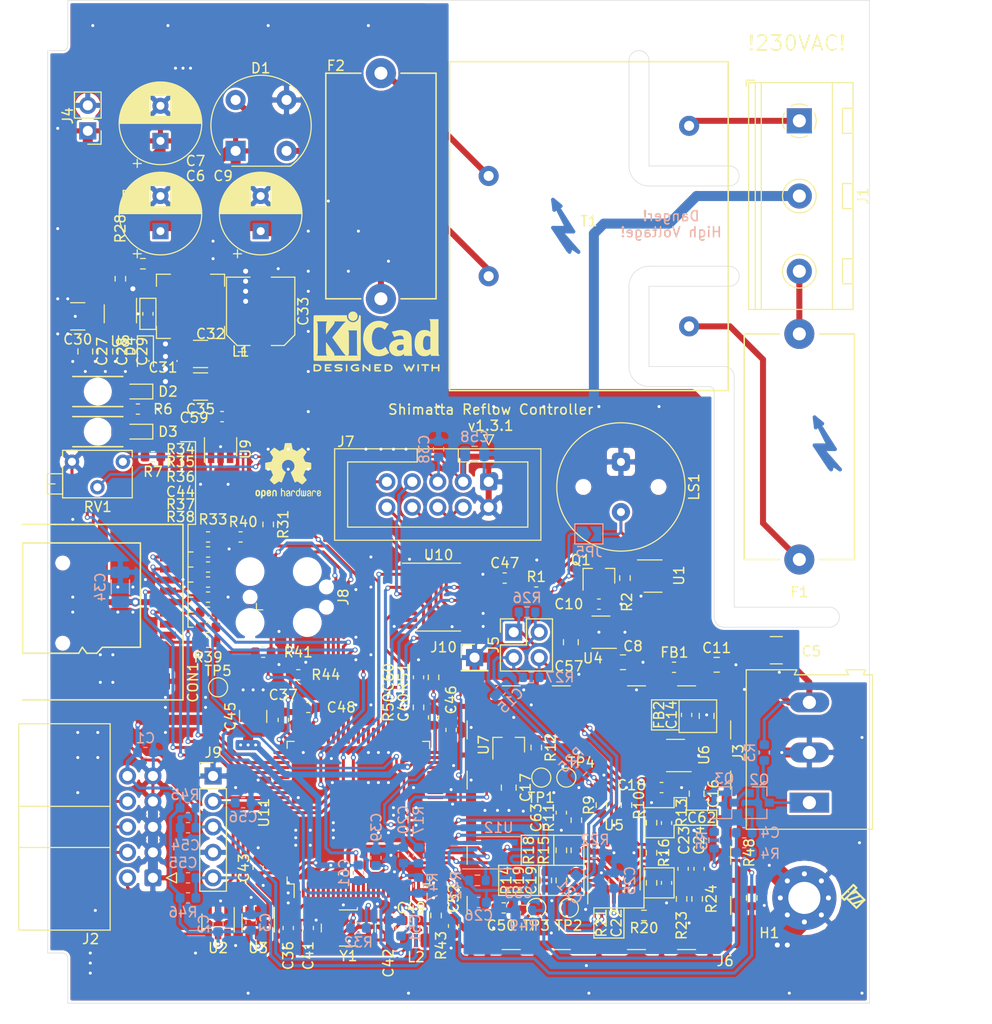
<source format=kicad_pcb>
(kicad_pcb (version 20171130) (host pcbnew 5.1.10)

  (general
    (thickness 1.6)
    (drawings 114)
    (tracks 1747)
    (zones 0)
    (modules 166)
    (nets 98)
  )

  (page A4)
  (title_block
    (title "Shimatta Reflow Controller")
    (rev v1.3.1)
    (company Shimatta)
  )

  (layers
    (0 F.Cu signal)
    (31 B.Cu signal)
    (32 B.Adhes user)
    (33 F.Adhes user)
    (34 B.Paste user)
    (35 F.Paste user)
    (36 B.SilkS user)
    (37 F.SilkS user)
    (38 B.Mask user)
    (39 F.Mask user)
    (40 Dwgs.User user)
    (41 Cmts.User user)
    (42 Eco1.User user)
    (43 Eco2.User user)
    (44 Edge.Cuts user)
    (45 Margin user)
    (46 B.CrtYd user)
    (47 F.CrtYd user)
    (48 B.Fab user)
    (49 F.Fab user)
  )

  (setup
    (last_trace_width 0.25)
    (user_trace_width 0.3)
    (user_trace_width 0.4)
    (user_trace_width 0.6)
    (user_trace_width 1)
    (user_trace_width 2)
    (trace_clearance 0.2)
    (zone_clearance 0.25)
    (zone_45_only no)
    (trace_min 0.21)
    (via_size 0.5)
    (via_drill 0.3)
    (via_min_size 0.4)
    (via_min_drill 0.3)
    (user_via 0.9 0.5)
    (uvia_size 0.3)
    (uvia_drill 0.1)
    (uvias_allowed no)
    (uvia_min_size 0.2)
    (uvia_min_drill 0.1)
    (edge_width 0.05)
    (segment_width 0.2)
    (pcb_text_width 0.3)
    (pcb_text_size 1.5 1.5)
    (mod_edge_width 0.12)
    (mod_text_size 1 1)
    (mod_text_width 0.15)
    (pad_size 1.15 2.7)
    (pad_drill 0)
    (pad_to_mask_clearance 0)
    (aux_axis_origin 13 13)
    (grid_origin 13 13)
    (visible_elements FFFFFF7F)
    (pcbplotparams
      (layerselection 0x010fc_ffffffff)
      (usegerberextensions true)
      (usegerberattributes true)
      (usegerberadvancedattributes false)
      (creategerberjobfile true)
      (excludeedgelayer true)
      (linewidth 0.100000)
      (plotframeref false)
      (viasonmask false)
      (mode 1)
      (useauxorigin false)
      (hpglpennumber 1)
      (hpglpenspeed 20)
      (hpglpendiameter 15.000000)
      (psnegative false)
      (psa4output false)
      (plotreference true)
      (plotvalue true)
      (plotinvisibletext false)
      (padsonsilk true)
      (subtractmaskfromsilk false)
      (outputformat 1)
      (mirror false)
      (drillshape 0)
      (scaleselection 1)
      (outputdirectory "gerber/"))
  )

  (net 0 "")
  (net 1 GND)
  (net 2 +8V)
  (net 3 +3V3)
  (net 4 +5V)
  (net 5 /Controller/ENC1)
  (net 6 /Controller/ENC2)
  (net 7 /Controller/VREF)
  (net 8 /Controller/SW1)
  (net 9 /Frontend/FORCE+)
  (net 10 /Frontend/FORCE-)
  (net 11 /Frontend/SENS+)
  (net 12 /Frontend/SENS-)
  (net 13 /Controller/SDIO_D1)
  (net 14 /Controller/SDIO_D0)
  (net 15 /Controller/SDIO_CLK)
  (net 16 /Controller/SDIO_CMD)
  (net 17 /Controller/SDIO_D3)
  (net 18 /Controller/SDIO_D2)
  (net 19 /Controller/TEMP_IN)
  (net 20 /L_Trafo)
  (net 21 /L_IN)
  (net 22 /N_IN)
  (net 23 /DIGIO3)
  (net 24 /DIGIO2)
  (net 25 /DIGIO1)
  (net 26 /DIGIO0)
  (net 27 /Controller/SWDIO)
  (net 28 /Controller/SWCLK)
  (net 29 /Controller/PC_RX)
  (net 30 /Controller/PC_TX)
  (net 31 /Controller/~RST)
  (net 32 /Controller/LCD_VO)
  (net 33 /Controller/LCD_RS)
  (net 34 /Controller/LCD_EN)
  (net 35 /Controller/LCD_D3)
  (net 36 /Controller/LCD_D0)
  (net 37 /Controller/LCD_D2)
  (net 38 /Controller/LCD_D1)
  (net 39 /OUT0)
  (net 40 /OUT3)
  (net 41 /OUT2)
  (net 42 /OUT1)
  (net 43 /Controller/VDDA)
  (net 44 +5VL)
  (net 45 /Controller/CARD_DETECT)
  (net 46 +3.3VA)
  (net 47 /Frontend/VREF_OP)
  (net 48 /DIGIO0_PROT)
  (net 49 /DIGIO1_PROT)
  (net 50 /DIGIO2_PROT)
  (net 51 /DIGIO3_PROT)
  (net 52 "Net-(C4-Pad2)")
  (net 53 "Net-(C14-Pad1)")
  (net 54 "Net-(C19-Pad1)")
  (net 55 "Net-(C22-Pad2)")
  (net 56 "Net-(C22-Pad1)")
  (net 57 "Net-(C23-Pad1)")
  (net 58 "Net-(C31-Pad1)")
  (net 59 "Net-(C42-Pad1)")
  (net 60 "Net-(D1-Pad4)")
  (net 61 "Net-(D1-Pad2)")
  (net 62 "Net-(D2-Pad1)")
  (net 63 "Net-(D3-Pad1)")
  (net 64 "Net-(F2-Pad2)")
  (net 65 "Net-(J3-Pad1)")
  (net 66 "Net-(Q2-Pad2)")
  (net 67 "Net-(Q3-Pad1)")
  (net 68 /Controller/SSR_SAFETY_ENABLE)
  (net 69 /Controller/E_~CS)
  (net 70 /Controller/E_SCK)
  (net 71 /Controller/E_MISO)
  (net 72 /Controller/E_MOSI)
  (net 73 "Net-(Q1-Pad3)")
  (net 74 "/Digital Power Supply/DCDC_SW")
  (net 75 /Controller/EXT_WTCHDG_TOGGL)
  (net 76 "Net-(C41-Pad1)")
  (net 77 "Net-(C46-Pad1)")
  (net 78 "Net-(C48-Pad1)")
  (net 79 "Net-(C52-Pad2)")
  (net 80 "Net-(R15-Pad1)")
  (net 81 "Net-(R20-Pad1)")
  (net 82 "Net-(R28-Pad1)")
  (net 83 "Net-(R31-Pad2)")
  (net 84 "Net-(U10-Pad17)")
  (net 85 "Net-(U10-Pad15)")
  (net 86 "Net-(U10-Pad8)")
  (net 87 "Net-(U10-Pad6)")
  (net 88 "Net-(U10-Pad4)")
  (net 89 "Net-(U10-Pad2)")
  (net 90 "Net-(C10-Pad2)")
  (net 91 "Net-(JP5-Pad2)")
  (net 92 "Net-(JP5-Pad1)")
  (net 93 "Net-(C60-Pad1)")
  (net 94 "Net-(C62-Pad2)")
  (net 95 "Net-(C62-Pad1)")
  (net 96 "Net-(C63-Pad2)")
  (net 97 "Net-(C63-Pad1)")

  (net_class Default "This is the default net class."
    (clearance 0.2)
    (trace_width 0.25)
    (via_dia 0.5)
    (via_drill 0.3)
    (uvia_dia 0.3)
    (uvia_drill 0.1)
    (diff_pair_width 0.3)
    (diff_pair_gap 0.25)
    (add_net +3.3VA)
    (add_net +3V3)
    (add_net +5V)
    (add_net +5VL)
    (add_net +8V)
    (add_net /Controller/CARD_DETECT)
    (add_net /Controller/ENC1)
    (add_net /Controller/ENC2)
    (add_net /Controller/EXT_WTCHDG_TOGGL)
    (add_net /Controller/E_MISO)
    (add_net /Controller/E_MOSI)
    (add_net /Controller/E_SCK)
    (add_net /Controller/E_~CS)
    (add_net /Controller/LCD_D0)
    (add_net /Controller/LCD_D1)
    (add_net /Controller/LCD_D2)
    (add_net /Controller/LCD_D3)
    (add_net /Controller/LCD_EN)
    (add_net /Controller/LCD_RS)
    (add_net /Controller/LCD_VO)
    (add_net /Controller/PC_RX)
    (add_net /Controller/PC_TX)
    (add_net /Controller/SDIO_CLK)
    (add_net /Controller/SDIO_CMD)
    (add_net /Controller/SDIO_D0)
    (add_net /Controller/SDIO_D1)
    (add_net /Controller/SDIO_D2)
    (add_net /Controller/SDIO_D3)
    (add_net /Controller/SSR_SAFETY_ENABLE)
    (add_net /Controller/SW1)
    (add_net /Controller/SWCLK)
    (add_net /Controller/SWDIO)
    (add_net /Controller/TEMP_IN)
    (add_net /Controller/VDDA)
    (add_net /Controller/VREF)
    (add_net /Controller/~RST)
    (add_net /DIGIO0)
    (add_net /DIGIO0_PROT)
    (add_net /DIGIO1)
    (add_net /DIGIO1_PROT)
    (add_net /DIGIO2)
    (add_net /DIGIO2_PROT)
    (add_net /DIGIO3)
    (add_net /DIGIO3_PROT)
    (add_net "/Digital Power Supply/DCDC_SW")
    (add_net /Frontend/FORCE+)
    (add_net /Frontend/FORCE-)
    (add_net /Frontend/SENS+)
    (add_net /Frontend/SENS-)
    (add_net /Frontend/VREF_OP)
    (add_net /OUT0)
    (add_net /OUT1)
    (add_net /OUT2)
    (add_net /OUT3)
    (add_net GND)
    (add_net "Net-(C10-Pad2)")
    (add_net "Net-(C14-Pad1)")
    (add_net "Net-(C19-Pad1)")
    (add_net "Net-(C22-Pad1)")
    (add_net "Net-(C22-Pad2)")
    (add_net "Net-(C23-Pad1)")
    (add_net "Net-(C31-Pad1)")
    (add_net "Net-(C4-Pad2)")
    (add_net "Net-(C41-Pad1)")
    (add_net "Net-(C42-Pad1)")
    (add_net "Net-(C46-Pad1)")
    (add_net "Net-(C48-Pad1)")
    (add_net "Net-(C52-Pad2)")
    (add_net "Net-(C60-Pad1)")
    (add_net "Net-(C62-Pad1)")
    (add_net "Net-(C62-Pad2)")
    (add_net "Net-(C63-Pad1)")
    (add_net "Net-(C63-Pad2)")
    (add_net "Net-(D1-Pad2)")
    (add_net "Net-(D1-Pad4)")
    (add_net "Net-(D2-Pad1)")
    (add_net "Net-(D3-Pad1)")
    (add_net "Net-(F2-Pad2)")
    (add_net "Net-(J3-Pad1)")
    (add_net "Net-(JP5-Pad1)")
    (add_net "Net-(JP5-Pad2)")
    (add_net "Net-(Q1-Pad3)")
    (add_net "Net-(Q2-Pad2)")
    (add_net "Net-(Q3-Pad1)")
    (add_net "Net-(R15-Pad1)")
    (add_net "Net-(R20-Pad1)")
    (add_net "Net-(R28-Pad1)")
    (add_net "Net-(R31-Pad2)")
    (add_net "Net-(U10-Pad15)")
    (add_net "Net-(U10-Pad17)")
    (add_net "Net-(U10-Pad2)")
    (add_net "Net-(U10-Pad4)")
    (add_net "Net-(U10-Pad6)")
    (add_net "Net-(U10-Pad8)")
  )

  (net_class HV ""
    (clearance 2.55)
    (trace_width 1)
    (via_dia 0.5)
    (via_drill 0.3)
    (uvia_dia 0.3)
    (uvia_drill 0.1)
    (diff_pair_width 0.21)
    (diff_pair_gap 0.25)
    (add_net /L_IN)
    (add_net /L_Trafo)
    (add_net /N_IN)
  )

  (module Capacitor_SMD:C_0805_2012Metric (layer F.Cu) (tedit 604A72F6) (tstamp 604AF313)
    (at 23.75 48 270)
    (descr "Capacitor SMD 0805 (2012 Metric), square (rectangular) end terminal, IPC_7351 nominal, (Body size source: IPC-SM-782 page 76, https://www.pcb-3d.com/wordpress/wp-content/uploads/ipc-sm-782a_amendment_1_and_2.pdf, https://docs.google.com/spreadsheets/d/1BsfQQcO9C6DZCsRaXUlFlo91Tg2WpOkGARC1WS5S8t0/edit?usp=sharing), generated with kicad-footprint-generator")
    (tags capacitor)
    (path /5FB6E41F/5FB7DB9E)
    (attr smd)
    (fp_text reference C29 (at 0 -1.68 90) (layer F.SilkS)
      (effects (font (size 1 1) (thickness 0.15)))
    )
    (fp_text value 100n (at 0 1.68 90) (layer F.Fab)
      (effects (font (size 1 1) (thickness 0.15)))
    )
    (fp_line (start 1.7 0.98) (end -1.7 0.98) (layer F.CrtYd) (width 0.05))
    (fp_line (start 1.7 -0.98) (end 1.7 0.98) (layer F.CrtYd) (width 0.05))
    (fp_line (start -1.7 -0.98) (end 1.7 -0.98) (layer F.CrtYd) (width 0.05))
    (fp_line (start -1.7 0.98) (end -1.7 -0.98) (layer F.CrtYd) (width 0.05))
    (fp_line (start -0.261252 0.735) (end 0.261252 0.735) (layer F.SilkS) (width 0.12))
    (fp_line (start -0.261252 -0.735) (end 0.261252 -0.735) (layer F.SilkS) (width 0.12))
    (fp_line (start 1 0.625) (end -1 0.625) (layer F.Fab) (width 0.1))
    (fp_line (start 1 -0.625) (end 1 0.625) (layer F.Fab) (width 0.1))
    (fp_line (start -1 -0.625) (end 1 -0.625) (layer F.Fab) (width 0.1))
    (fp_line (start -1 0.625) (end -1 -0.625) (layer F.Fab) (width 0.1))
    (fp_text user %R (at 0 0 90) (layer F.Fab)
      (effects (font (size 0.5 0.5) (thickness 0.08)))
    )
    (pad 2 smd roundrect (at 0.95 0 270) (size 1 1.45) (layers F.Cu F.Paste F.Mask) (roundrect_rratio 0.25)
      (net 1 GND))
    (pad 1 smd roundrect (at -0.95 0 270) (size 1 1.45) (layers F.Cu F.Paste F.Mask) (roundrect_rratio 0.25)
      (net 2 +8V) (zone_connect 2))
    (model ${KISYS3DMOD}/Capacitor_SMD.3dshapes/C_0805_2012Metric.wrl
      (at (xyz 0 0 0))
      (scale (xyz 1 1 1))
      (rotate (xyz 0 0 0))
    )
  )

  (module Capacitor_SMD:C_0805_2012Metric (layer F.Cu) (tedit 604A72EC) (tstamp 604AF302)
    (at 21.75 48 270)
    (descr "Capacitor SMD 0805 (2012 Metric), square (rectangular) end terminal, IPC_7351 nominal, (Body size source: IPC-SM-782 page 76, https://www.pcb-3d.com/wordpress/wp-content/uploads/ipc-sm-782a_amendment_1_and_2.pdf, https://docs.google.com/spreadsheets/d/1BsfQQcO9C6DZCsRaXUlFlo91Tg2WpOkGARC1WS5S8t0/edit?usp=sharing), generated with kicad-footprint-generator")
    (tags capacitor)
    (path /5FB6E41F/5FB7D1DC)
    (attr smd)
    (fp_text reference C28 (at 0 -1.68 90) (layer F.SilkS)
      (effects (font (size 1 1) (thickness 0.15)))
    )
    (fp_text value 100n (at 0 1.68 90) (layer F.Fab)
      (effects (font (size 1 1) (thickness 0.15)))
    )
    (fp_line (start 1.7 0.98) (end -1.7 0.98) (layer F.CrtYd) (width 0.05))
    (fp_line (start 1.7 -0.98) (end 1.7 0.98) (layer F.CrtYd) (width 0.05))
    (fp_line (start -1.7 -0.98) (end 1.7 -0.98) (layer F.CrtYd) (width 0.05))
    (fp_line (start -1.7 0.98) (end -1.7 -0.98) (layer F.CrtYd) (width 0.05))
    (fp_line (start -0.261252 0.735) (end 0.261252 0.735) (layer F.SilkS) (width 0.12))
    (fp_line (start -0.261252 -0.735) (end 0.261252 -0.735) (layer F.SilkS) (width 0.12))
    (fp_line (start 1 0.625) (end -1 0.625) (layer F.Fab) (width 0.1))
    (fp_line (start 1 -0.625) (end 1 0.625) (layer F.Fab) (width 0.1))
    (fp_line (start -1 -0.625) (end 1 -0.625) (layer F.Fab) (width 0.1))
    (fp_line (start -1 0.625) (end -1 -0.625) (layer F.Fab) (width 0.1))
    (fp_text user %R (at 0 0 90) (layer F.Fab)
      (effects (font (size 0.5 0.5) (thickness 0.08)))
    )
    (pad 2 smd roundrect (at 0.95 0 270) (size 1 1.45) (layers F.Cu F.Paste F.Mask) (roundrect_rratio 0.25)
      (net 1 GND))
    (pad 1 smd roundrect (at -0.95 0 270) (size 1 1.45) (layers F.Cu F.Paste F.Mask) (roundrect_rratio 0.25)
      (net 2 +8V) (zone_connect 2))
    (model ${KISYS3DMOD}/Capacitor_SMD.3dshapes/C_0805_2012Metric.wrl
      (at (xyz 0 0 0))
      (scale (xyz 1 1 1))
      (rotate (xyz 0 0 0))
    )
  )

  (module Capacitor_SMD:C_0805_2012Metric (layer F.Cu) (tedit 604A7307) (tstamp 604AF2F1)
    (at 19.75 48 270)
    (descr "Capacitor SMD 0805 (2012 Metric), square (rectangular) end terminal, IPC_7351 nominal, (Body size source: IPC-SM-782 page 76, https://www.pcb-3d.com/wordpress/wp-content/uploads/ipc-sm-782a_amendment_1_and_2.pdf, https://docs.google.com/spreadsheets/d/1BsfQQcO9C6DZCsRaXUlFlo91Tg2WpOkGARC1WS5S8t0/edit?usp=sharing), generated with kicad-footprint-generator")
    (tags capacitor)
    (path /5FB6E41F/5FB7CC6B)
    (attr smd)
    (fp_text reference C27 (at 0 -1.68 90) (layer F.SilkS)
      (effects (font (size 1 1) (thickness 0.15)))
    )
    (fp_text value 100n (at 0 1.68 90) (layer F.Fab)
      (effects (font (size 1 1) (thickness 0.15)))
    )
    (fp_line (start 1.7 0.98) (end -1.7 0.98) (layer F.CrtYd) (width 0.05))
    (fp_line (start 1.7 -0.98) (end 1.7 0.98) (layer F.CrtYd) (width 0.05))
    (fp_line (start -1.7 -0.98) (end 1.7 -0.98) (layer F.CrtYd) (width 0.05))
    (fp_line (start -1.7 0.98) (end -1.7 -0.98) (layer F.CrtYd) (width 0.05))
    (fp_line (start -0.261252 0.735) (end 0.261252 0.735) (layer F.SilkS) (width 0.12))
    (fp_line (start -0.261252 -0.735) (end 0.261252 -0.735) (layer F.SilkS) (width 0.12))
    (fp_line (start 1 0.625) (end -1 0.625) (layer F.Fab) (width 0.1))
    (fp_line (start 1 -0.625) (end 1 0.625) (layer F.Fab) (width 0.1))
    (fp_line (start -1 -0.625) (end 1 -0.625) (layer F.Fab) (width 0.1))
    (fp_line (start -1 0.625) (end -1 -0.625) (layer F.Fab) (width 0.1))
    (fp_text user %R (at 0 0 90) (layer F.Fab)
      (effects (font (size 0.5 0.5) (thickness 0.08)))
    )
    (pad 2 smd roundrect (at 0.95 0 270) (size 1 1.45) (layers F.Cu F.Paste F.Mask) (roundrect_rratio 0.25)
      (net 1 GND))
    (pad 1 smd roundrect (at -0.95 0 270) (size 1 1.45) (layers F.Cu F.Paste F.Mask) (roundrect_rratio 0.25)
      (net 2 +8V) (zone_connect 2))
    (model ${KISYS3DMOD}/Capacitor_SMD.3dshapes/C_0805_2012Metric.wrl
      (at (xyz 0 0 0))
      (scale (xyz 1 1 1))
      (rotate (xyz 0 0 0))
    )
  )

  (module shimatta_tht:BV-EI-305-XXXX locked (layer F.Cu) (tedit 60034E03) (tstamp 5FD3143E)
    (at 70 35.5 180)
    (path /5D6EA3F7)
    (fp_text reference T1 (at 0 0.5) (layer F.SilkS)
      (effects (font (size 1 1) (thickness 0.15)))
    )
    (fp_text value BV-EI-305-2050 (at 0 -0.5) (layer F.Fab)
      (effects (font (size 1 1) (thickness 0.15)))
    )
    (fp_line (start -13.9 -16.4) (end 13.9 -16.4) (layer F.SilkS) (width 0.15))
    (fp_line (start -13.9 -16.4) (end -13.9 16.4) (layer F.SilkS) (width 0.15))
    (fp_line (start -13.9 16.4) (end 13.9 16.4) (layer F.SilkS) (width 0.15))
    (fp_line (start 13.9 -16.4) (end 13.9 16.4) (layer F.SilkS) (width 0.15))
    (pad 1 thru_hole circle (at -10 10 180) (size 2 2) (drill 1) (layers *.Cu *.Mask)
      (net 22 /N_IN))
    (pad 2 thru_hole circle (at -10 -10 180) (size 2 2) (drill 1) (layers *.Cu *.Mask)
      (net 20 /L_Trafo))
    (pad 3 thru_hole circle (at 10 5 180) (size 2 2) (drill 1) (layers *.Cu *.Mask)
      (net 64 "Net-(F2-Pad2)"))
    (pad 4 thru_hole circle (at 10 -5 180) (size 2 2) (drill 1) (layers *.Cu *.Mask)
      (net 61 "Net-(D1-Pad2)"))
    (model ${KISYS3DMOD}/tht.shapes3d/BV-EI-305-XXXX.wrl
      (at (xyz 0 0 0))
      (scale (xyz 0.3937 0.3937 0.3937))
      (rotate (xyz 0 0 0))
    )
  )

  (module Capacitor_SMD:C_0603_1608Metric (layer F.Cu) (tedit 5F68FEEE) (tstamp 5FD64B98)
    (at 67.25 94 270)
    (descr "Capacitor SMD 0603 (1608 Metric), square (rectangular) end terminal, IPC_7351 nominal, (Body size source: IPC-SM-782 page 76, https://www.pcb-3d.com/wordpress/wp-content/uploads/ipc-sm-782a_amendment_1_and_2.pdf), generated with kicad-footprint-generator")
    (tags capacitor)
    (path /5D8C5188/5FE2133C)
    (attr smd)
    (fp_text reference C63 (at 0.5 2.5 90) (layer F.SilkS)
      (effects (font (size 1 1) (thickness 0.15)))
    )
    (fp_text value DNP (at 0 1.43 90) (layer F.Fab)
      (effects (font (size 1 1) (thickness 0.15)))
    )
    (fp_line (start 1.48 0.73) (end -1.48 0.73) (layer F.CrtYd) (width 0.05))
    (fp_line (start 1.48 -0.73) (end 1.48 0.73) (layer F.CrtYd) (width 0.05))
    (fp_line (start -1.48 -0.73) (end 1.48 -0.73) (layer F.CrtYd) (width 0.05))
    (fp_line (start -1.48 0.73) (end -1.48 -0.73) (layer F.CrtYd) (width 0.05))
    (fp_line (start -0.14058 0.51) (end 0.14058 0.51) (layer F.SilkS) (width 0.12))
    (fp_line (start -0.14058 -0.51) (end 0.14058 -0.51) (layer F.SilkS) (width 0.12))
    (fp_line (start 0.8 0.4) (end -0.8 0.4) (layer F.Fab) (width 0.1))
    (fp_line (start 0.8 -0.4) (end 0.8 0.4) (layer F.Fab) (width 0.1))
    (fp_line (start -0.8 -0.4) (end 0.8 -0.4) (layer F.Fab) (width 0.1))
    (fp_line (start -0.8 0.4) (end -0.8 -0.4) (layer F.Fab) (width 0.1))
    (fp_text user %R (at 0 0 90) (layer F.Fab)
      (effects (font (size 0.4 0.4) (thickness 0.06)))
    )
    (pad 2 smd roundrect (at 0.775 0 270) (size 0.9 0.95) (layers F.Cu F.Paste F.Mask) (roundrect_rratio 0.25)
      (net 96 "Net-(C63-Pad2)"))
    (pad 1 smd roundrect (at -0.775 0 270) (size 0.9 0.95) (layers F.Cu F.Paste F.Mask) (roundrect_rratio 0.25)
      (net 97 "Net-(C63-Pad1)"))
    (model ${KISYS3DMOD}/Capacitor_SMD.3dshapes/C_0603_1608Metric.wrl
      (at (xyz 0 0 0))
      (scale (xyz 1 1 1))
      (rotate (xyz 0 0 0))
    )
  )

  (module Capacitor_SMD:C_0603_1608Metric (layer F.Cu) (tedit 5F68FEEE) (tstamp 5FD64B87)
    (at 77.75 95.025 270)
    (descr "Capacitor SMD 0603 (1608 Metric), square (rectangular) end terminal, IPC_7351 nominal, (Body size source: IPC-SM-782 page 76, https://www.pcb-3d.com/wordpress/wp-content/uploads/ipc-sm-782a_amendment_1_and_2.pdf), generated with kicad-footprint-generator")
    (tags capacitor)
    (path /5D8C5188/5FE331AE)
    (attr smd)
    (fp_text reference C62 (at -0.525 -3.5 180) (layer F.SilkS)
      (effects (font (size 1 1) (thickness 0.15)))
    )
    (fp_text value DNP (at 0 1.43 90) (layer F.Fab)
      (effects (font (size 1 1) (thickness 0.15)))
    )
    (fp_line (start 1.48 0.73) (end -1.48 0.73) (layer F.CrtYd) (width 0.05))
    (fp_line (start 1.48 -0.73) (end 1.48 0.73) (layer F.CrtYd) (width 0.05))
    (fp_line (start -1.48 -0.73) (end 1.48 -0.73) (layer F.CrtYd) (width 0.05))
    (fp_line (start -1.48 0.73) (end -1.48 -0.73) (layer F.CrtYd) (width 0.05))
    (fp_line (start -0.14058 0.51) (end 0.14058 0.51) (layer F.SilkS) (width 0.12))
    (fp_line (start -0.14058 -0.51) (end 0.14058 -0.51) (layer F.SilkS) (width 0.12))
    (fp_line (start 0.8 0.4) (end -0.8 0.4) (layer F.Fab) (width 0.1))
    (fp_line (start 0.8 -0.4) (end 0.8 0.4) (layer F.Fab) (width 0.1))
    (fp_line (start -0.8 -0.4) (end 0.8 -0.4) (layer F.Fab) (width 0.1))
    (fp_line (start -0.8 0.4) (end -0.8 -0.4) (layer F.Fab) (width 0.1))
    (fp_text user %R (at 0 0 90) (layer F.Fab)
      (effects (font (size 0.4 0.4) (thickness 0.06)))
    )
    (pad 2 smd roundrect (at 0.775 0 270) (size 0.9 0.95) (layers F.Cu F.Paste F.Mask) (roundrect_rratio 0.25)
      (net 94 "Net-(C62-Pad2)"))
    (pad 1 smd roundrect (at -0.775 0 270) (size 0.9 0.95) (layers F.Cu F.Paste F.Mask) (roundrect_rratio 0.25)
      (net 95 "Net-(C62-Pad1)"))
    (model ${KISYS3DMOD}/Capacitor_SMD.3dshapes/C_0603_1608Metric.wrl
      (at (xyz 0 0 0))
      (scale (xyz 1 1 1))
      (rotate (xyz 0 0 0))
    )
  )

  (module Capacitor_SMD:C_0603_1608Metric (layer B.Cu) (tedit 5F68FEEE) (tstamp 5FD2F3FD)
    (at 47 100 270)
    (descr "Capacitor SMD 0603 (1608 Metric), square (rectangular) end terminal, IPC_7351 nominal, (Body size source: IPC-SM-782 page 76, https://www.pcb-3d.com/wordpress/wp-content/uploads/ipc-sm-782a_amendment_1_and_2.pdf), generated with kicad-footprint-generator")
    (tags capacitor)
    (path /5D77EC9D/5FD72F9A)
    (attr smd)
    (fp_text reference C61 (at 0 1.43 90) (layer B.SilkS)
      (effects (font (size 1 1) (thickness 0.15)) (justify mirror))
    )
    (fp_text value 100n (at 0 -1.43 90) (layer B.Fab)
      (effects (font (size 1 1) (thickness 0.15)) (justify mirror))
    )
    (fp_line (start 1.48 -0.73) (end -1.48 -0.73) (layer B.CrtYd) (width 0.05))
    (fp_line (start 1.48 0.73) (end 1.48 -0.73) (layer B.CrtYd) (width 0.05))
    (fp_line (start -1.48 0.73) (end 1.48 0.73) (layer B.CrtYd) (width 0.05))
    (fp_line (start -1.48 -0.73) (end -1.48 0.73) (layer B.CrtYd) (width 0.05))
    (fp_line (start -0.14058 -0.51) (end 0.14058 -0.51) (layer B.SilkS) (width 0.12))
    (fp_line (start -0.14058 0.51) (end 0.14058 0.51) (layer B.SilkS) (width 0.12))
    (fp_line (start 0.8 -0.4) (end -0.8 -0.4) (layer B.Fab) (width 0.1))
    (fp_line (start 0.8 0.4) (end 0.8 -0.4) (layer B.Fab) (width 0.1))
    (fp_line (start -0.8 0.4) (end 0.8 0.4) (layer B.Fab) (width 0.1))
    (fp_line (start -0.8 -0.4) (end -0.8 0.4) (layer B.Fab) (width 0.1))
    (fp_text user %R (at 0 0 90) (layer B.Fab)
      (effects (font (size 0.4 0.4) (thickness 0.06)) (justify mirror))
    )
    (pad 2 smd roundrect (at 0.775 0 270) (size 0.9 0.95) (layers B.Cu B.Paste B.Mask) (roundrect_rratio 0.25)
      (net 1 GND))
    (pad 1 smd roundrect (at -0.775 0 270) (size 0.9 0.95) (layers B.Cu B.Paste B.Mask) (roundrect_rratio 0.25)
      (net 3 +3V3))
    (model ${KISYS3DMOD}/Capacitor_SMD.3dshapes/C_0603_1608Metric.wrl
      (at (xyz 0 0 0))
      (scale (xyz 1 1 1))
      (rotate (xyz 0 0 0))
    )
  )

  (module shimatta_buzzer:PKM13EPYH4002-B0 (layer F.Cu) (tedit 5FCFC26C) (tstamp 5FCC3E58)
    (at 73.198 61.514 270)
    (tags buzzer,piezo)
    (path /5D891662)
    (fp_text reference LS1 (at 0 -7.3 90) (layer F.SilkS)
      (effects (font (size 1 1) (thickness 0.15)))
    )
    (fp_text value Buzzer (at 0 0 180) (layer F.Fab)
      (effects (font (size 1 1) (thickness 0.15)))
    )
    (fp_circle (center 0 0) (end 6.4 0) (layer F.SilkS) (width 0.12))
    (fp_circle (center 0 0) (end 6.5 0) (layer F.CrtYd) (width 0.12))
    (fp_circle (center 0 0) (end 6.5 0) (layer F.Fab) (width 0.12))
    (pad "" np_thru_hole circle (at 0 -3.75 270) (size 1.1 1.1) (drill 1.1) (layers *.Cu *.Mask))
    (pad "" np_thru_hole circle (at 0 3.75 270) (size 1.1 1.1) (drill 1.1) (layers *.Cu *.Mask))
    (pad 2 thru_hole circle (at 2.5 0 270) (size 1.8 1.8) (drill 0.8) (layers *.Cu *.Mask)
      (net 91 "Net-(JP5-Pad2)"))
    (pad 1 thru_hole roundrect (at -2.5 0 270) (size 1.8 1.8) (drill 0.8) (layers *.Cu *.Mask) (roundrect_rratio 0.25)
      (net 1 GND))
    (model ${KISYS3DMOD}/buzzer.shapes3d/PKM13EPYH4002-B0.wrl
      (at (xyz 0 0 0))
      (scale (xyz 0.3937 0.3937 0.3937))
      (rotate (xyz 0 0 0))
    )
  )

  (module Resistor_SMD:R_0603_1608Metric (layer F.Cu) (tedit 5F68FEEE) (tstamp 5FCDB62B)
    (at 54.5 80.5 270)
    (descr "Resistor SMD 0603 (1608 Metric), square (rectangular) end terminal, IPC_7351 nominal, (Body size source: IPC-SM-782 page 72, https://www.pcb-3d.com/wordpress/wp-content/uploads/ipc-sm-782a_amendment_1_and_2.pdf), generated with kicad-footprint-generator")
    (tags resistor)
    (path /5D77EC9D/5FD62ABC)
    (attr smd)
    (fp_text reference R51 (at 0 3 90) (layer F.SilkS)
      (effects (font (size 1 1) (thickness 0.15)))
    )
    (fp_text value 10k (at -2.25 0 90) (layer F.Fab)
      (effects (font (size 1 1) (thickness 0.15)))
    )
    (fp_line (start -0.8 0.4125) (end -0.8 -0.4125) (layer F.Fab) (width 0.1))
    (fp_line (start -0.8 -0.4125) (end 0.8 -0.4125) (layer F.Fab) (width 0.1))
    (fp_line (start 0.8 -0.4125) (end 0.8 0.4125) (layer F.Fab) (width 0.1))
    (fp_line (start 0.8 0.4125) (end -0.8 0.4125) (layer F.Fab) (width 0.1))
    (fp_line (start -0.237258 -0.5225) (end 0.237258 -0.5225) (layer F.SilkS) (width 0.12))
    (fp_line (start -0.237258 0.5225) (end 0.237258 0.5225) (layer F.SilkS) (width 0.12))
    (fp_line (start -1.48 0.73) (end -1.48 -0.73) (layer F.CrtYd) (width 0.05))
    (fp_line (start -1.48 -0.73) (end 1.48 -0.73) (layer F.CrtYd) (width 0.05))
    (fp_line (start 1.48 -0.73) (end 1.48 0.73) (layer F.CrtYd) (width 0.05))
    (fp_line (start 1.48 0.73) (end -1.48 0.73) (layer F.CrtYd) (width 0.05))
    (fp_text user %R (at 0 0 90) (layer F.Fab)
      (effects (font (size 0.4 0.4) (thickness 0.06)))
    )
    (pad 2 smd roundrect (at 0.825 0 270) (size 0.8 0.95) (layers F.Cu F.Paste F.Mask) (roundrect_rratio 0.25)
      (net 93 "Net-(C60-Pad1)"))
    (pad 1 smd roundrect (at -0.825 0 270) (size 0.8 0.95) (layers F.Cu F.Paste F.Mask) (roundrect_rratio 0.25)
      (net 1 GND))
    (model ${KISYS3DMOD}/Resistor_SMD.3dshapes/R_0603_1608Metric.wrl
      (at (xyz 0 0 0))
      (scale (xyz 1 1 1))
      (rotate (xyz 0 0 0))
    )
  )

  (module Resistor_SMD:R_0603_1608Metric (layer F.Cu) (tedit 5F68FEEE) (tstamp 5FCDB61A)
    (at 53 83.5 270)
    (descr "Resistor SMD 0603 (1608 Metric), square (rectangular) end terminal, IPC_7351 nominal, (Body size source: IPC-SM-782 page 72, https://www.pcb-3d.com/wordpress/wp-content/uploads/ipc-sm-782a_amendment_1_and_2.pdf), generated with kicad-footprint-generator")
    (tags resistor)
    (path /5D77EC9D/5FD5CEDB)
    (attr smd)
    (fp_text reference R50 (at 0 3 90) (layer F.SilkS)
      (effects (font (size 1 1) (thickness 0.15)))
    )
    (fp_text value 10k (at 0 1.43 90) (layer F.Fab)
      (effects (font (size 1 1) (thickness 0.15)))
    )
    (fp_line (start -0.8 0.4125) (end -0.8 -0.4125) (layer F.Fab) (width 0.1))
    (fp_line (start -0.8 -0.4125) (end 0.8 -0.4125) (layer F.Fab) (width 0.1))
    (fp_line (start 0.8 -0.4125) (end 0.8 0.4125) (layer F.Fab) (width 0.1))
    (fp_line (start 0.8 0.4125) (end -0.8 0.4125) (layer F.Fab) (width 0.1))
    (fp_line (start -0.237258 -0.5225) (end 0.237258 -0.5225) (layer F.SilkS) (width 0.12))
    (fp_line (start -0.237258 0.5225) (end 0.237258 0.5225) (layer F.SilkS) (width 0.12))
    (fp_line (start -1.48 0.73) (end -1.48 -0.73) (layer F.CrtYd) (width 0.05))
    (fp_line (start -1.48 -0.73) (end 1.48 -0.73) (layer F.CrtYd) (width 0.05))
    (fp_line (start 1.48 -0.73) (end 1.48 0.73) (layer F.CrtYd) (width 0.05))
    (fp_line (start 1.48 0.73) (end -1.48 0.73) (layer F.CrtYd) (width 0.05))
    (fp_text user %R (at 0 0 90) (layer F.Fab)
      (effects (font (size 0.4 0.4) (thickness 0.06)))
    )
    (pad 2 smd roundrect (at 0.825 0 270) (size 0.8 0.95) (layers F.Cu F.Paste F.Mask) (roundrect_rratio 0.25)
      (net 3 +3V3))
    (pad 1 smd roundrect (at -0.825 0 270) (size 0.8 0.95) (layers F.Cu F.Paste F.Mask) (roundrect_rratio 0.25)
      (net 93 "Net-(C60-Pad1)"))
    (model ${KISYS3DMOD}/Resistor_SMD.3dshapes/R_0603_1608Metric.wrl
      (at (xyz 0 0 0))
      (scale (xyz 1 1 1))
      (rotate (xyz 0 0 0))
    )
  )

  (module Capacitor_SMD:C_0603_1608Metric (layer F.Cu) (tedit 5F68FEEE) (tstamp 5FCDA8B7)
    (at 53 80.5 90)
    (descr "Capacitor SMD 0603 (1608 Metric), square (rectangular) end terminal, IPC_7351 nominal, (Body size source: IPC-SM-782 page 76, https://www.pcb-3d.com/wordpress/wp-content/uploads/ipc-sm-782a_amendment_1_and_2.pdf), generated with kicad-footprint-generator")
    (tags capacitor)
    (path /5D77EC9D/5FE39FAF)
    (attr smd)
    (fp_text reference C60 (at 0 -3 90) (layer F.SilkS)
      (effects (font (size 1 1) (thickness 0.15)))
    )
    (fp_text value 100n (at 2.75 0 90) (layer F.Fab)
      (effects (font (size 1 1) (thickness 0.15)))
    )
    (fp_line (start -0.8 0.4) (end -0.8 -0.4) (layer F.Fab) (width 0.1))
    (fp_line (start -0.8 -0.4) (end 0.8 -0.4) (layer F.Fab) (width 0.1))
    (fp_line (start 0.8 -0.4) (end 0.8 0.4) (layer F.Fab) (width 0.1))
    (fp_line (start 0.8 0.4) (end -0.8 0.4) (layer F.Fab) (width 0.1))
    (fp_line (start -0.14058 -0.51) (end 0.14058 -0.51) (layer F.SilkS) (width 0.12))
    (fp_line (start -0.14058 0.51) (end 0.14058 0.51) (layer F.SilkS) (width 0.12))
    (fp_line (start -1.48 0.73) (end -1.48 -0.73) (layer F.CrtYd) (width 0.05))
    (fp_line (start -1.48 -0.73) (end 1.48 -0.73) (layer F.CrtYd) (width 0.05))
    (fp_line (start 1.48 -0.73) (end 1.48 0.73) (layer F.CrtYd) (width 0.05))
    (fp_line (start 1.48 0.73) (end -1.48 0.73) (layer F.CrtYd) (width 0.05))
    (fp_text user %R (at 0 0 90) (layer F.Fab)
      (effects (font (size 0.4 0.4) (thickness 0.06)))
    )
    (pad 2 smd roundrect (at 0.775 0 90) (size 0.9 0.95) (layers F.Cu F.Paste F.Mask) (roundrect_rratio 0.25)
      (net 1 GND))
    (pad 1 smd roundrect (at -0.775 0 90) (size 0.9 0.95) (layers F.Cu F.Paste F.Mask) (roundrect_rratio 0.25)
      (net 93 "Net-(C60-Pad1)"))
    (model ${KISYS3DMOD}/Capacitor_SMD.3dshapes/C_0603_1608Metric.wrl
      (at (xyz 0 0 0))
      (scale (xyz 1 1 1))
      (rotate (xyz 0 0 0))
    )
  )

  (module Jumper:SolderJumper-2_P1.3mm_Open_TrianglePad1.0x1.5mm (layer B.Cu) (tedit 5A64794F) (tstamp 5FCF9810)
    (at 70 66.2)
    (descr "SMD Solder Jumper, 1x1.5mm Triangular Pads, 0.3mm gap, open")
    (tags "solder jumper open")
    (path /600F11A8)
    (attr virtual)
    (fp_text reference JP5 (at 0 1.8) (layer B.SilkS)
      (effects (font (size 1 1) (thickness 0.15)) (justify mirror))
    )
    (fp_text value DNP (at 0 -1.9) (layer B.Fab)
      (effects (font (size 1 1) (thickness 0.15)) (justify mirror))
    )
    (fp_line (start -1.4 -1) (end -1.4 1) (layer B.SilkS) (width 0.12))
    (fp_line (start 1.4 -1) (end -1.4 -1) (layer B.SilkS) (width 0.12))
    (fp_line (start 1.4 1) (end 1.4 -1) (layer B.SilkS) (width 0.12))
    (fp_line (start -1.4 1) (end 1.4 1) (layer B.SilkS) (width 0.12))
    (fp_line (start -1.65 1.25) (end 1.65 1.25) (layer B.CrtYd) (width 0.05))
    (fp_line (start -1.65 1.25) (end -1.65 -1.25) (layer B.CrtYd) (width 0.05))
    (fp_line (start 1.65 -1.25) (end 1.65 1.25) (layer B.CrtYd) (width 0.05))
    (fp_line (start 1.65 -1.25) (end -1.65 -1.25) (layer B.CrtYd) (width 0.05))
    (pad 1 smd custom (at -0.725 0) (size 0.3 0.3) (layers B.Cu B.Mask)
      (net 92 "Net-(JP5-Pad1)") (zone_connect 2)
      (options (clearance outline) (anchor rect))
      (primitives
        (gr_poly (pts
           (xy -0.5 0.75) (xy 0.5 0.75) (xy 1 0) (xy 0.5 -0.75) (xy -0.5 -0.75)
) (width 0))
      ))
    (pad 2 smd custom (at 0.725 0) (size 0.3 0.3) (layers B.Cu B.Mask)
      (net 91 "Net-(JP5-Pad2)") (zone_connect 2)
      (options (clearance outline) (anchor rect))
      (primitives
        (gr_poly (pts
           (xy -0.65 0.75) (xy 0.5 0.75) (xy 0.5 -0.75) (xy -0.65 -0.75) (xy -0.15 0)
) (width 0))
      ))
  )

  (module Capacitor_SMD:C_0603_1608Metric (layer F.Cu) (tedit 5F68FEEE) (tstamp 5FCF2BEC)
    (at 33.4 54.5)
    (descr "Capacitor SMD 0603 (1608 Metric), square (rectangular) end terminal, IPC_7351 nominal, (Body size source: IPC-SM-782 page 76, https://www.pcb-3d.com/wordpress/wp-content/uploads/ipc-sm-782a_amendment_1_and_2.pdf), generated with kicad-footprint-generator")
    (tags capacitor)
    (path /5D77EC9D/5FFAEEF2)
    (attr smd)
    (fp_text reference C59 (at -2.8 0.1) (layer F.SilkS)
      (effects (font (size 1 1) (thickness 0.15)))
    )
    (fp_text value 100n (at -0.15 1.25) (layer F.Fab)
      (effects (font (size 1 1) (thickness 0.15)))
    )
    (fp_line (start -0.8 0.4) (end -0.8 -0.4) (layer F.Fab) (width 0.1))
    (fp_line (start -0.8 -0.4) (end 0.8 -0.4) (layer F.Fab) (width 0.1))
    (fp_line (start 0.8 -0.4) (end 0.8 0.4) (layer F.Fab) (width 0.1))
    (fp_line (start 0.8 0.4) (end -0.8 0.4) (layer F.Fab) (width 0.1))
    (fp_line (start -0.14058 -0.51) (end 0.14058 -0.51) (layer F.SilkS) (width 0.12))
    (fp_line (start -0.14058 0.51) (end 0.14058 0.51) (layer F.SilkS) (width 0.12))
    (fp_line (start -1.48 0.73) (end -1.48 -0.73) (layer F.CrtYd) (width 0.05))
    (fp_line (start -1.48 -0.73) (end 1.48 -0.73) (layer F.CrtYd) (width 0.05))
    (fp_line (start 1.48 -0.73) (end 1.48 0.73) (layer F.CrtYd) (width 0.05))
    (fp_line (start 1.48 0.73) (end -1.48 0.73) (layer F.CrtYd) (width 0.05))
    (fp_text user %R (at 0 0) (layer F.Fab)
      (effects (font (size 0.4 0.4) (thickness 0.06)))
    )
    (pad 2 smd roundrect (at 0.775 0) (size 0.9 0.95) (layers F.Cu F.Paste F.Mask) (roundrect_rratio 0.25)
      (net 1 GND))
    (pad 1 smd roundrect (at -0.775 0) (size 0.9 0.95) (layers F.Cu F.Paste F.Mask) (roundrect_rratio 0.25)
      (net 3 +3V3))
    (model ${KISYS3DMOD}/Capacitor_SMD.3dshapes/C_0603_1608Metric.wrl
      (at (xyz 0 0 0))
      (scale (xyz 1 1 1))
      (rotate (xyz 0 0 0))
    )
  )

  (module Capacitor_SMD:C_0805_2012Metric (layer B.Cu) (tedit 5F68FEEE) (tstamp 5FCEA5B5)
    (at 58.6 58.2 180)
    (descr "Capacitor SMD 0805 (2012 Metric), square (rectangular) end terminal, IPC_7351 nominal, (Body size source: IPC-SM-782 page 76, https://www.pcb-3d.com/wordpress/wp-content/uploads/ipc-sm-782a_amendment_1_and_2.pdf, https://docs.google.com/spreadsheets/d/1BsfQQcO9C6DZCsRaXUlFlo91Tg2WpOkGARC1WS5S8t0/edit?usp=sharing), generated with kicad-footprint-generator")
    (tags capacitor)
    (path /5D77EC9D/5FEFE3CF)
    (attr smd)
    (fp_text reference C58 (at 0 1.68) (layer B.SilkS)
      (effects (font (size 1 1) (thickness 0.15)) (justify mirror))
    )
    (fp_text value 1u (at 0 -1.68) (layer B.Fab)
      (effects (font (size 1 1) (thickness 0.15)) (justify mirror))
    )
    (fp_line (start -1 -0.625) (end -1 0.625) (layer B.Fab) (width 0.1))
    (fp_line (start -1 0.625) (end 1 0.625) (layer B.Fab) (width 0.1))
    (fp_line (start 1 0.625) (end 1 -0.625) (layer B.Fab) (width 0.1))
    (fp_line (start 1 -0.625) (end -1 -0.625) (layer B.Fab) (width 0.1))
    (fp_line (start -0.261252 0.735) (end 0.261252 0.735) (layer B.SilkS) (width 0.12))
    (fp_line (start -0.261252 -0.735) (end 0.261252 -0.735) (layer B.SilkS) (width 0.12))
    (fp_line (start -1.7 -0.98) (end -1.7 0.98) (layer B.CrtYd) (width 0.05))
    (fp_line (start -1.7 0.98) (end 1.7 0.98) (layer B.CrtYd) (width 0.05))
    (fp_line (start 1.7 0.98) (end 1.7 -0.98) (layer B.CrtYd) (width 0.05))
    (fp_line (start 1.7 -0.98) (end -1.7 -0.98) (layer B.CrtYd) (width 0.05))
    (fp_text user %R (at 0 0) (layer B.Fab)
      (effects (font (size 0.5 0.5) (thickness 0.08)) (justify mirror))
    )
    (pad 2 smd roundrect (at 0.95 0 180) (size 1 1.45) (layers B.Cu B.Paste B.Mask) (roundrect_rratio 0.25)
      (net 44 +5VL))
    (pad 1 smd roundrect (at -0.95 0 180) (size 1 1.45) (layers B.Cu B.Paste B.Mask) (roundrect_rratio 0.25)
      (net 1 GND))
    (model ${KISYS3DMOD}/Capacitor_SMD.3dshapes/C_0805_2012Metric.wrl
      (at (xyz 0 0 0))
      (scale (xyz 1 1 1))
      (rotate (xyz 0 0 0))
    )
  )

  (module Capacitor_SMD:C_0805_2012Metric (layer F.Cu) (tedit 5F68FEEE) (tstamp 5FCE5B90)
    (at 73.4 79)
    (descr "Capacitor SMD 0805 (2012 Metric), square (rectangular) end terminal, IPC_7351 nominal, (Body size source: IPC-SM-782 page 76, https://www.pcb-3d.com/wordpress/wp-content/uploads/ipc-sm-782a_amendment_1_and_2.pdf, https://docs.google.com/spreadsheets/d/1BsfQQcO9C6DZCsRaXUlFlo91Tg2WpOkGARC1WS5S8t0/edit?usp=sharing), generated with kicad-footprint-generator")
    (tags capacitor)
    (path /5D992429)
    (attr smd)
    (fp_text reference C8 (at 1 -1.6) (layer F.SilkS)
      (effects (font (size 1 1) (thickness 0.15)))
    )
    (fp_text value 100n (at 0 1.68) (layer F.Fab)
      (effects (font (size 1 1) (thickness 0.15)))
    )
    (fp_line (start -1 0.625) (end -1 -0.625) (layer F.Fab) (width 0.1))
    (fp_line (start -1 -0.625) (end 1 -0.625) (layer F.Fab) (width 0.1))
    (fp_line (start 1 -0.625) (end 1 0.625) (layer F.Fab) (width 0.1))
    (fp_line (start 1 0.625) (end -1 0.625) (layer F.Fab) (width 0.1))
    (fp_line (start -0.261252 -0.735) (end 0.261252 -0.735) (layer F.SilkS) (width 0.12))
    (fp_line (start -0.261252 0.735) (end 0.261252 0.735) (layer F.SilkS) (width 0.12))
    (fp_line (start -1.7 0.98) (end -1.7 -0.98) (layer F.CrtYd) (width 0.05))
    (fp_line (start -1.7 -0.98) (end 1.7 -0.98) (layer F.CrtYd) (width 0.05))
    (fp_line (start 1.7 -0.98) (end 1.7 0.98) (layer F.CrtYd) (width 0.05))
    (fp_line (start 1.7 0.98) (end -1.7 0.98) (layer F.CrtYd) (width 0.05))
    (fp_text user %R (at 0 0) (layer F.Fab)
      (effects (font (size 0.5 0.5) (thickness 0.08)))
    )
    (pad 2 smd roundrect (at 0.95 0) (size 1 1.45) (layers F.Cu F.Paste F.Mask) (roundrect_rratio 0.25)
      (net 1 GND))
    (pad 1 smd roundrect (at -0.95 0) (size 1 1.45) (layers F.Cu F.Paste F.Mask) (roundrect_rratio 0.25)
      (net 2 +8V))
    (model ${KISYS3DMOD}/Capacitor_SMD.3dshapes/C_0805_2012Metric.wrl
      (at (xyz 0 0 0))
      (scale (xyz 1 1 1))
      (rotate (xyz 0 0 0))
    )
  )

  (module Package_TO_SOT_SMD:SOT-23-5 (layer F.Cu) (tedit 5A02FF57) (tstamp 5FCDC79F)
    (at 71.2 76 180)
    (descr "5-pin SOT23 package")
    (tags SOT-23-5)
    (path /5FD96B77)
    (attr smd)
    (fp_text reference U4 (at 0.8 -2.6) (layer F.SilkS)
      (effects (font (size 1 1) (thickness 0.15)))
    )
    (fp_text value LP2985-5.0 (at -5.55 0) (layer F.Fab)
      (effects (font (size 1 1) (thickness 0.15)))
    )
    (fp_line (start -0.9 1.61) (end 0.9 1.61) (layer F.SilkS) (width 0.12))
    (fp_line (start 0.9 -1.61) (end -1.55 -1.61) (layer F.SilkS) (width 0.12))
    (fp_line (start -1.9 -1.8) (end 1.9 -1.8) (layer F.CrtYd) (width 0.05))
    (fp_line (start 1.9 -1.8) (end 1.9 1.8) (layer F.CrtYd) (width 0.05))
    (fp_line (start 1.9 1.8) (end -1.9 1.8) (layer F.CrtYd) (width 0.05))
    (fp_line (start -1.9 1.8) (end -1.9 -1.8) (layer F.CrtYd) (width 0.05))
    (fp_line (start -0.9 -0.9) (end -0.25 -1.55) (layer F.Fab) (width 0.1))
    (fp_line (start 0.9 -1.55) (end -0.25 -1.55) (layer F.Fab) (width 0.1))
    (fp_line (start -0.9 -0.9) (end -0.9 1.55) (layer F.Fab) (width 0.1))
    (fp_line (start 0.9 1.55) (end -0.9 1.55) (layer F.Fab) (width 0.1))
    (fp_line (start 0.9 -1.55) (end 0.9 1.55) (layer F.Fab) (width 0.1))
    (fp_text user %R (at 0 0 90) (layer F.Fab)
      (effects (font (size 0.5 0.5) (thickness 0.075)))
    )
    (pad 5 smd rect (at 1.1 -0.95 180) (size 1.06 0.65) (layers F.Cu F.Paste F.Mask)
      (net 44 +5VL))
    (pad 4 smd rect (at 1.1 0.95 180) (size 1.06 0.65) (layers F.Cu F.Paste F.Mask)
      (net 90 "Net-(C10-Pad2)"))
    (pad 3 smd rect (at -1.1 0.95 180) (size 1.06 0.65) (layers F.Cu F.Paste F.Mask)
      (net 2 +8V))
    (pad 2 smd rect (at -1.1 0 180) (size 1.06 0.65) (layers F.Cu F.Paste F.Mask)
      (net 1 GND))
    (pad 1 smd rect (at -1.1 -0.95 180) (size 1.06 0.65) (layers F.Cu F.Paste F.Mask)
      (net 2 +8V))
    (model ${KISYS3DMOD}/Package_TO_SOT_SMD.3dshapes/SOT-23-5.wrl
      (at (xyz 0 0 0))
      (scale (xyz 1 1 1))
      (rotate (xyz 0 0 0))
    )
  )

  (module Capacitor_SMD:C_0805_2012Metric (layer F.Cu) (tedit 5F68FEEE) (tstamp 5FCDB92C)
    (at 68.2 77 270)
    (descr "Capacitor SMD 0805 (2012 Metric), square (rectangular) end terminal, IPC_7351 nominal, (Body size source: IPC-SM-782 page 76, https://www.pcb-3d.com/wordpress/wp-content/uploads/ipc-sm-782a_amendment_1_and_2.pdf, https://docs.google.com/spreadsheets/d/1BsfQQcO9C6DZCsRaXUlFlo91Tg2WpOkGARC1WS5S8t0/edit?usp=sharing), generated with kicad-footprint-generator")
    (tags capacitor)
    (path /5FEA6BEA)
    (attr smd)
    (fp_text reference C57 (at 2.4 0.2 180) (layer F.SilkS)
      (effects (font (size 1 1) (thickness 0.15)))
    )
    (fp_text value 2u2 (at 0 -1.3 90) (layer F.Fab)
      (effects (font (size 1 1) (thickness 0.15)))
    )
    (fp_line (start -1 0.625) (end -1 -0.625) (layer F.Fab) (width 0.1))
    (fp_line (start -1 -0.625) (end 1 -0.625) (layer F.Fab) (width 0.1))
    (fp_line (start 1 -0.625) (end 1 0.625) (layer F.Fab) (width 0.1))
    (fp_line (start 1 0.625) (end -1 0.625) (layer F.Fab) (width 0.1))
    (fp_line (start -0.261252 -0.735) (end 0.261252 -0.735) (layer F.SilkS) (width 0.12))
    (fp_line (start -0.261252 0.735) (end 0.261252 0.735) (layer F.SilkS) (width 0.12))
    (fp_line (start -1.7 0.98) (end -1.7 -0.98) (layer F.CrtYd) (width 0.05))
    (fp_line (start -1.7 -0.98) (end 1.7 -0.98) (layer F.CrtYd) (width 0.05))
    (fp_line (start 1.7 -0.98) (end 1.7 0.98) (layer F.CrtYd) (width 0.05))
    (fp_line (start 1.7 0.98) (end -1.7 0.98) (layer F.CrtYd) (width 0.05))
    (fp_text user %R (at 0 0 90) (layer F.Fab)
      (effects (font (size 0.5 0.5) (thickness 0.08)))
    )
    (pad 2 smd roundrect (at 0.95 0 270) (size 1 1.45) (layers F.Cu F.Paste F.Mask) (roundrect_rratio 0.25)
      (net 1 GND))
    (pad 1 smd roundrect (at -0.95 0 270) (size 1 1.45) (layers F.Cu F.Paste F.Mask) (roundrect_rratio 0.25)
      (net 44 +5VL))
    (model ${KISYS3DMOD}/Capacitor_SMD.3dshapes/C_0805_2012Metric.wrl
      (at (xyz 0 0 0))
      (scale (xyz 1 1 1))
      (rotate (xyz 0 0 0))
    )
  )

  (module Capacitor_SMD:C_0603_1608Metric (layer F.Cu) (tedit 5F68FEEE) (tstamp 5FCDB32D)
    (at 71 73.2 180)
    (descr "Capacitor SMD 0603 (1608 Metric), square (rectangular) end terminal, IPC_7351 nominal, (Body size source: IPC-SM-782 page 76, https://www.pcb-3d.com/wordpress/wp-content/uploads/ipc-sm-782a_amendment_1_and_2.pdf), generated with kicad-footprint-generator")
    (tags capacitor)
    (path /5FDDF514)
    (attr smd)
    (fp_text reference C10 (at 3 0) (layer F.SilkS)
      (effects (font (size 1 1) (thickness 0.15)))
    )
    (fp_text value 10n (at 0 1.43) (layer F.Fab)
      (effects (font (size 1 1) (thickness 0.15)))
    )
    (fp_line (start -0.8 0.4) (end -0.8 -0.4) (layer F.Fab) (width 0.1))
    (fp_line (start -0.8 -0.4) (end 0.8 -0.4) (layer F.Fab) (width 0.1))
    (fp_line (start 0.8 -0.4) (end 0.8 0.4) (layer F.Fab) (width 0.1))
    (fp_line (start 0.8 0.4) (end -0.8 0.4) (layer F.Fab) (width 0.1))
    (fp_line (start -0.14058 -0.51) (end 0.14058 -0.51) (layer F.SilkS) (width 0.12))
    (fp_line (start -0.14058 0.51) (end 0.14058 0.51) (layer F.SilkS) (width 0.12))
    (fp_line (start -1.48 0.73) (end -1.48 -0.73) (layer F.CrtYd) (width 0.05))
    (fp_line (start -1.48 -0.73) (end 1.48 -0.73) (layer F.CrtYd) (width 0.05))
    (fp_line (start 1.48 -0.73) (end 1.48 0.73) (layer F.CrtYd) (width 0.05))
    (fp_line (start 1.48 0.73) (end -1.48 0.73) (layer F.CrtYd) (width 0.05))
    (fp_text user %R (at 0 0) (layer F.Fab)
      (effects (font (size 0.4 0.4) (thickness 0.06)))
    )
    (pad 2 smd roundrect (at 0.775 0 180) (size 0.9 0.95) (layers F.Cu F.Paste F.Mask) (roundrect_rratio 0.25)
      (net 90 "Net-(C10-Pad2)"))
    (pad 1 smd roundrect (at -0.775 0 180) (size 0.9 0.95) (layers F.Cu F.Paste F.Mask) (roundrect_rratio 0.25)
      (net 1 GND))
    (model ${KISYS3DMOD}/Capacitor_SMD.3dshapes/C_0603_1608Metric.wrl
      (at (xyz 0 0 0))
      (scale (xyz 1 1 1))
      (rotate (xyz 0 0 0))
    )
  )

  (module Capacitor_SMD:C_0805_2012Metric (layer F.Cu) (tedit 5F68FEEE) (tstamp 5DEF1000)
    (at 82.75 79.25)
    (descr "Capacitor SMD 0805 (2012 Metric), square (rectangular) end terminal, IPC_7351 nominal, (Body size source: IPC-SM-782 page 76, https://www.pcb-3d.com/wordpress/wp-content/uploads/ipc-sm-782a_amendment_1_and_2.pdf, https://docs.google.com/spreadsheets/d/1BsfQQcO9C6DZCsRaXUlFlo91Tg2WpOkGARC1WS5S8t0/edit?usp=sharing), generated with kicad-footprint-generator")
    (tags capacitor)
    (path /5D99DEEA)
    (attr smd)
    (fp_text reference C11 (at 0 -1.68) (layer F.SilkS)
      (effects (font (size 1 1) (thickness 0.15)))
    )
    (fp_text value 1u (at 0 -1.25) (layer F.Fab)
      (effects (font (size 1 1) (thickness 0.15)))
    )
    (fp_line (start 1.7 0.98) (end -1.7 0.98) (layer F.CrtYd) (width 0.05))
    (fp_line (start 1.7 -0.98) (end 1.7 0.98) (layer F.CrtYd) (width 0.05))
    (fp_line (start -1.7 -0.98) (end 1.7 -0.98) (layer F.CrtYd) (width 0.05))
    (fp_line (start -1.7 0.98) (end -1.7 -0.98) (layer F.CrtYd) (width 0.05))
    (fp_line (start -0.261252 0.735) (end 0.261252 0.735) (layer F.SilkS) (width 0.12))
    (fp_line (start -0.261252 -0.735) (end 0.261252 -0.735) (layer F.SilkS) (width 0.12))
    (fp_line (start 1 0.625) (end -1 0.625) (layer F.Fab) (width 0.1))
    (fp_line (start 1 -0.625) (end 1 0.625) (layer F.Fab) (width 0.1))
    (fp_line (start -1 -0.625) (end 1 -0.625) (layer F.Fab) (width 0.1))
    (fp_line (start -1 0.625) (end -1 -0.625) (layer F.Fab) (width 0.1))
    (fp_text user %R (at 0 0) (layer F.Fab)
      (effects (font (size 0.5 0.5) (thickness 0.08)))
    )
    (pad 2 smd roundrect (at 0.95 0) (size 1 1.45) (layers F.Cu F.Paste F.Mask) (roundrect_rratio 0.25)
      (net 1 GND))
    (pad 1 smd roundrect (at -0.95 0) (size 1 1.45) (layers F.Cu F.Paste F.Mask) (roundrect_rratio 0.25)
      (net 4 +5V))
    (model ${KISYS3DMOD}/Capacitor_SMD.3dshapes/C_0805_2012Metric.wrl
      (at (xyz 0 0 0))
      (scale (xyz 1 1 1))
      (rotate (xyz 0 0 0))
    )
  )

  (module Inductor_SMD:L_0603_1608Metric (layer F.Cu) (tedit 5F68FEF0) (tstamp 5DEF12C3)
    (at 78.5 79.5 180)
    (descr "Inductor SMD 0603 (1608 Metric), square (rectangular) end terminal, IPC_7351 nominal, (Body size source: http://www.tortai-tech.com/upload/download/2011102023233369053.pdf), generated with kicad-footprint-generator")
    (tags inductor)
    (path /5D99D868)
    (attr smd)
    (fp_text reference FB1 (at -0.032 1.476) (layer F.SilkS)
      (effects (font (size 1 1) (thickness 0.15)))
    )
    (fp_text value "600 Z" (at 0 1.43) (layer F.Fab)
      (effects (font (size 1 1) (thickness 0.15)))
    )
    (fp_line (start -0.8 0.4) (end -0.8 -0.4) (layer F.Fab) (width 0.1))
    (fp_line (start -0.8 -0.4) (end 0.8 -0.4) (layer F.Fab) (width 0.1))
    (fp_line (start 0.8 -0.4) (end 0.8 0.4) (layer F.Fab) (width 0.1))
    (fp_line (start 0.8 0.4) (end -0.8 0.4) (layer F.Fab) (width 0.1))
    (fp_line (start -0.162779 -0.51) (end 0.162779 -0.51) (layer F.SilkS) (width 0.12))
    (fp_line (start -0.162779 0.51) (end 0.162779 0.51) (layer F.SilkS) (width 0.12))
    (fp_line (start -1.48 0.73) (end -1.48 -0.73) (layer F.CrtYd) (width 0.05))
    (fp_line (start -1.48 -0.73) (end 1.48 -0.73) (layer F.CrtYd) (width 0.05))
    (fp_line (start 1.48 -0.73) (end 1.48 0.73) (layer F.CrtYd) (width 0.05))
    (fp_line (start 1.48 0.73) (end -1.48 0.73) (layer F.CrtYd) (width 0.05))
    (fp_text user %R (at 0 0) (layer F.Fab)
      (effects (font (size 0.4 0.4) (thickness 0.06)))
    )
    (pad 2 smd roundrect (at 0.7875 0 180) (size 0.875 0.95) (layers F.Cu F.Paste F.Mask) (roundrect_rratio 0.25)
      (net 44 +5VL))
    (pad 1 smd roundrect (at -0.7875 0 180) (size 0.875 0.95) (layers F.Cu F.Paste F.Mask) (roundrect_rratio 0.25)
      (net 4 +5V))
    (model ${KISYS3DMOD}/Inductor_SMD.3dshapes/L_0603_1608Metric.wrl
      (at (xyz 0 0 0))
      (scale (xyz 1 1 1))
      (rotate (xyz 0 0 0))
    )
  )

  (module Capacitor_SMD:C_0805_2012Metric (layer F.Cu) (tedit 5F68FEEE) (tstamp 5FBE6FC9)
    (at 62 91.5 270)
    (descr "Capacitor SMD 0805 (2012 Metric), square (rectangular) end terminal, IPC_7351 nominal, (Body size source: IPC-SM-782 page 76, https://www.pcb-3d.com/wordpress/wp-content/uploads/ipc-sm-782a_amendment_1_and_2.pdf, https://docs.google.com/spreadsheets/d/1BsfQQcO9C6DZCsRaXUlFlo91Tg2WpOkGARC1WS5S8t0/edit?usp=sharing), generated with kicad-footprint-generator")
    (tags capacitor)
    (path /5D8C5188/5E55CA76)
    (attr smd)
    (fp_text reference C17 (at 0 -1.68 90) (layer F.SilkS)
      (effects (font (size 1 1) (thickness 0.15)))
    )
    (fp_text value 10u (at 0 1.68 90) (layer F.Fab)
      (effects (font (size 1 1) (thickness 0.15)))
    )
    (fp_line (start 1.7 0.98) (end -1.7 0.98) (layer F.CrtYd) (width 0.05))
    (fp_line (start 1.7 -0.98) (end 1.7 0.98) (layer F.CrtYd) (width 0.05))
    (fp_line (start -1.7 -0.98) (end 1.7 -0.98) (layer F.CrtYd) (width 0.05))
    (fp_line (start -1.7 0.98) (end -1.7 -0.98) (layer F.CrtYd) (width 0.05))
    (fp_line (start -0.261252 0.735) (end 0.261252 0.735) (layer F.SilkS) (width 0.12))
    (fp_line (start -0.261252 -0.735) (end 0.261252 -0.735) (layer F.SilkS) (width 0.12))
    (fp_line (start 1 0.625) (end -1 0.625) (layer F.Fab) (width 0.1))
    (fp_line (start 1 -0.625) (end 1 0.625) (layer F.Fab) (width 0.1))
    (fp_line (start -1 -0.625) (end 1 -0.625) (layer F.Fab) (width 0.1))
    (fp_line (start -1 0.625) (end -1 -0.625) (layer F.Fab) (width 0.1))
    (fp_text user %R (at 0 0 90) (layer F.Fab)
      (effects (font (size 0.5 0.5) (thickness 0.08)))
    )
    (pad 2 smd roundrect (at 0.95 0 270) (size 1 1.45) (layers F.Cu F.Paste F.Mask) (roundrect_rratio 0.25)
      (net 1 GND))
    (pad 1 smd roundrect (at -0.95 0 270) (size 1 1.45) (layers F.Cu F.Paste F.Mask) (roundrect_rratio 0.25)
      (net 47 /Frontend/VREF_OP))
    (model ${KISYS3DMOD}/Capacitor_SMD.3dshapes/C_0805_2012Metric.wrl
      (at (xyz 0 0 0))
      (scale (xyz 1 1 1))
      (rotate (xyz 0 0 0))
    )
  )

  (module Connector_PinHeader_2.54mm:PinHeader_1x01_P2.54mm_Vertical (layer F.Cu) (tedit 59FED5CC) (tstamp 5FCA948C)
    (at 58.593 78.532)
    (descr "Through hole straight pin header, 1x01, 2.54mm pitch, single row")
    (tags "Through hole pin header THT 1x01 2.54mm single row")
    (path /5FCB5841)
    (fp_text reference J10 (at -3.093 -1.032) (layer F.SilkS)
      (effects (font (size 1 1) (thickness 0.15)))
    )
    (fp_text value Conn_01x01 (at -0.093 -6.032 90) (layer F.Fab)
      (effects (font (size 1 1) (thickness 0.15)))
    )
    (fp_line (start -0.635 -1.27) (end 1.27 -1.27) (layer F.Fab) (width 0.1))
    (fp_line (start 1.27 -1.27) (end 1.27 1.27) (layer F.Fab) (width 0.1))
    (fp_line (start 1.27 1.27) (end -1.27 1.27) (layer F.Fab) (width 0.1))
    (fp_line (start -1.27 1.27) (end -1.27 -0.635) (layer F.Fab) (width 0.1))
    (fp_line (start -1.27 -0.635) (end -0.635 -1.27) (layer F.Fab) (width 0.1))
    (fp_line (start -1.33 1.33) (end 1.33 1.33) (layer F.SilkS) (width 0.12))
    (fp_line (start -1.33 1.27) (end -1.33 1.33) (layer F.SilkS) (width 0.12))
    (fp_line (start 1.33 1.27) (end 1.33 1.33) (layer F.SilkS) (width 0.12))
    (fp_line (start -1.33 1.27) (end 1.33 1.27) (layer F.SilkS) (width 0.12))
    (fp_line (start -1.33 0) (end -1.33 -1.33) (layer F.SilkS) (width 0.12))
    (fp_line (start -1.33 -1.33) (end 0 -1.33) (layer F.SilkS) (width 0.12))
    (fp_line (start -1.8 -1.8) (end -1.8 1.8) (layer F.CrtYd) (width 0.05))
    (fp_line (start -1.8 1.8) (end 1.8 1.8) (layer F.CrtYd) (width 0.05))
    (fp_line (start 1.8 1.8) (end 1.8 -1.8) (layer F.CrtYd) (width 0.05))
    (fp_line (start 1.8 -1.8) (end -1.8 -1.8) (layer F.CrtYd) (width 0.05))
    (fp_text user %R (at 0 0 90) (layer F.Fab)
      (effects (font (size 1 1) (thickness 0.15)))
    )
    (pad 1 thru_hole rect (at 0 0) (size 1.7 1.7) (drill 1) (layers *.Cu *.Mask)
      (net 1 GND))
    (model ${KISYS3DMOD}/Connector_PinHeader_2.54mm.3dshapes/PinHeader_1x01_P2.54mm_Vertical.wrl
      (at (xyz 0 0 0))
      (scale (xyz 1 1 1))
      (rotate (xyz 0 0 0))
    )
  )

  (module Resistor_SMD:R_0603_1608Metric (layer B.Cu) (tedit 5F68FEEE) (tstamp 5FCA6BA2)
    (at 63.5 103.75 180)
    (descr "Resistor SMD 0603 (1608 Metric), square (rectangular) end terminal, IPC_7351 nominal, (Body size source: IPC-SM-782 page 72, https://www.pcb-3d.com/wordpress/wp-content/uploads/ipc-sm-782a_amendment_1_and_2.pdf), generated with kicad-footprint-generator")
    (tags resistor)
    (path /5FEA7746)
    (attr smd)
    (fp_text reference R49 (at 0 -1.5 180) (layer B.SilkS)
      (effects (font (size 1 1) (thickness 0.15)) (justify mirror))
    )
    (fp_text value 22k (at 0 -1.43) (layer B.Fab)
      (effects (font (size 1 1) (thickness 0.15)) (justify mirror))
    )
    (fp_line (start 1.48 -0.73) (end -1.48 -0.73) (layer B.CrtYd) (width 0.05))
    (fp_line (start 1.48 0.73) (end 1.48 -0.73) (layer B.CrtYd) (width 0.05))
    (fp_line (start -1.48 0.73) (end 1.48 0.73) (layer B.CrtYd) (width 0.05))
    (fp_line (start -1.48 -0.73) (end -1.48 0.73) (layer B.CrtYd) (width 0.05))
    (fp_line (start -0.237258 -0.5225) (end 0.237258 -0.5225) (layer B.SilkS) (width 0.12))
    (fp_line (start -0.237258 0.5225) (end 0.237258 0.5225) (layer B.SilkS) (width 0.12))
    (fp_line (start 0.8 -0.4125) (end -0.8 -0.4125) (layer B.Fab) (width 0.1))
    (fp_line (start 0.8 0.4125) (end 0.8 -0.4125) (layer B.Fab) (width 0.1))
    (fp_line (start -0.8 0.4125) (end 0.8 0.4125) (layer B.Fab) (width 0.1))
    (fp_line (start -0.8 -0.4125) (end -0.8 0.4125) (layer B.Fab) (width 0.1))
    (fp_text user %R (at 0 0) (layer B.Fab)
      (effects (font (size 0.4 0.4) (thickness 0.06)) (justify mirror))
    )
    (pad 2 smd roundrect (at 0.825 0 180) (size 0.8 0.95) (layers B.Cu B.Paste B.Mask) (roundrect_rratio 0.25)
      (net 1 GND))
    (pad 1 smd roundrect (at -0.825 0 180) (size 0.8 0.95) (layers B.Cu B.Paste B.Mask) (roundrect_rratio 0.25)
      (net 39 /OUT0))
    (model ${KISYS3DMOD}/Resistor_SMD.3dshapes/R_0603_1608Metric.wrl
      (at (xyz 0 0 0))
      (scale (xyz 1 1 1))
      (rotate (xyz 0 0 0))
    )
  )

  (module Resistor_SMD:R_0603_1608Metric (layer F.Cu) (tedit 5F68FEEE) (tstamp 5FCA6B91)
    (at 86.25 102.5 90)
    (descr "Resistor SMD 0603 (1608 Metric), square (rectangular) end terminal, IPC_7351 nominal, (Body size source: IPC-SM-782 page 72, https://www.pcb-3d.com/wordpress/wp-content/uploads/ipc-sm-782a_amendment_1_and_2.pdf), generated with kicad-footprint-generator")
    (tags resistor)
    (path /5FE64C65)
    (attr smd)
    (fp_text reference R48 (at 4.5 -0.25 90) (layer F.SilkS)
      (effects (font (size 1 1) (thickness 0.15)))
    )
    (fp_text value 22k (at 0 1.43 90) (layer F.Fab)
      (effects (font (size 1 1) (thickness 0.15)))
    )
    (fp_line (start 1.48 0.73) (end -1.48 0.73) (layer F.CrtYd) (width 0.05))
    (fp_line (start 1.48 -0.73) (end 1.48 0.73) (layer F.CrtYd) (width 0.05))
    (fp_line (start -1.48 -0.73) (end 1.48 -0.73) (layer F.CrtYd) (width 0.05))
    (fp_line (start -1.48 0.73) (end -1.48 -0.73) (layer F.CrtYd) (width 0.05))
    (fp_line (start -0.237258 0.5225) (end 0.237258 0.5225) (layer F.SilkS) (width 0.12))
    (fp_line (start -0.237258 -0.5225) (end 0.237258 -0.5225) (layer F.SilkS) (width 0.12))
    (fp_line (start 0.8 0.4125) (end -0.8 0.4125) (layer F.Fab) (width 0.1))
    (fp_line (start 0.8 -0.4125) (end 0.8 0.4125) (layer F.Fab) (width 0.1))
    (fp_line (start -0.8 -0.4125) (end 0.8 -0.4125) (layer F.Fab) (width 0.1))
    (fp_line (start -0.8 0.4125) (end -0.8 -0.4125) (layer F.Fab) (width 0.1))
    (fp_text user %R (at 0 0 90) (layer F.Fab)
      (effects (font (size 0.4 0.4) (thickness 0.06)))
    )
    (pad 2 smd roundrect (at 0.825 0 90) (size 0.8 0.95) (layers F.Cu F.Paste F.Mask) (roundrect_rratio 0.25)
      (net 68 /Controller/SSR_SAFETY_ENABLE))
    (pad 1 smd roundrect (at -0.825 0 90) (size 0.8 0.95) (layers F.Cu F.Paste F.Mask) (roundrect_rratio 0.25)
      (net 1 GND))
    (model ${KISYS3DMOD}/Resistor_SMD.3dshapes/R_0603_1608Metric.wrl
      (at (xyz 0 0 0))
      (scale (xyz 1 1 1))
      (rotate (xyz 0 0 0))
    )
  )

  (module Capacitor_SMD:C_0603_1608Metric (layer B.Cu) (tedit 5FC80D21) (tstamp 6047DEE2)
    (at 59 102.95 180)
    (descr "Capacitor SMD 0603 (1608 Metric), square (rectangular) end terminal, IPC_7351 nominal, (Body size source: IPC-SM-782 page 76, https://www.pcb-3d.com/wordpress/wp-content/uploads/ipc-sm-782a_amendment_1_and_2.pdf), generated with kicad-footprint-generator")
    (tags capacitor)
    (path /5D77EC9D/5FE1A5FC)
    (attr smd)
    (fp_text reference C26 (at 0 -1.3) (layer B.SilkS)
      (effects (font (size 1 1) (thickness 0.15)) (justify mirror))
    )
    (fp_text value 100n (at 0 -1.43) (layer B.Fab)
      (effects (font (size 1 1) (thickness 0.15)) (justify mirror))
    )
    (fp_line (start 1.48 -0.73) (end -1.48 -0.73) (layer B.CrtYd) (width 0.05))
    (fp_line (start 1.48 0.73) (end 1.48 -0.73) (layer B.CrtYd) (width 0.05))
    (fp_line (start -1.48 0.73) (end 1.48 0.73) (layer B.CrtYd) (width 0.05))
    (fp_line (start -1.48 -0.73) (end -1.48 0.73) (layer B.CrtYd) (width 0.05))
    (fp_line (start -0.14058 -0.51) (end 0.14058 -0.51) (layer B.SilkS) (width 0.12))
    (fp_line (start -0.14058 0.51) (end 0.14058 0.51) (layer B.SilkS) (width 0.12))
    (fp_line (start 0.8 -0.4) (end -0.8 -0.4) (layer B.Fab) (width 0.1))
    (fp_line (start 0.8 0.4) (end 0.8 -0.4) (layer B.Fab) (width 0.1))
    (fp_line (start -0.8 0.4) (end 0.8 0.4) (layer B.Fab) (width 0.1))
    (fp_line (start -0.8 -0.4) (end -0.8 0.4) (layer B.Fab) (width 0.1))
    (fp_text user %R (at 0 0) (layer B.Fab)
      (effects (font (size 0.4 0.4) (thickness 0.06)) (justify mirror))
    )
    (pad 2 smd roundrect (at 0.775 0 180) (size 0.9 0.95) (layers B.Cu B.Paste B.Mask) (roundrect_rratio 0.25)
      (net 1 GND) (zone_connect 2))
    (pad 1 smd roundrect (at -0.775 0 180) (size 0.9 0.95) (layers B.Cu B.Paste B.Mask) (roundrect_rratio 0.25)
      (net 3 +3V3))
    (model ${KISYS3DMOD}/Capacitor_SMD.3dshapes/C_0603_1608Metric.wrl
      (at (xyz 0 0 0))
      (scale (xyz 1 1 1))
      (rotate (xyz 0 0 0))
    )
  )

  (module Connector_IDC:IDC-Header_2x05_P2.54mm_Vertical (layer F.Cu) (tedit 5EAC9A07) (tstamp 5FC5138E)
    (at 60 61 270)
    (descr "Through hole IDC box header, 2x05, 2.54mm pitch, DIN 41651 / IEC 60603-13, double rows, https://docs.google.com/spreadsheets/d/16SsEcesNF15N3Lb4niX7dcUr-NY5_MFPQhobNuNppn4/edit#gid=0")
    (tags "Through hole vertical IDC box header THT 2x05 2.54mm double row")
    (path /5D77EC9D/5E102471)
    (fp_text reference J7 (at -4 14.25 180) (layer F.SilkS)
      (effects (font (size 1 1) (thickness 0.15)))
    )
    (fp_text value LCD (at -2.25 5 180) (layer F.Fab)
      (effects (font (size 1 1) (thickness 0.15)))
    )
    (fp_line (start 6.22 -5.6) (end -3.68 -5.6) (layer F.CrtYd) (width 0.05))
    (fp_line (start 6.22 15.76) (end 6.22 -5.6) (layer F.CrtYd) (width 0.05))
    (fp_line (start -3.68 15.76) (end 6.22 15.76) (layer F.CrtYd) (width 0.05))
    (fp_line (start -3.68 -5.6) (end -3.68 15.76) (layer F.CrtYd) (width 0.05))
    (fp_line (start -4.68 0.5) (end -3.68 0) (layer F.SilkS) (width 0.12))
    (fp_line (start -4.68 -0.5) (end -4.68 0.5) (layer F.SilkS) (width 0.12))
    (fp_line (start -3.68 0) (end -4.68 -0.5) (layer F.SilkS) (width 0.12))
    (fp_line (start -1.98 7.13) (end -3.29 7.13) (layer F.SilkS) (width 0.12))
    (fp_line (start -1.98 7.13) (end -1.98 7.13) (layer F.SilkS) (width 0.12))
    (fp_line (start -1.98 14.07) (end -1.98 7.13) (layer F.SilkS) (width 0.12))
    (fp_line (start 4.52 14.07) (end -1.98 14.07) (layer F.SilkS) (width 0.12))
    (fp_line (start 4.52 -3.91) (end 4.52 14.07) (layer F.SilkS) (width 0.12))
    (fp_line (start -1.98 -3.91) (end 4.52 -3.91) (layer F.SilkS) (width 0.12))
    (fp_line (start -1.98 3.03) (end -1.98 -3.91) (layer F.SilkS) (width 0.12))
    (fp_line (start -3.29 3.03) (end -1.98 3.03) (layer F.SilkS) (width 0.12))
    (fp_line (start -3.29 15.37) (end -3.29 -5.21) (layer F.SilkS) (width 0.12))
    (fp_line (start 5.83 15.37) (end -3.29 15.37) (layer F.SilkS) (width 0.12))
    (fp_line (start 5.83 -5.21) (end 5.83 15.37) (layer F.SilkS) (width 0.12))
    (fp_line (start -3.29 -5.21) (end 5.83 -5.21) (layer F.SilkS) (width 0.12))
    (fp_line (start -1.98 7.13) (end -3.18 7.13) (layer F.Fab) (width 0.1))
    (fp_line (start -1.98 7.13) (end -1.98 7.13) (layer F.Fab) (width 0.1))
    (fp_line (start -1.98 14.07) (end -1.98 7.13) (layer F.Fab) (width 0.1))
    (fp_line (start 4.52 14.07) (end -1.98 14.07) (layer F.Fab) (width 0.1))
    (fp_line (start 4.52 -3.91) (end 4.52 14.07) (layer F.Fab) (width 0.1))
    (fp_line (start -1.98 -3.91) (end 4.52 -3.91) (layer F.Fab) (width 0.1))
    (fp_line (start -1.98 3.03) (end -1.98 -3.91) (layer F.Fab) (width 0.1))
    (fp_line (start -3.18 3.03) (end -1.98 3.03) (layer F.Fab) (width 0.1))
    (fp_line (start -3.18 15.26) (end -3.18 -4.1) (layer F.Fab) (width 0.1))
    (fp_line (start 5.72 15.26) (end -3.18 15.26) (layer F.Fab) (width 0.1))
    (fp_line (start 5.72 -5.1) (end 5.72 15.26) (layer F.Fab) (width 0.1))
    (fp_line (start -2.18 -5.1) (end 5.72 -5.1) (layer F.Fab) (width 0.1))
    (fp_line (start -3.18 -4.1) (end -2.18 -5.1) (layer F.Fab) (width 0.1))
    (fp_text user %R (at -4 0) (layer F.Fab)
      (effects (font (size 1 1) (thickness 0.15)))
    )
    (pad 10 thru_hole circle (at 2.54 10.16 270) (size 1.7 1.7) (drill 1) (layers *.Cu *.Mask)
      (net 38 /Controller/LCD_D1))
    (pad 8 thru_hole circle (at 2.54 7.62 270) (size 1.7 1.7) (drill 1) (layers *.Cu *.Mask)
      (net 36 /Controller/LCD_D0))
    (pad 6 thru_hole circle (at 2.54 5.08 270) (size 1.7 1.7) (drill 1) (layers *.Cu *.Mask)
      (net 34 /Controller/LCD_EN))
    (pad 4 thru_hole circle (at 2.54 2.54 270) (size 1.7 1.7) (drill 1) (layers *.Cu *.Mask)
      (net 33 /Controller/LCD_RS))
    (pad 2 thru_hole circle (at 2.54 0 270) (size 1.7 1.7) (drill 1) (layers *.Cu *.Mask)
      (net 1 GND))
    (pad 9 thru_hole circle (at 0 10.16 270) (size 1.7 1.7) (drill 1) (layers *.Cu *.Mask)
      (net 37 /Controller/LCD_D2))
    (pad 7 thru_hole circle (at 0 7.62 270) (size 1.7 1.7) (drill 1) (layers *.Cu *.Mask)
      (net 35 /Controller/LCD_D3))
    (pad 5 thru_hole circle (at 0 5.08 270) (size 1.7 1.7) (drill 1) (layers *.Cu *.Mask)
      (net 32 /Controller/LCD_VO))
    (pad 3 thru_hole circle (at 0 2.54 270) (size 1.7 1.7) (drill 1) (layers *.Cu *.Mask)
      (net 44 +5VL))
    (pad 1 thru_hole roundrect (at 0 0 270) (size 1.7 1.7) (drill 1) (layers *.Cu *.Mask) (roundrect_rratio 0.1470588235294118)
      (net 1 GND))
    (model ${KISYS3DMOD}/Connector_IDC.3dshapes/IDC-Header_2x05_P2.54mm_Vertical.wrl
      (at (xyz 0 0 0))
      (scale (xyz 1 1 1))
      (rotate (xyz 0 0 0))
    )
  )

  (module TestPoint:TestPoint_Pad_D1.5mm (layer F.Cu) (tedit 5FC2AA24) (tstamp 5FC31120)
    (at 33 81.5)
    (descr "SMD pad as test Point, diameter 1.5mm")
    (tags "test point SMD pad")
    (path /5D8C5188/5FC480E3)
    (attr virtual)
    (fp_text reference TP5 (at 0 -1.648) (layer F.SilkS)
      (effects (font (size 1 1) (thickness 0.15)))
    )
    (fp_text value GND (at 0 1.5) (layer F.Fab)
      (effects (font (size 1 1) (thickness 0.15)))
    )
    (fp_circle (center 0 0) (end 1.25 0) (layer F.CrtYd) (width 0.05))
    (fp_circle (center 0 0) (end 0 0.95) (layer F.SilkS) (width 0.12))
    (fp_text user %R (at 0 0) (layer F.Fab)
      (effects (font (size 1 1) (thickness 0.15)))
    )
    (pad 1 smd circle (at 0 0) (size 1.5 1.5) (layers F.Cu F.Mask)
      (net 1 GND) (zone_connect 2))
  )

  (module TestPoint:TestPoint_Pad_D1.5mm (layer F.Cu) (tedit 5FC2A9A9) (tstamp 5FC314C6)
    (at 67.75 90.5)
    (descr "SMD pad as test Point, diameter 1.5mm")
    (tags "test point SMD pad")
    (path /5D8C5188/5FC423D1)
    (attr virtual)
    (fp_text reference TP4 (at 1.5 -1.5) (layer F.SilkS)
      (effects (font (size 1 1) (thickness 0.15)))
    )
    (fp_text value GND (at 1 0.75) (layer F.Fab)
      (effects (font (size 1 1) (thickness 0.15)))
    )
    (fp_circle (center 0 0) (end 1.25 0) (layer F.CrtYd) (width 0.05))
    (fp_circle (center 0 0) (end 0 0.95) (layer F.SilkS) (width 0.12))
    (fp_text user %R (at 1 -0.75) (layer F.Fab)
      (effects (font (size 1 1) (thickness 0.15)))
    )
    (pad 1 smd circle (at 0 0) (size 1.5 1.5) (layers F.Cu F.Mask)
      (net 1 GND) (zone_connect 2))
  )

  (module Symbol:Symbol_Highvoltage_Type1_CopperTop_Small (layer B.Cu) (tedit 0) (tstamp 5FC32259)
    (at 92.9 56.6)
    (descr "Symbol, Highvoltage, Type 1, Copper Top, Small,")
    (tags "Symbol, Highvoltage, Type 1, Copper Top, Small,")
    (attr virtual)
    (fp_text reference REF** (at 1.016 5.207) (layer B.SilkS) hide
      (effects (font (size 1 1) (thickness 0.15)) (justify mirror))
    )
    (fp_text value Symbol_Highvoltage_Type1_CopperTop_Small (at 0.508 -4.191) (layer B.Fab)
      (effects (font (size 1 1) (thickness 0.15)) (justify mirror))
    )
    (fp_line (start -0.127 -1.524) (end -0.254 -1.016) (layer B.Cu) (width 0.381))
    (fp_line (start 1.016 0.762) (end -0.127 -1.524) (layer B.Cu) (width 0.381))
    (fp_line (start -0.381 0.762) (end 1.016 0.762) (layer B.Cu) (width 0.381))
    (fp_line (start 1.143 3.048) (end -0.381 0.762) (layer B.Cu) (width 0.381))
    (fp_line (start 1.397 2.667) (end 1.27 3.175) (layer B.Cu) (width 0.381))
    (fp_line (start 2.159 3.175) (end 1.397 2.667) (layer B.Cu) (width 0.381))
    (fp_line (start 0.381 1.143) (end 2.159 3.175) (layer B.Cu) (width 0.381))
    (fp_line (start 1.651 1.143) (end 0.381 1.143) (layer B.Cu) (width 0.381))
    (fp_line (start -0.127 -1.651) (end 1.651 1.143) (layer B.Cu) (width 0.381))
    (fp_line (start 0.381 -1.397) (end -0.127 -1.651) (layer B.Cu) (width 0.381))
    (fp_line (start -0.381 -2.032) (end 0.381 -1.397) (layer B.Cu) (width 0.381))
    (fp_line (start -0.254 -1.016) (end -0.381 -2.032) (layer B.Cu) (width 0.381))
    (fp_line (start 0 0.889) (end 1.27 0.889) (layer B.Cu) (width 0.381))
    (fp_line (start 1.397 2.794) (end 0 0.889) (layer B.Cu) (width 0.381))
  )

  (module Symbol:Symbol_Highvoltage_Type1_CopperTop_Small (layer B.Cu) (tedit 0) (tstamp 5FC3BE9C)
    (at 66.8 34.9)
    (descr "Symbol, Highvoltage, Type 1, Copper Top, Small,")
    (tags "Symbol, Highvoltage, Type 1, Copper Top, Small,")
    (attr virtual)
    (fp_text reference "" (at 1.016 5.207) (layer B.SilkS) hide
      (effects (font (size 1 1) (thickness 0.15)) (justify mirror))
    )
    (fp_text value Symbol_Highvoltage_Type1_CopperTop_Small (at 0.508 -4.191) (layer B.Fab)
      (effects (font (size 1 1) (thickness 0.15)) (justify mirror))
    )
    (fp_line (start 1.397 2.794) (end 0 0.889) (layer B.Cu) (width 0.381))
    (fp_line (start 0 0.889) (end 1.27 0.889) (layer B.Cu) (width 0.381))
    (fp_line (start -0.254 -1.016) (end -0.381 -2.032) (layer B.Cu) (width 0.381))
    (fp_line (start -0.381 -2.032) (end 0.381 -1.397) (layer B.Cu) (width 0.381))
    (fp_line (start 0.381 -1.397) (end -0.127 -1.651) (layer B.Cu) (width 0.381))
    (fp_line (start -0.127 -1.651) (end 1.651 1.143) (layer B.Cu) (width 0.381))
    (fp_line (start 1.651 1.143) (end 0.381 1.143) (layer B.Cu) (width 0.381))
    (fp_line (start 0.381 1.143) (end 2.159 3.175) (layer B.Cu) (width 0.381))
    (fp_line (start 2.159 3.175) (end 1.397 2.667) (layer B.Cu) (width 0.381))
    (fp_line (start 1.397 2.667) (end 1.27 3.175) (layer B.Cu) (width 0.381))
    (fp_line (start 1.143 3.048) (end -0.381 0.762) (layer B.Cu) (width 0.381))
    (fp_line (start -0.381 0.762) (end 1.016 0.762) (layer B.Cu) (width 0.381))
    (fp_line (start 1.016 0.762) (end -0.127 -1.524) (layer B.Cu) (width 0.381))
    (fp_line (start -0.127 -1.524) (end -0.254 -1.016) (layer B.Cu) (width 0.381))
  )

  (module Symbol:OSHW-Logo2_7.3x6mm_SilkScreen (layer F.Cu) (tedit 0) (tstamp 5FC39B13)
    (at 40 59.9)
    (descr "Open Source Hardware Symbol")
    (tags "Logo Symbol OSHW")
    (attr virtual)
    (fp_text reference REF** (at 0 0) (layer F.SilkS) hide
      (effects (font (size 1 1) (thickness 0.15)))
    )
    (fp_text value OSHW-Logo2_7.3x6mm_SilkScreen (at 0.75 0) (layer F.Fab) hide
      (effects (font (size 1 1) (thickness 0.15)))
    )
    (fp_poly (pts (xy -2.400256 1.919918) (xy -2.344799 1.947568) (xy -2.295852 1.99848) (xy -2.282371 2.017338)
      (xy -2.267686 2.042015) (xy -2.258158 2.068816) (xy -2.252707 2.104587) (xy -2.250253 2.156169)
      (xy -2.249714 2.224267) (xy -2.252148 2.317588) (xy -2.260606 2.387657) (xy -2.276826 2.439931)
      (xy -2.302546 2.479869) (xy -2.339503 2.512929) (xy -2.342218 2.514886) (xy -2.37864 2.534908)
      (xy -2.422498 2.544815) (xy -2.478276 2.547257) (xy -2.568952 2.547257) (xy -2.56899 2.635283)
      (xy -2.569834 2.684308) (xy -2.574976 2.713065) (xy -2.588413 2.730311) (xy -2.614142 2.744808)
      (xy -2.620321 2.747769) (xy -2.649236 2.761648) (xy -2.671624 2.770414) (xy -2.688271 2.771171)
      (xy -2.699964 2.761023) (xy -2.70749 2.737073) (xy -2.711634 2.696426) (xy -2.713185 2.636186)
      (xy -2.712929 2.553455) (xy -2.711651 2.445339) (xy -2.711252 2.413) (xy -2.709815 2.301524)
      (xy -2.708528 2.228603) (xy -2.569029 2.228603) (xy -2.568245 2.290499) (xy -2.56476 2.330997)
      (xy -2.556876 2.357708) (xy -2.542895 2.378244) (xy -2.533403 2.38826) (xy -2.494596 2.417567)
      (xy -2.460237 2.419952) (xy -2.424784 2.39575) (xy -2.423886 2.394857) (xy -2.409461 2.376153)
      (xy -2.400687 2.350732) (xy -2.396261 2.311584) (xy -2.394882 2.251697) (xy -2.394857 2.23843)
      (xy -2.398188 2.155901) (xy -2.409031 2.098691) (xy -2.42866 2.063766) (xy -2.45835 2.048094)
      (xy -2.475509 2.046514) (xy -2.516234 2.053926) (xy -2.544168 2.07833) (xy -2.560983 2.12298)
      (xy -2.56835 2.19113) (xy -2.569029 2.228603) (xy -2.708528 2.228603) (xy -2.708292 2.215245)
      (xy -2.706323 2.150333) (xy -2.70355 2.102958) (xy -2.699612 2.06929) (xy -2.694151 2.045498)
      (xy -2.686808 2.027753) (xy -2.677223 2.012224) (xy -2.673113 2.006381) (xy -2.618595 1.951185)
      (xy -2.549664 1.91989) (xy -2.469928 1.911165) (xy -2.400256 1.919918)) (layer F.SilkS) (width 0.01))
    (fp_poly (pts (xy -1.283907 1.92778) (xy -1.237328 1.954723) (xy -1.204943 1.981466) (xy -1.181258 2.009484)
      (xy -1.164941 2.043748) (xy -1.154661 2.089227) (xy -1.149086 2.150892) (xy -1.146884 2.233711)
      (xy -1.146629 2.293246) (xy -1.146629 2.512391) (xy -1.208314 2.540044) (xy -1.27 2.567697)
      (xy -1.277257 2.32767) (xy -1.280256 2.238028) (xy -1.283402 2.172962) (xy -1.287299 2.128026)
      (xy -1.292553 2.09877) (xy -1.299769 2.080748) (xy -1.30955 2.069511) (xy -1.312688 2.067079)
      (xy -1.360239 2.048083) (xy -1.408303 2.0556) (xy -1.436914 2.075543) (xy -1.448553 2.089675)
      (xy -1.456609 2.10822) (xy -1.461729 2.136334) (xy -1.464559 2.179173) (xy -1.465744 2.241895)
      (xy -1.465943 2.307261) (xy -1.465982 2.389268) (xy -1.467386 2.447316) (xy -1.472086 2.486465)
      (xy -1.482013 2.51178) (xy -1.499097 2.528323) (xy -1.525268 2.541156) (xy -1.560225 2.554491)
      (xy -1.598404 2.569007) (xy -1.593859 2.311389) (xy -1.592029 2.218519) (xy -1.589888 2.149889)
      (xy -1.586819 2.100711) (xy -1.582206 2.066198) (xy -1.575432 2.041562) (xy -1.565881 2.022016)
      (xy -1.554366 2.00477) (xy -1.49881 1.94968) (xy -1.43102 1.917822) (xy -1.357287 1.910191)
      (xy -1.283907 1.92778)) (layer F.SilkS) (width 0.01))
    (fp_poly (pts (xy -2.958885 1.921962) (xy -2.890855 1.957733) (xy -2.840649 2.015301) (xy -2.822815 2.052312)
      (xy -2.808937 2.107882) (xy -2.801833 2.178096) (xy -2.80116 2.254727) (xy -2.806573 2.329552)
      (xy -2.81773 2.394342) (xy -2.834286 2.440873) (xy -2.839374 2.448887) (xy -2.899645 2.508707)
      (xy -2.971231 2.544535) (xy -3.048908 2.55502) (xy -3.127452 2.53881) (xy -3.149311 2.529092)
      (xy -3.191878 2.499143) (xy -3.229237 2.459433) (xy -3.232768 2.454397) (xy -3.247119 2.430124)
      (xy -3.256606 2.404178) (xy -3.26221 2.370022) (xy -3.264914 2.321119) (xy -3.265701 2.250935)
      (xy -3.265714 2.2352) (xy -3.265678 2.230192) (xy -3.120571 2.230192) (xy -3.119727 2.29643)
      (xy -3.116404 2.340386) (xy -3.109417 2.368779) (xy -3.097584 2.388325) (xy -3.091543 2.394857)
      (xy -3.056814 2.41968) (xy -3.023097 2.418548) (xy -2.989005 2.397016) (xy -2.968671 2.374029)
      (xy -2.956629 2.340478) (xy -2.949866 2.287569) (xy -2.949402 2.281399) (xy -2.948248 2.185513)
      (xy -2.960312 2.114299) (xy -2.98543 2.068194) (xy -3.02344 2.047635) (xy -3.037008 2.046514)
      (xy -3.072636 2.052152) (xy -3.097006 2.071686) (xy -3.111907 2.109042) (xy -3.119125 2.16815)
      (xy -3.120571 2.230192) (xy -3.265678 2.230192) (xy -3.265174 2.160413) (xy -3.262904 2.108159)
      (xy -3.257932 2.071949) (xy -3.249287 2.045299) (xy -3.235995 2.021722) (xy -3.233057 2.017338)
      (xy -3.183687 1.958249) (xy -3.129891 1.923947) (xy -3.064398 1.910331) (xy -3.042158 1.909665)
      (xy -2.958885 1.921962)) (layer F.SilkS) (width 0.01))
    (fp_poly (pts (xy -1.831697 1.931239) (xy -1.774473 1.969735) (xy -1.730251 2.025335) (xy -1.703833 2.096086)
      (xy -1.69849 2.148162) (xy -1.699097 2.169893) (xy -1.704178 2.186531) (xy -1.718145 2.201437)
      (xy -1.745411 2.217973) (xy -1.790388 2.239498) (xy -1.857489 2.269374) (xy -1.857829 2.269524)
      (xy -1.919593 2.297813) (xy -1.970241 2.322933) (xy -2.004596 2.342179) (xy -2.017482 2.352848)
      (xy -2.017486 2.352934) (xy -2.006128 2.376166) (xy -1.979569 2.401774) (xy -1.949077 2.420221)
      (xy -1.93363 2.423886) (xy -1.891485 2.411212) (xy -1.855192 2.379471) (xy -1.837483 2.344572)
      (xy -1.820448 2.318845) (xy -1.787078 2.289546) (xy -1.747851 2.264235) (xy -1.713244 2.250471)
      (xy -1.706007 2.249714) (xy -1.697861 2.26216) (xy -1.69737 2.293972) (xy -1.703357 2.336866)
      (xy -1.714643 2.382558) (xy -1.73005 2.422761) (xy -1.730829 2.424322) (xy -1.777196 2.489062)
      (xy -1.837289 2.533097) (xy -1.905535 2.554711) (xy -1.976362 2.552185) (xy -2.044196 2.523804)
      (xy -2.047212 2.521808) (xy -2.100573 2.473448) (xy -2.13566 2.410352) (xy -2.155078 2.327387)
      (xy -2.157684 2.304078) (xy -2.162299 2.194055) (xy -2.156767 2.142748) (xy -2.017486 2.142748)
      (xy -2.015676 2.174753) (xy -2.005778 2.184093) (xy -1.981102 2.177105) (xy -1.942205 2.160587)
      (xy -1.898725 2.139881) (xy -1.897644 2.139333) (xy -1.860791 2.119949) (xy -1.846 2.107013)
      (xy -1.849647 2.093451) (xy -1.865005 2.075632) (xy -1.904077 2.049845) (xy -1.946154 2.04795)
      (xy -1.983897 2.066717) (xy -2.009966 2.102915) (xy -2.017486 2.142748) (xy -2.156767 2.142748)
      (xy -2.152806 2.106027) (xy -2.12845 2.036212) (xy -2.094544 1.987302) (xy -2.033347 1.937878)
      (xy -1.965937 1.913359) (xy -1.89712 1.911797) (xy -1.831697 1.931239)) (layer F.SilkS) (width 0.01))
    (fp_poly (pts (xy -0.624114 1.851289) (xy -0.619861 1.910613) (xy -0.614975 1.945572) (xy -0.608205 1.96082)
      (xy -0.598298 1.961015) (xy -0.595086 1.959195) (xy -0.552356 1.946015) (xy -0.496773 1.946785)
      (xy -0.440263 1.960333) (xy -0.404918 1.977861) (xy -0.368679 2.005861) (xy -0.342187 2.037549)
      (xy -0.324001 2.077813) (xy -0.312678 2.131543) (xy -0.306778 2.203626) (xy -0.304857 2.298951)
      (xy -0.304823 2.317237) (xy -0.3048 2.522646) (xy -0.350509 2.53858) (xy -0.382973 2.54942)
      (xy -0.400785 2.554468) (xy -0.401309 2.554514) (xy -0.403063 2.540828) (xy -0.404556 2.503076)
      (xy -0.405674 2.446224) (xy -0.406303 2.375234) (xy -0.4064 2.332073) (xy -0.406602 2.246973)
      (xy -0.407642 2.185981) (xy -0.410169 2.144177) (xy -0.414836 2.116642) (xy -0.422293 2.098456)
      (xy -0.433189 2.084698) (xy -0.439993 2.078073) (xy -0.486728 2.051375) (xy -0.537728 2.049375)
      (xy -0.583999 2.071955) (xy -0.592556 2.080107) (xy -0.605107 2.095436) (xy -0.613812 2.113618)
      (xy -0.619369 2.139909) (xy -0.622474 2.179562) (xy -0.623824 2.237832) (xy -0.624114 2.318173)
      (xy -0.624114 2.522646) (xy -0.669823 2.53858) (xy -0.702287 2.54942) (xy -0.720099 2.554468)
      (xy -0.720623 2.554514) (xy -0.721963 2.540623) (xy -0.723172 2.501439) (xy -0.724199 2.4407)
      (xy -0.724998 2.362141) (xy -0.725519 2.269498) (xy -0.725714 2.166509) (xy -0.725714 1.769342)
      (xy -0.678543 1.749444) (xy -0.631371 1.729547) (xy -0.624114 1.851289)) (layer F.SilkS) (width 0.01))
    (fp_poly (pts (xy 0.039744 1.950968) (xy 0.096616 1.972087) (xy 0.097267 1.972493) (xy 0.13244 1.99838)
      (xy 0.158407 2.028633) (xy 0.17667 2.068058) (xy 0.188732 2.121462) (xy 0.196096 2.193651)
      (xy 0.200264 2.289432) (xy 0.200629 2.303078) (xy 0.205876 2.508842) (xy 0.161716 2.531678)
      (xy 0.129763 2.54711) (xy 0.11047 2.554423) (xy 0.109578 2.554514) (xy 0.106239 2.541022)
      (xy 0.103587 2.504626) (xy 0.101956 2.451452) (xy 0.1016 2.408393) (xy 0.101592 2.338641)
      (xy 0.098403 2.294837) (xy 0.087288 2.273944) (xy 0.063501 2.272925) (xy 0.022296 2.288741)
      (xy -0.039914 2.317815) (xy -0.085659 2.341963) (xy -0.109187 2.362913) (xy -0.116104 2.385747)
      (xy -0.116114 2.386877) (xy -0.104701 2.426212) (xy -0.070908 2.447462) (xy -0.019191 2.450539)
      (xy 0.018061 2.450006) (xy 0.037703 2.460735) (xy 0.049952 2.486505) (xy 0.057002 2.519337)
      (xy 0.046842 2.537966) (xy 0.043017 2.540632) (xy 0.007001 2.55134) (xy -0.043434 2.552856)
      (xy -0.095374 2.545759) (xy -0.132178 2.532788) (xy -0.183062 2.489585) (xy -0.211986 2.429446)
      (xy -0.217714 2.382462) (xy -0.213343 2.340082) (xy -0.197525 2.305488) (xy -0.166203 2.274763)
      (xy -0.115322 2.24399) (xy -0.040824 2.209252) (xy -0.036286 2.207288) (xy 0.030821 2.176287)
      (xy 0.072232 2.150862) (xy 0.089981 2.128014) (xy 0.086107 2.104745) (xy 0.062643 2.078056)
      (xy 0.055627 2.071914) (xy 0.00863 2.0481) (xy -0.040067 2.049103) (xy -0.082478 2.072451)
      (xy -0.110616 2.115675) (xy -0.113231 2.12416) (xy -0.138692 2.165308) (xy -0.170999 2.185128)
      (xy -0.217714 2.20477) (xy -0.217714 2.15395) (xy -0.203504 2.080082) (xy -0.161325 2.012327)
      (xy -0.139376 1.989661) (xy -0.089483 1.960569) (xy -0.026033 1.9474) (xy 0.039744 1.950968)) (layer F.SilkS) (width 0.01))
    (fp_poly (pts (xy 0.529926 1.949755) (xy 0.595858 1.974084) (xy 0.649273 2.017117) (xy 0.670164 2.047409)
      (xy 0.692939 2.102994) (xy 0.692466 2.143186) (xy 0.668562 2.170217) (xy 0.659717 2.174813)
      (xy 0.62153 2.189144) (xy 0.602028 2.185472) (xy 0.595422 2.161407) (xy 0.595086 2.148114)
      (xy 0.582992 2.09921) (xy 0.551471 2.064999) (xy 0.507659 2.048476) (xy 0.458695 2.052634)
      (xy 0.418894 2.074227) (xy 0.40545 2.086544) (xy 0.395921 2.101487) (xy 0.389485 2.124075)
      (xy 0.385317 2.159328) (xy 0.382597 2.212266) (xy 0.380502 2.287907) (xy 0.37996 2.311857)
      (xy 0.377981 2.39379) (xy 0.375731 2.451455) (xy 0.372357 2.489608) (xy 0.367006 2.513004)
      (xy 0.358824 2.526398) (xy 0.346959 2.534545) (xy 0.339362 2.538144) (xy 0.307102 2.550452)
      (xy 0.288111 2.554514) (xy 0.281836 2.540948) (xy 0.278006 2.499934) (xy 0.2766 2.430999)
      (xy 0.277598 2.333669) (xy 0.277908 2.318657) (xy 0.280101 2.229859) (xy 0.282693 2.165019)
      (xy 0.286382 2.119067) (xy 0.291864 2.086935) (xy 0.299835 2.063553) (xy 0.310993 2.043852)
      (xy 0.31683 2.03541) (xy 0.350296 1.998057) (xy 0.387727 1.969003) (xy 0.392309 1.966467)
      (xy 0.459426 1.946443) (xy 0.529926 1.949755)) (layer F.SilkS) (width 0.01))
    (fp_poly (pts (xy 1.190117 2.065358) (xy 1.189933 2.173837) (xy 1.189219 2.257287) (xy 1.187675 2.319704)
      (xy 1.185001 2.365085) (xy 1.180894 2.397429) (xy 1.175055 2.420733) (xy 1.167182 2.438995)
      (xy 1.161221 2.449418) (xy 1.111855 2.505945) (xy 1.049264 2.541377) (xy 0.980013 2.55409)
      (xy 0.910668 2.542463) (xy 0.869375 2.521568) (xy 0.826025 2.485422) (xy 0.796481 2.441276)
      (xy 0.778655 2.383462) (xy 0.770463 2.306313) (xy 0.769302 2.249714) (xy 0.769458 2.245647)
      (xy 0.870857 2.245647) (xy 0.871476 2.31055) (xy 0.874314 2.353514) (xy 0.88084 2.381622)
      (xy 0.892523 2.401953) (xy 0.906483 2.417288) (xy 0.953365 2.44689) (xy 1.003701 2.449419)
      (xy 1.051276 2.424705) (xy 1.054979 2.421356) (xy 1.070783 2.403935) (xy 1.080693 2.383209)
      (xy 1.086058 2.352362) (xy 1.088228 2.304577) (xy 1.088571 2.251748) (xy 1.087827 2.185381)
      (xy 1.084748 2.141106) (xy 1.078061 2.112009) (xy 1.066496 2.091173) (xy 1.057013 2.080107)
      (xy 1.01296 2.052198) (xy 0.962224 2.048843) (xy 0.913796 2.070159) (xy 0.90445 2.078073)
      (xy 0.88854 2.095647) (xy 0.87861 2.116587) (xy 0.873278 2.147782) (xy 0.871163 2.196122)
      (xy 0.870857 2.245647) (xy 0.769458 2.245647) (xy 0.77281 2.158568) (xy 0.784726 2.090086)
      (xy 0.807135 2.0386) (xy 0.842124 1.998443) (xy 0.869375 1.977861) (xy 0.918907 1.955625)
      (xy 0.976316 1.945304) (xy 1.029682 1.948067) (xy 1.059543 1.959212) (xy 1.071261 1.962383)
      (xy 1.079037 1.950557) (xy 1.084465 1.918866) (xy 1.088571 1.870593) (xy 1.093067 1.816829)
      (xy 1.099313 1.784482) (xy 1.110676 1.765985) (xy 1.130528 1.75377) (xy 1.143 1.748362)
      (xy 1.190171 1.728601) (xy 1.190117 2.065358)) (layer F.SilkS) (width 0.01))
    (fp_poly (pts (xy 1.779833 1.958663) (xy 1.782048 1.99685) (xy 1.783784 2.054886) (xy 1.784899 2.12818)
      (xy 1.785257 2.205055) (xy 1.785257 2.465196) (xy 1.739326 2.511127) (xy 1.707675 2.539429)
      (xy 1.67989 2.550893) (xy 1.641915 2.550168) (xy 1.62684 2.548321) (xy 1.579726 2.542948)
      (xy 1.540756 2.539869) (xy 1.531257 2.539585) (xy 1.499233 2.541445) (xy 1.453432 2.546114)
      (xy 1.435674 2.548321) (xy 1.392057 2.551735) (xy 1.362745 2.54432) (xy 1.33368 2.521427)
      (xy 1.323188 2.511127) (xy 1.277257 2.465196) (xy 1.277257 1.978602) (xy 1.314226 1.961758)
      (xy 1.346059 1.949282) (xy 1.364683 1.944914) (xy 1.369458 1.958718) (xy 1.373921 1.997286)
      (xy 1.377775 2.056356) (xy 1.380722 2.131663) (xy 1.382143 2.195286) (xy 1.386114 2.445657)
      (xy 1.420759 2.450556) (xy 1.452268 2.447131) (xy 1.467708 2.436041) (xy 1.472023 2.415308)
      (xy 1.475708 2.371145) (xy 1.478469 2.309146) (xy 1.480012 2.234909) (xy 1.480235 2.196706)
      (xy 1.480457 1.976783) (xy 1.526166 1.960849) (xy 1.558518 1.950015) (xy 1.576115 1.944962)
      (xy 1.576623 1.944914) (xy 1.578388 1.958648) (xy 1.580329 1.99673) (xy 1.582282 2.054482)
      (xy 1.584084 2.127227) (xy 1.585343 2.195286) (xy 1.589314 2.445657) (xy 1.6764 2.445657)
      (xy 1.680396 2.21724) (xy 1.684392 1.988822) (xy 1.726847 1.966868) (xy 1.758192 1.951793)
      (xy 1.776744 1.944951) (xy 1.777279 1.944914) (xy 1.779833 1.958663)) (layer F.SilkS) (width 0.01))
    (fp_poly (pts (xy 2.144876 1.956335) (xy 2.186667 1.975344) (xy 2.219469 1.998378) (xy 2.243503 2.024133)
      (xy 2.260097 2.057358) (xy 2.270577 2.1028) (xy 2.276271 2.165207) (xy 2.278507 2.249327)
      (xy 2.278743 2.304721) (xy 2.278743 2.520826) (xy 2.241774 2.53767) (xy 2.212656 2.549981)
      (xy 2.198231 2.554514) (xy 2.195472 2.541025) (xy 2.193282 2.504653) (xy 2.191942 2.451542)
      (xy 2.191657 2.409372) (xy 2.190434 2.348447) (xy 2.187136 2.300115) (xy 2.182321 2.270518)
      (xy 2.178496 2.264229) (xy 2.152783 2.270652) (xy 2.112418 2.287125) (xy 2.065679 2.309458)
      (xy 2.020845 2.333457) (xy 1.986193 2.35493) (xy 1.970002 2.369685) (xy 1.969938 2.369845)
      (xy 1.97133 2.397152) (xy 1.983818 2.423219) (xy 2.005743 2.444392) (xy 2.037743 2.451474)
      (xy 2.065092 2.450649) (xy 2.103826 2.450042) (xy 2.124158 2.459116) (xy 2.136369 2.483092)
      (xy 2.137909 2.487613) (xy 2.143203 2.521806) (xy 2.129047 2.542568) (xy 2.092148 2.552462)
      (xy 2.052289 2.554292) (xy 1.980562 2.540727) (xy 1.943432 2.521355) (xy 1.897576 2.475845)
      (xy 1.873256 2.419983) (xy 1.871073 2.360957) (xy 1.891629 2.305953) (xy 1.922549 2.271486)
      (xy 1.95342 2.252189) (xy 2.001942 2.227759) (xy 2.058485 2.202985) (xy 2.06791 2.199199)
      (xy 2.130019 2.171791) (xy 2.165822 2.147634) (xy 2.177337 2.123619) (xy 2.16658 2.096635)
      (xy 2.148114 2.075543) (xy 2.104469 2.049572) (xy 2.056446 2.047624) (xy 2.012406 2.067637)
      (xy 1.980709 2.107551) (xy 1.976549 2.117848) (xy 1.952327 2.155724) (xy 1.916965 2.183842)
      (xy 1.872343 2.206917) (xy 1.872343 2.141485) (xy 1.874969 2.101506) (xy 1.88623 2.069997)
      (xy 1.911199 2.036378) (xy 1.935169 2.010484) (xy 1.972441 1.973817) (xy 2.001401 1.954121)
      (xy 2.032505 1.94622) (xy 2.067713 1.944914) (xy 2.144876 1.956335)) (layer F.SilkS) (width 0.01))
    (fp_poly (pts (xy 2.6526 1.958752) (xy 2.669948 1.966334) (xy 2.711356 1.999128) (xy 2.746765 2.046547)
      (xy 2.768664 2.097151) (xy 2.772229 2.122098) (xy 2.760279 2.156927) (xy 2.734067 2.175357)
      (xy 2.705964 2.186516) (xy 2.693095 2.188572) (xy 2.686829 2.173649) (xy 2.674456 2.141175)
      (xy 2.669028 2.126502) (xy 2.63859 2.075744) (xy 2.59452 2.050427) (xy 2.53801 2.051206)
      (xy 2.533825 2.052203) (xy 2.503655 2.066507) (xy 2.481476 2.094393) (xy 2.466327 2.139287)
      (xy 2.45725 2.204615) (xy 2.453286 2.293804) (xy 2.452914 2.341261) (xy 2.45273 2.416071)
      (xy 2.451522 2.467069) (xy 2.448309 2.499471) (xy 2.442109 2.518495) (xy 2.43194 2.529356)
      (xy 2.416819 2.537272) (xy 2.415946 2.53767) (xy 2.386828 2.549981) (xy 2.372403 2.554514)
      (xy 2.370186 2.540809) (xy 2.368289 2.502925) (xy 2.366847 2.445715) (xy 2.365998 2.374027)
      (xy 2.365829 2.321565) (xy 2.366692 2.220047) (xy 2.37007 2.143032) (xy 2.377142 2.086023)
      (xy 2.389088 2.044526) (xy 2.40709 2.014043) (xy 2.432327 1.99008) (xy 2.457247 1.973355)
      (xy 2.517171 1.951097) (xy 2.586911 1.946076) (xy 2.6526 1.958752)) (layer F.SilkS) (width 0.01))
    (fp_poly (pts (xy 3.153595 1.966966) (xy 3.211021 2.004497) (xy 3.238719 2.038096) (xy 3.260662 2.099064)
      (xy 3.262405 2.147308) (xy 3.258457 2.211816) (xy 3.109686 2.276934) (xy 3.037349 2.310202)
      (xy 2.990084 2.336964) (xy 2.965507 2.360144) (xy 2.961237 2.382667) (xy 2.974889 2.407455)
      (xy 2.989943 2.423886) (xy 3.033746 2.450235) (xy 3.081389 2.452081) (xy 3.125145 2.431546)
      (xy 3.157289 2.390752) (xy 3.163038 2.376347) (xy 3.190576 2.331356) (xy 3.222258 2.312182)
      (xy 3.265714 2.295779) (xy 3.265714 2.357966) (xy 3.261872 2.400283) (xy 3.246823 2.435969)
      (xy 3.21528 2.476943) (xy 3.210592 2.482267) (xy 3.175506 2.51872) (xy 3.145347 2.538283)
      (xy 3.107615 2.547283) (xy 3.076335 2.55023) (xy 3.020385 2.550965) (xy 2.980555 2.54166)
      (xy 2.955708 2.527846) (xy 2.916656 2.497467) (xy 2.889625 2.464613) (xy 2.872517 2.423294)
      (xy 2.863238 2.367521) (xy 2.859693 2.291305) (xy 2.85941 2.252622) (xy 2.860372 2.206247)
      (xy 2.948007 2.206247) (xy 2.949023 2.231126) (xy 2.951556 2.2352) (xy 2.968274 2.229665)
      (xy 3.004249 2.215017) (xy 3.052331 2.19419) (xy 3.062386 2.189714) (xy 3.123152 2.158814)
      (xy 3.156632 2.131657) (xy 3.16399 2.10622) (xy 3.146391 2.080481) (xy 3.131856 2.069109)
      (xy 3.07941 2.046364) (xy 3.030322 2.050122) (xy 2.989227 2.077884) (xy 2.960758 2.127152)
      (xy 2.951631 2.166257) (xy 2.948007 2.206247) (xy 2.860372 2.206247) (xy 2.861285 2.162249)
      (xy 2.868196 2.095384) (xy 2.881884 2.046695) (xy 2.904096 2.010849) (xy 2.936574 1.982513)
      (xy 2.950733 1.973355) (xy 3.015053 1.949507) (xy 3.085473 1.948006) (xy 3.153595 1.966966)) (layer F.SilkS) (width 0.01))
    (fp_poly (pts (xy 0.10391 -2.757652) (xy 0.182454 -2.757222) (xy 0.239298 -2.756058) (xy 0.278105 -2.753793)
      (xy 0.302538 -2.75006) (xy 0.316262 -2.744494) (xy 0.32294 -2.736727) (xy 0.326236 -2.726395)
      (xy 0.326556 -2.725057) (xy 0.331562 -2.700921) (xy 0.340829 -2.653299) (xy 0.353392 -2.587259)
      (xy 0.368287 -2.507872) (xy 0.384551 -2.420204) (xy 0.385119 -2.417125) (xy 0.40141 -2.331211)
      (xy 0.416652 -2.255304) (xy 0.429861 -2.193955) (xy 0.440054 -2.151718) (xy 0.446248 -2.133145)
      (xy 0.446543 -2.132816) (xy 0.464788 -2.123747) (xy 0.502405 -2.108633) (xy 0.551271 -2.090738)
      (xy 0.551543 -2.090642) (xy 0.613093 -2.067507) (xy 0.685657 -2.038035) (xy 0.754057 -2.008403)
      (xy 0.757294 -2.006938) (xy 0.868702 -1.956374) (xy 1.115399 -2.12484) (xy 1.191077 -2.176197)
      (xy 1.259631 -2.222111) (xy 1.317088 -2.25997) (xy 1.359476 -2.287163) (xy 1.382825 -2.301079)
      (xy 1.385042 -2.302111) (xy 1.40201 -2.297516) (xy 1.433701 -2.275345) (xy 1.481352 -2.234553)
      (xy 1.546198 -2.174095) (xy 1.612397 -2.109773) (xy 1.676214 -2.046388) (xy 1.733329 -1.988549)
      (xy 1.780305 -1.939825) (xy 1.813703 -1.90379) (xy 1.830085 -1.884016) (xy 1.830694 -1.882998)
      (xy 1.832505 -1.869428) (xy 1.825683 -1.847267) (xy 1.80854 -1.813522) (xy 1.779393 -1.7652)
      (xy 1.736555 -1.699308) (xy 1.679448 -1.614483) (xy 1.628766 -1.539823) (xy 1.583461 -1.47286)
      (xy 1.54615 -1.417484) (xy 1.519452 -1.37758) (xy 1.505985 -1.357038) (xy 1.505137 -1.355644)
      (xy 1.506781 -1.335962) (xy 1.519245 -1.297707) (xy 1.540048 -1.248111) (xy 1.547462 -1.232272)
      (xy 1.579814 -1.16171) (xy 1.614328 -1.081647) (xy 1.642365 -1.012371) (xy 1.662568 -0.960955)
      (xy 1.678615 -0.921881) (xy 1.687888 -0.901459) (xy 1.689041 -0.899886) (xy 1.706096 -0.897279)
      (xy 1.746298 -0.890137) (xy 1.804302 -0.879477) (xy 1.874763 -0.866315) (xy 1.952335 -0.851667)
      (xy 2.031672 -0.836551) (xy 2.107431 -0.821982) (xy 2.174264 -0.808978) (xy 2.226828 -0.798555)
      (xy 2.259776 -0.79173) (xy 2.267857 -0.789801) (xy 2.276205 -0.785038) (xy 2.282506 -0.774282)
      (xy 2.287045 -0.753902) (xy 2.290104 -0.720266) (xy 2.291967 -0.669745) (xy 2.292918 -0.598708)
      (xy 2.29324 -0.503524) (xy 2.293257 -0.464508) (xy 2.293257 -0.147201) (xy 2.217057 -0.132161)
      (xy 2.174663 -0.124005) (xy 2.1114 -0.112101) (xy 2.034962 -0.097884) (xy 1.953043 -0.08279)
      (xy 1.9304 -0.078645) (xy 1.854806 -0.063947) (xy 1.788953 -0.049495) (xy 1.738366 -0.036625)
      (xy 1.708574 -0.026678) (xy 1.703612 -0.023713) (xy 1.691426 -0.002717) (xy 1.673953 0.037967)
      (xy 1.654577 0.090322) (xy 1.650734 0.1016) (xy 1.625339 0.171523) (xy 1.593817 0.250418)
      (xy 1.562969 0.321266) (xy 1.562817 0.321595) (xy 1.511447 0.432733) (xy 1.680399 0.681253)
      (xy 1.849352 0.929772) (xy 1.632429 1.147058) (xy 1.566819 1.211726) (xy 1.506979 1.268733)
      (xy 1.456267 1.315033) (xy 1.418046 1.347584) (xy 1.395675 1.363343) (xy 1.392466 1.364343)
      (xy 1.373626 1.356469) (xy 1.33518 1.334578) (xy 1.28133 1.301267) (xy 1.216276 1.259131)
      (xy 1.14594 1.211943) (xy 1.074555 1.16381) (xy 1.010908 1.121928) (xy 0.959041 1.088871)
      (xy 0.922995 1.067218) (xy 0.906867 1.059543) (xy 0.887189 1.066037) (xy 0.849875 1.08315)
      (xy 0.802621 1.107326) (xy 0.797612 1.110013) (xy 0.733977 1.141927) (xy 0.690341 1.157579)
      (xy 0.663202 1.157745) (xy 0.649057 1.143204) (xy 0.648975 1.143) (xy 0.641905 1.125779)
      (xy 0.625042 1.084899) (xy 0.599695 1.023525) (xy 0.567171 0.944819) (xy 0.528778 0.851947)
      (xy 0.485822 0.748072) (xy 0.444222 0.647502) (xy 0.398504 0.536516) (xy 0.356526 0.433703)
      (xy 0.319548 0.342215) (xy 0.288827 0.265201) (xy 0.265622 0.205815) (xy 0.25119 0.167209)
      (xy 0.246743 0.1528) (xy 0.257896 0.136272) (xy 0.287069 0.10993) (xy 0.325971 0.080887)
      (xy 0.436757 -0.010961) (xy 0.523351 -0.116241) (xy 0.584716 -0.232734) (xy 0.619815 -0.358224)
      (xy 0.627608 -0.490493) (xy 0.621943 -0.551543) (xy 0.591078 -0.678205) (xy 0.53792 -0.790059)
      (xy 0.465767 -0.885999) (xy 0.377917 -0.964924) (xy 0.277665 -1.02573) (xy 0.16831 -1.067313)
      (xy 0.053147 -1.088572) (xy -0.064525 -1.088401) (xy -0.18141 -1.065699) (xy -0.294211 -1.019362)
      (xy -0.399631 -0.948287) (xy -0.443632 -0.908089) (xy -0.528021 -0.804871) (xy -0.586778 -0.692075)
      (xy -0.620296 -0.57299) (xy -0.628965 -0.450905) (xy -0.613177 -0.329107) (xy -0.573322 -0.210884)
      (xy -0.509793 -0.099525) (xy -0.422979 0.001684) (xy -0.325971 0.080887) (xy -0.285563 0.111162)
      (xy -0.257018 0.137219) (xy -0.246743 0.152825) (xy -0.252123 0.169843) (xy -0.267425 0.2105)
      (xy -0.291388 0.271642) (xy -0.322756 0.350119) (xy -0.360268 0.44278) (xy -0.402667 0.546472)
      (xy -0.444337 0.647526) (xy -0.49031 0.758607) (xy -0.532893 0.861541) (xy -0.570779 0.953165)
      (xy -0.60266 1.030316) (xy -0.627229 1.089831) (xy -0.64318 1.128544) (xy -0.64909 1.143)
      (xy -0.663052 1.157685) (xy -0.69006 1.157642) (xy -0.733587 1.142099) (xy -0.79711 1.110284)
      (xy -0.797612 1.110013) (xy -0.84544 1.085323) (xy -0.884103 1.067338) (xy -0.905905 1.059614)
      (xy -0.906867 1.059543) (xy -0.923279 1.067378) (xy -0.959513 1.089165) (xy -1.011526 1.122328)
      (xy -1.075275 1.164291) (xy -1.14594 1.211943) (xy -1.217884 1.260191) (xy -1.282726 1.302151)
      (xy -1.336265 1.335227) (xy -1.374303 1.356821) (xy -1.392467 1.364343) (xy -1.409192 1.354457)
      (xy -1.44282 1.326826) (xy -1.48999 1.284495) (xy -1.547342 1.230505) (xy -1.611516 1.167899)
      (xy -1.632503 1.146983) (xy -1.849501 0.929623) (xy -1.684332 0.68722) (xy -1.634136 0.612781)
      (xy -1.590081 0.545972) (xy -1.554638 0.490665) (xy -1.530281 0.450729) (xy -1.519478 0.430036)
      (xy -1.519162 0.428563) (xy -1.524857 0.409058) (xy -1.540174 0.369822) (xy -1.562463 0.31743)
      (xy -1.578107 0.282355) (xy -1.607359 0.215201) (xy -1.634906 0.147358) (xy -1.656263 0.090034)
      (xy -1.662065 0.072572) (xy -1.678548 0.025938) (xy -1.69466 -0.010095) (xy -1.70351 -0.023713)
      (xy -1.72304 -0.032048) (xy -1.765666 -0.043863) (xy -1.825855 -0.057819) (xy -1.898078 -0.072578)
      (xy -1.9304 -0.078645) (xy -2.012478 -0.093727) (xy -2.091205 -0.108331) (xy -2.158891 -0.12102)
      (xy -2.20784 -0.130358) (xy -2.217057 -0.132161) (xy -2.293257 -0.147201) (xy -2.293257 -0.464508)
      (xy -2.293086 -0.568846) (xy -2.292384 -0.647787) (xy -2.290866 -0.704962) (xy -2.288251 -0.744001)
      (xy -2.284254 -0.768535) (xy -2.278591 -0.782195) (xy -2.27098 -0.788611) (xy -2.267857 -0.789801)
      (xy -2.249022 -0.79402) (xy -2.207412 -0.802438) (xy -2.14837 -0.814039) (xy -2.077243 -0.827805)
      (xy -1.999375 -0.84272) (xy -1.920113 -0.857768) (xy -1.844802 -0.871931) (xy -1.778787 -0.884194)
      (xy -1.727413 -0.893539) (xy -1.696025 -0.89895) (xy -1.689041 -0.899886) (xy -1.682715 -0.912404)
      (xy -1.66871 -0.945754) (xy -1.649645 -0.993623) (xy -1.642366 -1.012371) (xy -1.613004 -1.084805)
      (xy -1.578429 -1.16483) (xy -1.547463 -1.232272) (xy -1.524677 -1.283841) (xy -1.509518 -1.326215)
      (xy -1.504458 -1.352166) (xy -1.505264 -1.355644) (xy -1.515959 -1.372064) (xy -1.54038 -1.408583)
      (xy -1.575905 -1.461313) (xy -1.619913 -1.526365) (xy -1.669783 -1.599849) (xy -1.679644 -1.614355)
      (xy -1.737508 -1.700296) (xy -1.780044 -1.765739) (xy -1.808946 -1.813696) (xy -1.82591 -1.84718)
      (xy -1.832633 -1.869205) (xy -1.83081 -1.882783) (xy -1.830764 -1.882869) (xy -1.816414 -1.900703)
      (xy -1.784677 -1.935183) (xy -1.73899 -1.982732) (xy -1.682796 -2.039778) (xy -1.619532 -2.102745)
      (xy -1.612398 -2.109773) (xy -1.53267 -2.18698) (xy -1.471143 -2.24367) (xy -1.426579 -2.28089)
      (xy -1.397743 -2.299685) (xy -1.385042 -2.302111) (xy -1.366506 -2.291529) (xy -1.328039 -2.267084)
      (xy -1.273614 -2.231388) (xy -1.207202 -2.187053) (xy -1.132775 -2.136689) (xy -1.115399 -2.12484)
      (xy -0.868703 -1.956374) (xy -0.757294 -2.006938) (xy -0.689543 -2.036405) (xy -0.616817 -2.066041)
      (xy -0.554297 -2.08967) (xy -0.551543 -2.090642) (xy -0.50264 -2.108543) (xy -0.464943 -2.12368)
      (xy -0.446575 -2.13279) (xy -0.446544 -2.132816) (xy -0.440715 -2.149283) (xy -0.430808 -2.189781)
      (xy -0.417805 -2.249758) (xy -0.402691 -2.32466) (xy -0.386448 -2.409936) (xy -0.385119 -2.417125)
      (xy -0.368825 -2.504986) (xy -0.353867 -2.58474) (xy -0.341209 -2.651319) (xy -0.331814 -2.699653)
      (xy -0.326646 -2.724675) (xy -0.326556 -2.725057) (xy -0.323411 -2.735701) (xy -0.317296 -2.743738)
      (xy -0.304547 -2.749533) (xy -0.2815 -2.753453) (xy -0.244491 -2.755865) (xy -0.189856 -2.757135)
      (xy -0.113933 -2.757629) (xy -0.013056 -2.757714) (xy 0 -2.757714) (xy 0.10391 -2.757652)) (layer F.SilkS) (width 0.01))
  )

  (module Symbol:KiCad-Logo2_5mm_SilkScreen (layer F.Cu) (tedit 0) (tstamp 5FC39627)
    (at 48.8 47)
    (descr "KiCad Logo")
    (tags "Logo KiCad")
    (attr virtual)
    (fp_text reference REF** (at 0 -5.08) (layer F.SilkS) hide
      (effects (font (size 1 1) (thickness 0.15)))
    )
    (fp_text value KiCad-Logo2_5mm_SilkScreen (at 0 5.08) (layer F.Fab) hide
      (effects (font (size 1 1) (thickness 0.15)))
    )
    (fp_poly (pts (xy -2.9464 -2.510946) (xy -2.935535 -2.397007) (xy -2.903918 -2.289384) (xy -2.853015 -2.190385)
      (xy -2.784293 -2.102316) (xy -2.699219 -2.027484) (xy -2.602232 -1.969616) (xy -2.495964 -1.929995)
      (xy -2.38895 -1.911427) (xy -2.2833 -1.912566) (xy -2.181125 -1.93207) (xy -2.084534 -1.968594)
      (xy -1.995638 -2.020795) (xy -1.916546 -2.087327) (xy -1.849369 -2.166848) (xy -1.796217 -2.258013)
      (xy -1.759199 -2.359477) (xy -1.740427 -2.469898) (xy -1.738489 -2.519794) (xy -1.738489 -2.607733)
      (xy -1.68656 -2.607733) (xy -1.650253 -2.604889) (xy -1.623355 -2.593089) (xy -1.596249 -2.569351)
      (xy -1.557867 -2.530969) (xy -1.557867 -0.339398) (xy -1.557876 -0.077261) (xy -1.557908 0.163241)
      (xy -1.557972 0.383048) (xy -1.558076 0.583101) (xy -1.558227 0.764344) (xy -1.558434 0.927716)
      (xy -1.558706 1.07416) (xy -1.55905 1.204617) (xy -1.559474 1.320029) (xy -1.559987 1.421338)
      (xy -1.560597 1.509484) (xy -1.561312 1.58541) (xy -1.56214 1.650057) (xy -1.563089 1.704367)
      (xy -1.564167 1.74928) (xy -1.565383 1.78574) (xy -1.566745 1.814687) (xy -1.568261 1.837063)
      (xy -1.569938 1.853809) (xy -1.571786 1.865868) (xy -1.573813 1.87418) (xy -1.576025 1.879687)
      (xy -1.577108 1.881537) (xy -1.581271 1.888549) (xy -1.584805 1.894996) (xy -1.588635 1.9009)
      (xy -1.593682 1.906286) (xy -1.600871 1.911178) (xy -1.611123 1.915598) (xy -1.625364 1.919572)
      (xy -1.644514 1.923121) (xy -1.669499 1.92627) (xy -1.70124 1.929042) (xy -1.740662 1.931461)
      (xy -1.788686 1.933551) (xy -1.846237 1.935335) (xy -1.914237 1.936837) (xy -1.99361 1.93808)
      (xy -2.085279 1.939089) (xy -2.190166 1.939885) (xy -2.309196 1.940494) (xy -2.44329 1.940939)
      (xy -2.593373 1.941243) (xy -2.760367 1.94143) (xy -2.945196 1.941524) (xy -3.148783 1.941548)
      (xy -3.37205 1.941525) (xy -3.615922 1.94148) (xy -3.881321 1.941437) (xy -3.919704 1.941432)
      (xy -4.186682 1.941389) (xy -4.432002 1.941318) (xy -4.656583 1.941213) (xy -4.861345 1.941066)
      (xy -5.047206 1.940869) (xy -5.215088 1.940616) (xy -5.365908 1.9403) (xy -5.500587 1.939913)
      (xy -5.620044 1.939447) (xy -5.725199 1.938897) (xy -5.816971 1.938253) (xy -5.896279 1.937511)
      (xy -5.964043 1.936661) (xy -6.021182 1.935697) (xy -6.068617 1.934611) (xy -6.107266 1.933397)
      (xy -6.138049 1.932047) (xy -6.161885 1.930555) (xy -6.179694 1.928911) (xy -6.192395 1.927111)
      (xy -6.200908 1.925145) (xy -6.205266 1.923477) (xy -6.213728 1.919906) (xy -6.221497 1.91727)
      (xy -6.228602 1.914634) (xy -6.235073 1.911062) (xy -6.240939 1.905621) (xy -6.246229 1.897375)
      (xy -6.250974 1.88539) (xy -6.255202 1.868731) (xy -6.258943 1.846463) (xy -6.262227 1.817652)
      (xy -6.265083 1.781363) (xy -6.26754 1.736661) (xy -6.269629 1.682611) (xy -6.271378 1.618279)
      (xy -6.272817 1.54273) (xy -6.273976 1.45503) (xy -6.274883 1.354243) (xy -6.275569 1.239434)
      (xy -6.276063 1.10967) (xy -6.276395 0.964015) (xy -6.276593 0.801535) (xy -6.276687 0.621295)
      (xy -6.276708 0.42236) (xy -6.276685 0.203796) (xy -6.276646 -0.035332) (xy -6.276622 -0.29596)
      (xy -6.276622 -0.338111) (xy -6.276636 -0.601008) (xy -6.276661 -0.842268) (xy -6.276671 -1.062835)
      (xy -6.276642 -1.263648) (xy -6.276548 -1.445651) (xy -6.276362 -1.609784) (xy -6.276059 -1.756989)
      (xy -6.275614 -1.888208) (xy -6.275034 -1.998133) (xy -5.972197 -1.998133) (xy -5.932407 -1.940289)
      (xy -5.921236 -1.924521) (xy -5.911166 -1.910559) (xy -5.902138 -1.897216) (xy -5.894097 -1.883307)
      (xy -5.886986 -1.867644) (xy -5.880747 -1.849042) (xy -5.875325 -1.826314) (xy -5.870662 -1.798273)
      (xy -5.866701 -1.763733) (xy -5.863385 -1.721508) (xy -5.860659 -1.670411) (xy -5.858464 -1.609256)
      (xy -5.856745 -1.536856) (xy -5.855444 -1.452025) (xy -5.854505 -1.353578) (xy -5.85387 -1.240326)
      (xy -5.853484 -1.111084) (xy -5.853288 -0.964666) (xy -5.853227 -0.799884) (xy -5.853243 -0.615553)
      (xy -5.85328 -0.410487) (xy -5.853289 -0.287867) (xy -5.853265 -0.070918) (xy -5.853231 0.124642)
      (xy -5.853243 0.299999) (xy -5.853358 0.456341) (xy -5.85363 0.594857) (xy -5.854118 0.716734)
      (xy -5.854876 0.82316) (xy -5.855962 0.915322) (xy -5.857431 0.994409) (xy -5.85934 1.061608)
      (xy -5.861744 1.118107) (xy -5.864701 1.165093) (xy -5.868266 1.203755) (xy -5.872495 1.23528)
      (xy -5.877446 1.260855) (xy -5.883173 1.28167) (xy -5.889733 1.298911) (xy -5.897183 1.313765)
      (xy -5.905579 1.327422) (xy -5.914976 1.341069) (xy -5.925432 1.355893) (xy -5.931523 1.364783)
      (xy -5.970296 1.4224) (xy -5.438732 1.4224) (xy -5.315483 1.422365) (xy -5.212987 1.422215)
      (xy -5.12942 1.421878) (xy -5.062956 1.421286) (xy -5.011771 1.420367) (xy -4.974041 1.419051)
      (xy -4.94794 1.417269) (xy -4.931644 1.414951) (xy -4.923328 1.412026) (xy -4.921168 1.408424)
      (xy -4.923339 1.404075) (xy -4.924535 1.402645) (xy -4.949685 1.365573) (xy -4.975583 1.312772)
      (xy -4.999192 1.25077) (xy -5.007461 1.224357) (xy -5.012078 1.206416) (xy -5.015979 1.185355)
      (xy -5.019248 1.159089) (xy -5.021966 1.125532) (xy -5.024215 1.082599) (xy -5.026077 1.028204)
      (xy -5.027636 0.960262) (xy -5.028972 0.876688) (xy -5.030169 0.775395) (xy -5.031308 0.6543)
      (xy -5.031685 0.6096) (xy -5.032702 0.484449) (xy -5.03346 0.380082) (xy -5.033903 0.294707)
      (xy -5.03397 0.226533) (xy -5.033605 0.173765) (xy -5.032748 0.134614) (xy -5.031341 0.107285)
      (xy -5.029325 0.089986) (xy -5.026643 0.080926) (xy -5.023236 0.078312) (xy -5.019044 0.080351)
      (xy -5.014571 0.084667) (xy -5.004216 0.097602) (xy -4.982158 0.126676) (xy -4.949957 0.169759)
      (xy -4.909174 0.224718) (xy -4.86137 0.289423) (xy -4.808105 0.361742) (xy -4.75094 0.439544)
      (xy -4.691437 0.520698) (xy -4.631155 0.603072) (xy -4.571655 0.684536) (xy -4.514498 0.762957)
      (xy -4.461245 0.836204) (xy -4.413457 0.902147) (xy -4.372693 0.958654) (xy -4.340516 1.003593)
      (xy -4.318485 1.034834) (xy -4.313917 1.041466) (xy -4.290996 1.078369) (xy -4.264188 1.126359)
      (xy -4.238789 1.175897) (xy -4.235568 1.182577) (xy -4.21389 1.230772) (xy -4.201304 1.268334)
      (xy -4.195574 1.30416) (xy -4.194456 1.3462) (xy -4.19509 1.4224) (xy -3.040651 1.4224)
      (xy -3.131815 1.328669) (xy -3.178612 1.278775) (xy -3.228899 1.222295) (xy -3.274944 1.168026)
      (xy -3.295369 1.142673) (xy -3.325807 1.103128) (xy -3.365862 1.049916) (xy -3.414361 0.984667)
      (xy -3.470135 0.909011) (xy -3.532011 0.824577) (xy -3.598819 0.732994) (xy -3.669387 0.635892)
      (xy -3.742545 0.534901) (xy -3.817121 0.43165) (xy -3.891944 0.327768) (xy -3.965843 0.224885)
      (xy -4.037646 0.124631) (xy -4.106184 0.028636) (xy -4.170284 -0.061473) (xy -4.228775 -0.144064)
      (xy -4.280486 -0.217508) (xy -4.324247 -0.280176) (xy -4.358885 -0.330439) (xy -4.38323 -0.366666)
      (xy -4.396111 -0.387229) (xy -4.397869 -0.391332) (xy -4.38991 -0.402658) (xy -4.369115 -0.429838)
      (xy -4.336847 -0.471171) (xy -4.29447 -0.524956) (xy -4.243347 -0.589494) (xy -4.184841 -0.663082)
      (xy -4.120314 -0.744022) (xy -4.051131 -0.830612) (xy -3.978653 -0.921152) (xy -3.904246 -1.01394)
      (xy -3.844517 -1.088298) (xy -2.833511 -1.088298) (xy -2.827602 -1.075341) (xy -2.813272 -1.053092)
      (xy -2.812225 -1.051609) (xy -2.793438 -1.021456) (xy -2.773791 -0.984625) (xy -2.769892 -0.976489)
      (xy -2.766356 -0.96806) (xy -2.76323 -0.957941) (xy -2.760486 -0.94474) (xy -2.758092 -0.927062)
      (xy -2.756019 -0.903516) (xy -2.754235 -0.872707) (xy -2.752712 -0.833243) (xy -2.751419 -0.783731)
      (xy -2.750326 -0.722777) (xy -2.749403 -0.648989) (xy -2.748619 -0.560972) (xy -2.747945 -0.457335)
      (xy -2.74735 -0.336684) (xy -2.746805 -0.197626) (xy -2.746279 -0.038768) (xy -2.745745 0.140089)
      (xy -2.745206 0.325207) (xy -2.744772 0.489145) (xy -2.744509 0.633303) (xy -2.744484 0.759079)
      (xy -2.744765 0.867871) (xy -2.745419 0.961077) (xy -2.746514 1.040097) (xy -2.748118 1.106328)
      (xy -2.750297 1.16117) (xy -2.753119 1.206021) (xy -2.756651 1.242278) (xy -2.760961 1.271341)
      (xy -2.766117 1.294609) (xy -2.772185 1.313479) (xy -2.779233 1.329351) (xy -2.787329 1.343622)
      (xy -2.79654 1.357691) (xy -2.80504 1.370158) (xy -2.822176 1.396452) (xy -2.832322 1.414037)
      (xy -2.833511 1.417257) (xy -2.822604 1.418334) (xy -2.791411 1.419335) (xy -2.742223 1.420235)
      (xy -2.677333 1.42101) (xy -2.59903 1.421637) (xy -2.509607 1.422091) (xy -2.411356 1.422349)
      (xy -2.342445 1.4224) (xy -2.237452 1.42218) (xy -2.14061 1.421548) (xy -2.054107 1.420549)
      (xy -1.980132 1.419227) (xy -1.920874 1.417626) (xy -1.87852 1.415791) (xy -1.85526 1.413765)
      (xy -1.851378 1.412493) (xy -1.859076 1.397591) (xy -1.867074 1.38956) (xy -1.880246 1.372434)
      (xy -1.897485 1.342183) (xy -1.909407 1.317622) (xy -1.936045 1.258711) (xy -1.93912 0.081845)
      (xy -1.942195 -1.095022) (xy -2.387853 -1.095022) (xy -2.48567 -1.094858) (xy -2.576064 -1.094389)
      (xy -2.65663 -1.093653) (xy -2.724962 -1.092684) (xy -2.778656 -1.09152) (xy -2.815305 -1.090197)
      (xy -2.832504 -1.088751) (xy -2.833511 -1.088298) (xy -3.844517 -1.088298) (xy -3.82927 -1.107278)
      (xy -3.75509 -1.199463) (xy -3.683069 -1.288796) (xy -3.614569 -1.373576) (xy -3.550955 -1.452102)
      (xy -3.493588 -1.522674) (xy -3.443833 -1.583591) (xy -3.403052 -1.633153) (xy -3.385888 -1.653822)
      (xy -3.299596 -1.754484) (xy -3.222997 -1.837741) (xy -3.154183 -1.905562) (xy -3.091248 -1.959911)
      (xy -3.081867 -1.967278) (xy -3.042356 -1.997883) (xy -4.174116 -1.998133) (xy -4.168827 -1.950156)
      (xy -4.17213 -1.892812) (xy -4.193661 -1.824537) (xy -4.233635 -1.744788) (xy -4.278943 -1.672505)
      (xy -4.295161 -1.64986) (xy -4.323214 -1.612304) (xy -4.36143 -1.561979) (xy -4.408137 -1.501027)
      (xy -4.461661 -1.431589) (xy -4.520331 -1.355806) (xy -4.582475 -1.27582) (xy -4.646421 -1.193772)
      (xy -4.710495 -1.111804) (xy -4.773027 -1.032057) (xy -4.832343 -0.956673) (xy -4.886771 -0.887793)
      (xy -4.934639 -0.827558) (xy -4.974275 -0.778111) (xy -5.004006 -0.741592) (xy -5.022161 -0.720142)
      (xy -5.02522 -0.716844) (xy -5.028079 -0.724851) (xy -5.030293 -0.755145) (xy -5.031857 -0.807444)
      (xy -5.032767 -0.881469) (xy -5.03302 -0.976937) (xy -5.032613 -1.093566) (xy -5.031704 -1.213555)
      (xy -5.030382 -1.345667) (xy -5.028857 -1.457406) (xy -5.026881 -1.550975) (xy -5.024206 -1.628581)
      (xy -5.020582 -1.692426) (xy -5.015761 -1.744717) (xy -5.009494 -1.787656) (xy -5.001532 -1.823449)
      (xy -4.991627 -1.8543) (xy -4.979531 -1.882414) (xy -4.964993 -1.909995) (xy -4.950311 -1.935034)
      (xy -4.912314 -1.998133) (xy -5.972197 -1.998133) (xy -6.275034 -1.998133) (xy -6.275001 -2.004383)
      (xy -6.274195 -2.106456) (xy -6.27317 -2.195367) (xy -6.2719 -2.272059) (xy -6.27036 -2.337473)
      (xy -6.268524 -2.392551) (xy -6.266367 -2.438235) (xy -6.263863 -2.475466) (xy -6.260987 -2.505187)
      (xy -6.257713 -2.528338) (xy -6.254015 -2.545861) (xy -6.249869 -2.558699) (xy -6.245247 -2.567792)
      (xy -6.240126 -2.574082) (xy -6.234478 -2.578512) (xy -6.228279 -2.582022) (xy -6.221504 -2.585555)
      (xy -6.215508 -2.589124) (xy -6.210275 -2.5917) (xy -6.202099 -2.594028) (xy -6.189886 -2.596122)
      (xy -6.172541 -2.597993) (xy -6.148969 -2.599653) (xy -6.118077 -2.601116) (xy -6.078768 -2.602392)
      (xy -6.02995 -2.603496) (xy -5.970527 -2.604439) (xy -5.899404 -2.605233) (xy -5.815488 -2.605891)
      (xy -5.717683 -2.606425) (xy -5.604894 -2.606847) (xy -5.476029 -2.607171) (xy -5.329991 -2.607408)
      (xy -5.165686 -2.60757) (xy -4.98202 -2.60767) (xy -4.777897 -2.60772) (xy -4.566753 -2.607733)
      (xy -2.9464 -2.607733) (xy -2.9464 -2.510946)) (layer F.SilkS) (width 0.01))
    (fp_poly (pts (xy 0.328429 -2.050929) (xy 0.48857 -2.029755) (xy 0.65251 -1.989615) (xy 0.822313 -1.930111)
      (xy 1.000043 -1.850846) (xy 1.01131 -1.845301) (xy 1.069005 -1.817275) (xy 1.120552 -1.793198)
      (xy 1.162191 -1.774751) (xy 1.190162 -1.763614) (xy 1.199733 -1.761067) (xy 1.21895 -1.756059)
      (xy 1.223561 -1.751853) (xy 1.218458 -1.74142) (xy 1.202418 -1.715132) (xy 1.177288 -1.675743)
      (xy 1.144914 -1.626009) (xy 1.107143 -1.568685) (xy 1.065822 -1.506524) (xy 1.022798 -1.442282)
      (xy 0.979917 -1.378715) (xy 0.939026 -1.318575) (xy 0.901971 -1.26462) (xy 0.8706 -1.219603)
      (xy 0.846759 -1.186279) (xy 0.832294 -1.167403) (xy 0.830309 -1.165213) (xy 0.820191 -1.169862)
      (xy 0.79785 -1.187038) (xy 0.76728 -1.21356) (xy 0.751536 -1.228036) (xy 0.655047 -1.303318)
      (xy 0.548336 -1.358759) (xy 0.432832 -1.393859) (xy 0.309962 -1.40812) (xy 0.240561 -1.406949)
      (xy 0.119423 -1.389788) (xy 0.010205 -1.353906) (xy -0.087418 -1.299041) (xy -0.173772 -1.22493)
      (xy -0.249185 -1.131312) (xy -0.313982 -1.017924) (xy -0.351399 -0.931333) (xy -0.395252 -0.795634)
      (xy -0.427572 -0.64815) (xy -0.448443 -0.492686) (xy -0.457949 -0.333044) (xy -0.456173 -0.173027)
      (xy -0.443197 -0.016439) (xy -0.419106 0.132918) (xy -0.383982 0.27124) (xy -0.337908 0.394724)
      (xy -0.321627 0.428978) (xy -0.25338 0.543064) (xy -0.172921 0.639557) (xy -0.08143 0.71767)
      (xy 0.019911 0.776617) (xy 0.12992 0.815612) (xy 0.247415 0.833868) (xy 0.288883 0.835211)
      (xy 0.410441 0.82429) (xy 0.530878 0.791474) (xy 0.648666 0.737439) (xy 0.762277 0.662865)
      (xy 0.853685 0.584539) (xy 0.900215 0.540008) (xy 1.081483 0.837271) (xy 1.12658 0.911433)
      (xy 1.167819 0.979646) (xy 1.203735 1.039459) (xy 1.232866 1.08842) (xy 1.25375 1.124079)
      (xy 1.264924 1.143984) (xy 1.266375 1.147079) (xy 1.258146 1.156718) (xy 1.232567 1.173999)
      (xy 1.192873 1.197283) (xy 1.142297 1.224934) (xy 1.084074 1.255315) (xy 1.021437 1.28679)
      (xy 0.957621 1.317722) (xy 0.89586 1.346473) (xy 0.839388 1.371408) (xy 0.791438 1.390889)
      (xy 0.767986 1.399318) (xy 0.634221 1.437133) (xy 0.496327 1.462136) (xy 0.348622 1.47514)
      (xy 0.221833 1.477468) (xy 0.153878 1.476373) (xy 0.088277 1.474275) (xy 0.030847 1.471434)
      (xy -0.012597 1.468106) (xy -0.026702 1.466422) (xy -0.165716 1.437587) (xy -0.307243 1.392468)
      (xy -0.444725 1.33375) (xy -0.571606 1.26412) (xy -0.649111 1.211441) (xy -0.776519 1.103239)
      (xy -0.894822 0.976671) (xy -1.001828 0.834866) (xy -1.095348 0.680951) (xy -1.17319 0.518053)
      (xy -1.217044 0.400756) (xy -1.267292 0.217128) (xy -1.300791 0.022581) (xy -1.317551 -0.178675)
      (xy -1.317584 -0.382432) (xy -1.300899 -0.584479) (xy -1.267507 -0.780608) (xy -1.21742 -0.966609)
      (xy -1.213603 -0.978197) (xy -1.150719 -1.14025) (xy -1.073972 -1.288168) (xy -0.980758 -1.426135)
      (xy -0.868473 -1.558339) (xy -0.824608 -1.603601) (xy -0.688466 -1.727543) (xy -0.548509 -1.830085)
      (xy -0.402589 -1.912344) (xy -0.248558 -1.975436) (xy -0.084268 -2.020477) (xy 0.011289 -2.037967)
      (xy 0.170023 -2.053534) (xy 0.328429 -2.050929)) (layer F.SilkS) (width 0.01))
    (fp_poly (pts (xy 2.673574 -1.133448) (xy 2.825492 -1.113433) (xy 2.960756 -1.079798) (xy 3.080239 -1.032275)
      (xy 3.184815 -0.970595) (xy 3.262424 -0.907035) (xy 3.331265 -0.832901) (xy 3.385006 -0.753129)
      (xy 3.42791 -0.660909) (xy 3.443384 -0.617839) (xy 3.456244 -0.578858) (xy 3.467446 -0.542711)
      (xy 3.47712 -0.507566) (xy 3.485396 -0.47159) (xy 3.492403 -0.43295) (xy 3.498272 -0.389815)
      (xy 3.503131 -0.340351) (xy 3.50711 -0.282727) (xy 3.51034 -0.215109) (xy 3.512949 -0.135666)
      (xy 3.515067 -0.042564) (xy 3.516824 0.066027) (xy 3.518349 0.191942) (xy 3.519772 0.337012)
      (xy 3.521025 0.479778) (xy 3.522351 0.635968) (xy 3.523556 0.771239) (xy 3.524766 0.887246)
      (xy 3.526106 0.985645) (xy 3.5277 1.068093) (xy 3.529675 1.136246) (xy 3.532156 1.19176)
      (xy 3.535269 1.236292) (xy 3.539138 1.271498) (xy 3.543889 1.299034) (xy 3.549648 1.320556)
      (xy 3.556539 1.337722) (xy 3.564689 1.352186) (xy 3.574223 1.365606) (xy 3.585266 1.379638)
      (xy 3.589566 1.385071) (xy 3.605386 1.40791) (xy 3.612422 1.423463) (xy 3.612444 1.423922)
      (xy 3.601567 1.426121) (xy 3.570582 1.428147) (xy 3.521957 1.429942) (xy 3.458163 1.431451)
      (xy 3.381669 1.432616) (xy 3.294944 1.43338) (xy 3.200457 1.433686) (xy 3.18955 1.433689)
      (xy 2.766657 1.433689) (xy 2.763395 1.337622) (xy 2.760133 1.241556) (xy 2.698044 1.292543)
      (xy 2.600714 1.360057) (xy 2.490813 1.414749) (xy 2.404349 1.444978) (xy 2.335278 1.459666)
      (xy 2.251925 1.469659) (xy 2.162159 1.474646) (xy 2.073845 1.474313) (xy 1.994851 1.468351)
      (xy 1.958622 1.462638) (xy 1.818603 1.424776) (xy 1.692178 1.369932) (xy 1.58026 1.298924)
      (xy 1.483762 1.212568) (xy 1.4036 1.111679) (xy 1.340687 0.997076) (xy 1.296312 0.870984)
      (xy 1.283978 0.814401) (xy 1.276368 0.752202) (xy 1.272739 0.677363) (xy 1.272245 0.643467)
      (xy 1.27231 0.640282) (xy 2.032248 0.640282) (xy 2.041541 0.715333) (xy 2.069728 0.77916)
      (xy 2.118197 0.834798) (xy 2.123254 0.839211) (xy 2.171548 0.874037) (xy 2.223257 0.89662)
      (xy 2.283989 0.90854) (xy 2.359352 0.911383) (xy 2.377459 0.910978) (xy 2.431278 0.908325)
      (xy 2.471308 0.902909) (xy 2.506324 0.892745) (xy 2.545103 0.87585) (xy 2.555745 0.870672)
      (xy 2.616396 0.834844) (xy 2.663215 0.792212) (xy 2.675952 0.776973) (xy 2.720622 0.720462)
      (xy 2.720622 0.524586) (xy 2.720086 0.445939) (xy 2.718396 0.387988) (xy 2.715428 0.348875)
      (xy 2.711057 0.326741) (xy 2.706972 0.320274) (xy 2.691047 0.317111) (xy 2.657264 0.314488)
      (xy 2.61034 0.312655) (xy 2.554993 0.311857) (xy 2.546106 0.311842) (xy 2.42533 0.317096)
      (xy 2.32266 0.333263) (xy 2.236106 0.360961) (xy 2.163681 0.400808) (xy 2.108751 0.447758)
      (xy 2.064204 0.505645) (xy 2.03948 0.568693) (xy 2.032248 0.640282) (xy 1.27231 0.640282)
      (xy 1.274178 0.549712) (xy 1.282522 0.470812) (xy 1.298768 0.39959) (xy 1.324405 0.328864)
      (xy 1.348401 0.276493) (xy 1.40702 0.181196) (xy 1.485117 0.09317) (xy 1.580315 0.014017)
      (xy 1.690238 -0.05466) (xy 1.81251 -0.111259) (xy 1.944755 -0.154179) (xy 2.009422 -0.169118)
      (xy 2.145604 -0.191223) (xy 2.294049 -0.205806) (xy 2.445505 -0.212187) (xy 2.572064 -0.210555)
      (xy 2.73395 -0.203776) (xy 2.72653 -0.262755) (xy 2.707238 -0.361908) (xy 2.676104 -0.442628)
      (xy 2.632269 -0.505534) (xy 2.574871 -0.551244) (xy 2.503048 -0.580378) (xy 2.415941 -0.593553)
      (xy 2.312686 -0.591389) (xy 2.274711 -0.587388) (xy 2.13352 -0.56222) (xy 1.996707 -0.521186)
      (xy 1.902178 -0.483185) (xy 1.857018 -0.46381) (xy 1.818585 -0.44824) (xy 1.792234 -0.438595)
      (xy 1.784546 -0.436548) (xy 1.774802 -0.445626) (xy 1.758083 -0.474595) (xy 1.734232 -0.523783)
      (xy 1.703093 -0.593516) (xy 1.664507 -0.684121) (xy 1.65791 -0.699911) (xy 1.627853 -0.772228)
      (xy 1.600874 -0.837575) (xy 1.578136 -0.893094) (xy 1.560806 -0.935928) (xy 1.550048 -0.963219)
      (xy 1.546941 -0.972058) (xy 1.55694 -0.976813) (xy 1.583217 -0.98209) (xy 1.611489 -0.985769)
      (xy 1.641646 -0.990526) (xy 1.689433 -0.999972) (xy 1.750612 -1.01318) (xy 1.820946 -1.029224)
      (xy 1.896194 -1.04718) (xy 1.924755 -1.054203) (xy 2.029816 -1.079791) (xy 2.11748 -1.099853)
      (xy 2.192068 -1.115031) (xy 2.257903 -1.125965) (xy 2.319307 -1.133296) (xy 2.380602 -1.137665)
      (xy 2.44611 -1.139713) (xy 2.504128 -1.140111) (xy 2.673574 -1.133448)) (layer F.SilkS) (width 0.01))
    (fp_poly (pts (xy 6.186507 -0.527755) (xy 6.186526 -0.293338) (xy 6.186552 -0.080397) (xy 6.186625 0.112168)
      (xy 6.186782 0.285459) (xy 6.187064 0.440576) (xy 6.187509 0.57862) (xy 6.188156 0.700692)
      (xy 6.189045 0.807894) (xy 6.190213 0.901326) (xy 6.191701 0.98209) (xy 6.193546 1.051286)
      (xy 6.195789 1.110015) (xy 6.198469 1.159379) (xy 6.201623 1.200478) (xy 6.205292 1.234413)
      (xy 6.209513 1.262286) (xy 6.214327 1.285198) (xy 6.219773 1.304249) (xy 6.225888 1.32054)
      (xy 6.232712 1.335173) (xy 6.240285 1.349249) (xy 6.248645 1.363868) (xy 6.253839 1.372974)
      (xy 6.288104 1.433689) (xy 5.429955 1.433689) (xy 5.429955 1.337733) (xy 5.429224 1.29437)
      (xy 5.427272 1.261205) (xy 5.424463 1.243424) (xy 5.423221 1.241778) (xy 5.411799 1.248662)
      (xy 5.389084 1.266505) (xy 5.366385 1.285879) (xy 5.3118 1.326614) (xy 5.242321 1.367617)
      (xy 5.16527 1.405123) (xy 5.087965 1.435364) (xy 5.057113 1.445012) (xy 4.988616 1.459578)
      (xy 4.905764 1.469539) (xy 4.816371 1.474583) (xy 4.728248 1.474396) (xy 4.649207 1.468666)
      (xy 4.611511 1.462858) (xy 4.473414 1.424797) (xy 4.346113 1.367073) (xy 4.230292 1.290211)
      (xy 4.126637 1.194739) (xy 4.035833 1.081179) (xy 3.969031 0.970381) (xy 3.914164 0.853625)
      (xy 3.872163 0.734276) (xy 3.842167 0.608283) (xy 3.823311 0.471594) (xy 3.814732 0.320158)
      (xy 3.814006 0.242711) (xy 3.8161 0.185934) (xy 4.645217 0.185934) (xy 4.645424 0.279002)
      (xy 4.648337 0.366692) (xy 4.654 0.443772) (xy 4.662455 0.505009) (xy 4.665038 0.51735)
      (xy 4.69684 0.624633) (xy 4.738498 0.711658) (xy 4.790363 0.778642) (xy 4.852781 0.825805)
      (xy 4.9261 0.853365) (xy 5.010669 0.861541) (xy 5.106835 0.850551) (xy 5.170311 0.834829)
      (xy 5.219454 0.816639) (xy 5.273583 0.790791) (xy 5.314244 0.767089) (xy 5.3848 0.720721)
      (xy 5.3848 -0.42947) (xy 5.317392 -0.473038) (xy 5.238867 -0.51396) (xy 5.154681 -0.540611)
      (xy 5.069557 -0.552535) (xy 4.988216 -0.549278) (xy 4.91538 -0.530385) (xy 4.883426 -0.514816)
      (xy 4.825501 -0.471819) (xy 4.776544 -0.415047) (xy 4.73539 -0.342425) (xy 4.700874 -0.251879)
      (xy 4.671833 -0.141334) (xy 4.670552 -0.135467) (xy 4.660381 -0.073212) (xy 4.652739 0.004594)
      (xy 4.64767 0.09272) (xy 4.645217 0.185934) (xy 3.8161 0.185934) (xy 3.821857 0.029895)
      (xy 3.843802 -0.165941) (xy 3.879786 -0.344668) (xy 3.929759 -0.506155) (xy 3.993668 -0.650274)
      (xy 4.071462 -0.776894) (xy 4.163089 -0.885885) (xy 4.268497 -0.977117) (xy 4.313662 -1.008068)
      (xy 4.414611 -1.064215) (xy 4.517901 -1.103826) (xy 4.627989 -1.127986) (xy 4.74933 -1.137781)
      (xy 4.841836 -1.136735) (xy 4.97149 -1.125769) (xy 5.084084 -1.103954) (xy 5.182875 -1.070286)
      (xy 5.271121 -1.023764) (xy 5.319986 -0.989552) (xy 5.349353 -0.967638) (xy 5.371043 -0.952667)
      (xy 5.379253 -0.948267) (xy 5.380868 -0.959096) (xy 5.382159 -0.989749) (xy 5.383138 -1.037474)
      (xy 5.383817 -1.099521) (xy 5.38421 -1.173138) (xy 5.38433 -1.255573) (xy 5.384188 -1.344075)
      (xy 5.383797 -1.435893) (xy 5.383171 -1.528276) (xy 5.38232 -1.618472) (xy 5.38126 -1.703729)
      (xy 5.380001 -1.781297) (xy 5.378556 -1.848424) (xy 5.376938 -1.902359) (xy 5.375161 -1.94035)
      (xy 5.374669 -1.947333) (xy 5.367092 -2.017749) (xy 5.355531 -2.072898) (xy 5.337792 -2.120019)
      (xy 5.311682 -2.166353) (xy 5.305415 -2.175933) (xy 5.280983 -2.212622) (xy 6.186311 -2.212622)
      (xy 6.186507 -0.527755)) (layer F.SilkS) (width 0.01))
    (fp_poly (pts (xy -2.273043 -2.973429) (xy -2.176768 -2.949191) (xy -2.090184 -2.906359) (xy -2.015373 -2.846581)
      (xy -1.954418 -2.771506) (xy -1.909399 -2.68278) (xy -1.883136 -2.58647) (xy -1.877286 -2.489205)
      (xy -1.89214 -2.395346) (xy -1.92584 -2.307489) (xy -1.976528 -2.22823) (xy -2.042345 -2.160164)
      (xy -2.121434 -2.105888) (xy -2.211934 -2.067998) (xy -2.2632 -2.055574) (xy -2.307698 -2.048053)
      (xy -2.341999 -2.045081) (xy -2.37496 -2.046906) (xy -2.415434 -2.053775) (xy -2.448531 -2.06075)
      (xy -2.541947 -2.092259) (xy -2.625619 -2.143383) (xy -2.697665 -2.212571) (xy -2.7562 -2.298272)
      (xy -2.770148 -2.325511) (xy -2.786586 -2.361878) (xy -2.796894 -2.392418) (xy -2.80246 -2.42455)
      (xy -2.804669 -2.465693) (xy -2.804948 -2.511778) (xy -2.800861 -2.596135) (xy -2.787446 -2.665414)
      (xy -2.762256 -2.726039) (xy -2.722846 -2.784433) (xy -2.684298 -2.828698) (xy -2.612406 -2.894516)
      (xy -2.537313 -2.939947) (xy -2.454562 -2.96715) (xy -2.376928 -2.977424) (xy -2.273043 -2.973429)) (layer F.SilkS) (width 0.01))
    (fp_poly (pts (xy -6.121371 2.269066) (xy -6.081889 2.269467) (xy -5.9662 2.272259) (xy -5.869311 2.28055)
      (xy -5.787919 2.295232) (xy -5.718723 2.317193) (xy -5.65842 2.347322) (xy -5.603708 2.38651)
      (xy -5.584167 2.403532) (xy -5.55175 2.443363) (xy -5.52252 2.497413) (xy -5.499991 2.557323)
      (xy -5.487679 2.614739) (xy -5.4864 2.635956) (xy -5.494417 2.694769) (xy -5.515899 2.759013)
      (xy -5.546999 2.819821) (xy -5.583866 2.86833) (xy -5.589854 2.874182) (xy -5.640579 2.915321)
      (xy -5.696125 2.947435) (xy -5.759696 2.971365) (xy -5.834494 2.987953) (xy -5.923722 2.998041)
      (xy -6.030582 3.002469) (xy -6.079528 3.002845) (xy -6.141762 3.002545) (xy -6.185528 3.001292)
      (xy -6.214931 2.998554) (xy -6.234079 2.993801) (xy -6.247077 2.986501) (xy -6.254045 2.980267)
      (xy -6.260626 2.972694) (xy -6.265788 2.962924) (xy -6.269703 2.94834) (xy -6.272543 2.926326)
      (xy -6.27448 2.894264) (xy -6.275684 2.849536) (xy -6.276328 2.789526) (xy -6.276583 2.711617)
      (xy -6.276622 2.635956) (xy -6.27687 2.535041) (xy -6.276817 2.454427) (xy -6.275857 2.415822)
      (xy -6.129867 2.415822) (xy -6.129867 2.856089) (xy -6.036734 2.856004) (xy -5.980693 2.854396)
      (xy -5.921999 2.850256) (xy -5.873028 2.844464) (xy -5.871538 2.844226) (xy -5.792392 2.82509)
      (xy -5.731002 2.795287) (xy -5.684305 2.752878) (xy -5.654635 2.706961) (xy -5.636353 2.656026)
      (xy -5.637771 2.6082) (xy -5.658988 2.556933) (xy -5.700489 2.503899) (xy -5.757998 2.4646)
      (xy -5.83275 2.438331) (xy -5.882708 2.429035) (xy -5.939416 2.422507) (xy -5.999519 2.417782)
      (xy -6.050639 2.415817) (xy -6.053667 2.415808) (xy -6.129867 2.415822) (xy -6.275857 2.415822)
      (xy -6.27526 2.391851) (xy -6.270998 2.345055) (xy -6.26283 2.311778) (xy -6.249556 2.289759)
      (xy -6.229974 2.276739) (xy -6.202883 2.270457) (xy -6.167082 2.268653) (xy -6.121371 2.269066)) (layer F.SilkS) (width 0.01))
    (fp_poly (pts (xy -4.712794 2.269146) (xy -4.643386 2.269518) (xy -4.590997 2.270385) (xy -4.552847 2.271946)
      (xy -4.526159 2.274403) (xy -4.508153 2.277957) (xy -4.496049 2.28281) (xy -4.487069 2.289161)
      (xy -4.483818 2.292084) (xy -4.464043 2.323142) (xy -4.460482 2.358828) (xy -4.473491 2.39051)
      (xy -4.479506 2.396913) (xy -4.489235 2.403121) (xy -4.504901 2.40791) (xy -4.529408 2.411514)
      (xy -4.565661 2.414164) (xy -4.616565 2.416095) (xy -4.685026 2.417539) (xy -4.747617 2.418418)
      (xy -4.995334 2.421467) (xy -4.998719 2.486378) (xy -5.002105 2.551289) (xy -4.833958 2.551289)
      (xy -4.760959 2.551919) (xy -4.707517 2.554553) (xy -4.670628 2.560309) (xy -4.647288 2.570304)
      (xy -4.634494 2.585656) (xy -4.629242 2.607482) (xy -4.628445 2.627738) (xy -4.630923 2.652592)
      (xy -4.640277 2.670906) (xy -4.659383 2.683637) (xy -4.691118 2.691741) (xy -4.738359 2.696176)
      (xy -4.803983 2.697899) (xy -4.839801 2.698045) (xy -5.000978 2.698045) (xy -5.000978 2.856089)
      (xy -4.752622 2.856089) (xy -4.671213 2.856202) (xy -4.609342 2.856712) (xy -4.563968 2.85787)
      (xy -4.532054 2.85993) (xy -4.510559 2.863146) (xy -4.496443 2.867772) (xy -4.486668 2.874059)
      (xy -4.481689 2.878667) (xy -4.46461 2.90556) (xy -4.459111 2.929467) (xy -4.466963 2.958667)
      (xy -4.481689 2.980267) (xy -4.489546 2.987066) (xy -4.499688 2.992346) (xy -4.514844 2.996298)
      (xy -4.537741 2.999113) (xy -4.571109 3.000982) (xy -4.617675 3.002098) (xy -4.680167 3.002651)
      (xy -4.761314 3.002833) (xy -4.803422 3.002845) (xy -4.893598 3.002765) (xy -4.963924 3.002398)
      (xy -5.017129 3.001552) (xy -5.05594 3.000036) (xy -5.083087 2.997659) (xy -5.101298 2.994229)
      (xy -5.1133 2.989554) (xy -5.121822 2.983444) (xy -5.125156 2.980267) (xy -5.131755 2.97267)
      (xy -5.136927 2.96287) (xy -5.140846 2.948239) (xy -5.143684 2.926152) (xy -5.145615 2.893982)
      (xy -5.146812 2.849103) (xy -5.147448 2.788889) (xy -5.147697 2.710713) (xy -5.147734 2.637923)
      (xy -5.1477 2.544707) (xy -5.147465 2.471431) (xy -5.14683 2.415458) (xy -5.145594 2.374151)
      (xy -5.143556 2.344872) (xy -5.140517 2.324984) (xy -5.136277 2.31185) (xy -5.130635 2.302832)
      (xy -5.123391 2.295293) (xy -5.121606 2.293612) (xy -5.112945 2.286172) (xy -5.102882 2.280409)
      (xy -5.088625 2.276112) (xy -5.067383 2.273064) (xy -5.036364 2.271051) (xy -4.992777 2.26986)
      (xy -4.933831 2.269275) (xy -4.856734 2.269083) (xy -4.802001 2.269067) (xy -4.712794 2.269146)) (layer F.SilkS) (width 0.01))
    (fp_poly (pts (xy -3.691703 2.270351) (xy -3.616888 2.275581) (xy -3.547306 2.28375) (xy -3.487002 2.29455)
      (xy -3.44002 2.307673) (xy -3.410406 2.322813) (xy -3.40586 2.327269) (xy -3.390054 2.36185)
      (xy -3.394847 2.397351) (xy -3.419364 2.427725) (xy -3.420534 2.428596) (xy -3.434954 2.437954)
      (xy -3.450008 2.442876) (xy -3.471005 2.443473) (xy -3.503257 2.439861) (xy -3.552073 2.432154)
      (xy -3.556 2.431505) (xy -3.628739 2.422569) (xy -3.707217 2.418161) (xy -3.785927 2.418119)
      (xy -3.859361 2.422279) (xy -3.922011 2.430479) (xy -3.96837 2.442557) (xy -3.971416 2.443771)
      (xy -4.005048 2.462615) (xy -4.016864 2.481685) (xy -4.007614 2.500439) (xy -3.978047 2.518337)
      (xy -3.928911 2.534837) (xy -3.860957 2.549396) (xy -3.815645 2.556406) (xy -3.721456 2.569889)
      (xy -3.646544 2.582214) (xy -3.587717 2.594449) (xy -3.541785 2.607661) (xy -3.505555 2.622917)
      (xy -3.475838 2.641285) (xy -3.449442 2.663831) (xy -3.42823 2.685971) (xy -3.403065 2.716819)
      (xy -3.390681 2.743345) (xy -3.386808 2.776026) (xy -3.386667 2.787995) (xy -3.389576 2.827712)
      (xy -3.401202 2.857259) (xy -3.421323 2.883486) (xy -3.462216 2.923576) (xy -3.507817 2.954149)
      (xy -3.561513 2.976203) (xy -3.626692 2.990735) (xy -3.706744 2.998741) (xy -3.805057 3.001218)
      (xy -3.821289 3.001177) (xy -3.886849 2.999818) (xy -3.951866 2.99673) (xy -4.009252 2.992356)
      (xy -4.051922 2.98714) (xy -4.055372 2.986541) (xy -4.097796 2.976491) (xy -4.13378 2.963796)
      (xy -4.15415 2.95219) (xy -4.173107 2.921572) (xy -4.174427 2.885918) (xy -4.158085 2.854144)
      (xy -4.154429 2.850551) (xy -4.139315 2.839876) (xy -4.120415 2.835276) (xy -4.091162 2.836059)
      (xy -4.055651 2.840127) (xy -4.01597 2.843762) (xy -3.960345 2.846828) (xy -3.895406 2.849053)
      (xy -3.827785 2.850164) (xy -3.81 2.850237) (xy -3.742128 2.849964) (xy -3.692454 2.848646)
      (xy -3.65661 2.845827) (xy -3.630224 2.84105) (xy -3.608926 2.833857) (xy -3.596126 2.827867)
      (xy -3.568 2.811233) (xy -3.550068 2.796168) (xy -3.547447 2.791897) (xy -3.552976 2.774263)
      (xy -3.57926 2.757192) (xy -3.624478 2.741458) (xy -3.686808 2.727838) (xy -3.705171 2.724804)
      (xy -3.80109 2.709738) (xy -3.877641 2.697146) (xy -3.93778 2.686111) (xy -3.98446 2.67572)
      (xy -4.020637 2.665056) (xy -4.049265 2.653205) (xy -4.073298 2.639251) (xy -4.095692 2.622281)
      (xy -4.119402 2.601378) (xy -4.12738 2.594049) (xy -4.155353 2.566699) (xy -4.17016 2.545029)
      (xy -4.175952 2.520232) (xy -4.176889 2.488983) (xy -4.166575 2.427705) (xy -4.135752 2.37564)
      (xy -4.084595 2.332958) (xy -4.013283 2.299825) (xy -3.9624 2.284964) (xy -3.9071 2.275366)
      (xy -3.840853 2.269936) (xy -3.767706 2.268367) (xy -3.691703 2.270351)) (layer F.SilkS) (width 0.01))
    (fp_poly (pts (xy -2.923822 2.291645) (xy -2.917242 2.299218) (xy -2.912079 2.308987) (xy -2.908164 2.323571)
      (xy -2.905324 2.345585) (xy -2.903387 2.377648) (xy -2.902183 2.422375) (xy -2.901539 2.482385)
      (xy -2.901284 2.560294) (xy -2.901245 2.635956) (xy -2.901314 2.729802) (xy -2.901638 2.803689)
      (xy -2.902386 2.860232) (xy -2.903732 2.902049) (xy -2.905846 2.931757) (xy -2.9089 2.951973)
      (xy -2.913066 2.965314) (xy -2.918516 2.974398) (xy -2.923822 2.980267) (xy -2.956826 2.999947)
      (xy -2.991991 2.998181) (xy -3.023455 2.976717) (xy -3.030684 2.968337) (xy -3.036334 2.958614)
      (xy -3.040599 2.944861) (xy -3.043673 2.924389) (xy -3.045752 2.894512) (xy -3.04703 2.852541)
      (xy -3.047701 2.795789) (xy -3.047959 2.721567) (xy -3.048 2.637537) (xy -3.048 2.324485)
      (xy -3.020291 2.296776) (xy -2.986137 2.273463) (xy -2.953006 2.272623) (xy -2.923822 2.291645)) (layer F.SilkS) (width 0.01))
    (fp_poly (pts (xy -1.950081 2.274599) (xy -1.881565 2.286095) (xy -1.828943 2.303967) (xy -1.794708 2.327499)
      (xy -1.785379 2.340924) (xy -1.775893 2.372148) (xy -1.782277 2.400395) (xy -1.80243 2.427182)
      (xy -1.833745 2.439713) (xy -1.879183 2.438696) (xy -1.914326 2.431906) (xy -1.992419 2.418971)
      (xy -2.072226 2.417742) (xy -2.161555 2.428241) (xy -2.186229 2.43269) (xy -2.269291 2.456108)
      (xy -2.334273 2.490945) (xy -2.380461 2.536604) (xy -2.407145 2.592494) (xy -2.412663 2.621388)
      (xy -2.409051 2.680012) (xy -2.385729 2.731879) (xy -2.344824 2.775978) (xy -2.288459 2.811299)
      (xy -2.21876 2.836829) (xy -2.137852 2.851559) (xy -2.04786 2.854478) (xy -1.95091 2.844575)
      (xy -1.945436 2.843641) (xy -1.906875 2.836459) (xy -1.885494 2.829521) (xy -1.876227 2.819227)
      (xy -1.874006 2.801976) (xy -1.873956 2.792841) (xy -1.873956 2.754489) (xy -1.942431 2.754489)
      (xy -2.0029 2.750347) (xy -2.044165 2.737147) (xy -2.068175 2.71373) (xy -2.076877 2.678936)
      (xy -2.076983 2.674394) (xy -2.071892 2.644654) (xy -2.054433 2.623419) (xy -2.021939 2.609366)
      (xy -1.971743 2.601173) (xy -1.923123 2.598161) (xy -1.852456 2.596433) (xy -1.801198 2.59907)
      (xy -1.766239 2.6088) (xy -1.74447 2.628353) (xy -1.73278 2.660456) (xy -1.72806 2.707838)
      (xy -1.7272 2.770071) (xy -1.728609 2.839535) (xy -1.732848 2.886786) (xy -1.739936 2.912012)
      (xy -1.741311 2.913988) (xy -1.780228 2.945508) (xy -1.837286 2.97047) (xy -1.908869 2.98834)
      (xy -1.991358 2.998586) (xy -2.081139 3.000673) (xy -2.174592 2.994068) (xy -2.229556 2.985956)
      (xy -2.315766 2.961554) (xy -2.395892 2.921662) (xy -2.462977 2.869887) (xy -2.473173 2.859539)
      (xy -2.506302 2.816035) (xy -2.536194 2.762118) (xy -2.559357 2.705592) (xy -2.572298 2.654259)
      (xy -2.573858 2.634544) (xy -2.567218 2.593419) (xy -2.549568 2.542252) (xy -2.524297 2.488394)
      (xy -2.494789 2.439195) (xy -2.468719 2.406334) (xy -2.407765 2.357452) (xy -2.328969 2.318545)
      (xy -2.235157 2.290494) (xy -2.12915 2.274179) (xy -2.032 2.270192) (xy -1.950081 2.274599)) (layer F.SilkS) (width 0.01))
    (fp_poly (pts (xy -1.300114 2.273448) (xy -1.276548 2.287273) (xy -1.245735 2.309881) (xy -1.206078 2.342338)
      (xy -1.15598 2.385708) (xy -1.093843 2.441058) (xy -1.018072 2.509451) (xy -0.931334 2.588084)
      (xy -0.750711 2.751878) (xy -0.745067 2.532029) (xy -0.743029 2.456351) (xy -0.741063 2.399994)
      (xy -0.738734 2.359706) (xy -0.735606 2.332235) (xy -0.731245 2.314329) (xy -0.725216 2.302737)
      (xy -0.717084 2.294208) (xy -0.712772 2.290623) (xy -0.678241 2.27167) (xy -0.645383 2.274441)
      (xy -0.619318 2.290633) (xy -0.592667 2.312199) (xy -0.589352 2.627151) (xy -0.588435 2.719779)
      (xy -0.587968 2.792544) (xy -0.588113 2.848161) (xy -0.589032 2.889342) (xy -0.590887 2.918803)
      (xy -0.593839 2.939255) (xy -0.59805 2.953413) (xy -0.603682 2.963991) (xy -0.609927 2.972474)
      (xy -0.623439 2.988207) (xy -0.636883 2.998636) (xy -0.652124 3.002639) (xy -0.671026 2.999094)
      (xy -0.695455 2.986879) (xy -0.727273 2.964871) (xy -0.768348 2.931949) (xy -0.820542 2.886991)
      (xy -0.885722 2.828875) (xy -0.959556 2.762099) (xy -1.224845 2.521458) (xy -1.230489 2.740589)
      (xy -1.232531 2.816128) (xy -1.234502 2.872354) (xy -1.236839 2.912524) (xy -1.239981 2.939896)
      (xy -1.244364 2.957728) (xy -1.250424 2.969279) (xy -1.2586 2.977807) (xy -1.262784 2.981282)
      (xy -1.299765 3.000372) (xy -1.334708 2.997493) (xy -1.365136 2.9731) (xy -1.372097 2.963286)
      (xy -1.377523 2.951826) (xy -1.381603 2.935968) (xy -1.384529 2.912963) (xy -1.386492 2.880062)
      (xy -1.387683 2.834516) (xy -1.388292 2.773573) (xy -1.388511 2.694486) (xy -1.388534 2.635956)
      (xy -1.38846 2.544407) (xy -1.388113 2.472687) (xy -1.387301 2.418045) (xy -1.385833 2.377732)
      (xy -1.383519 2.348998) (xy -1.380167 2.329093) (xy -1.375588 2.315268) (xy -1.369589 2.304772)
      (xy -1.365136 2.298811) (xy -1.35385 2.284691) (xy -1.343301 2.274029) (xy -1.331893 2.267892)
      (xy -1.31803 2.267343) (xy -1.300114 2.273448)) (layer F.SilkS) (width 0.01))
    (fp_poly (pts (xy 0.230343 2.26926) (xy 0.306701 2.270174) (xy 0.365217 2.272311) (xy 0.408255 2.276175)
      (xy 0.438183 2.282267) (xy 0.457368 2.29109) (xy 0.468176 2.303146) (xy 0.472973 2.318939)
      (xy 0.474127 2.33897) (xy 0.474133 2.341335) (xy 0.473131 2.363992) (xy 0.468396 2.381503)
      (xy 0.457333 2.394574) (xy 0.437348 2.403913) (xy 0.405846 2.410227) (xy 0.360232 2.414222)
      (xy 0.297913 2.416606) (xy 0.216293 2.418086) (xy 0.191277 2.418414) (xy -0.0508 2.421467)
      (xy -0.054186 2.486378) (xy -0.057571 2.551289) (xy 0.110576 2.551289) (xy 0.176266 2.551531)
      (xy 0.223172 2.552556) (xy 0.255083 2.554811) (xy 0.275791 2.558742) (xy 0.289084 2.564798)
      (xy 0.298755 2.573424) (xy 0.298817 2.573493) (xy 0.316356 2.607112) (xy 0.315722 2.643448)
      (xy 0.297314 2.674423) (xy 0.293671 2.677607) (xy 0.280741 2.685812) (xy 0.263024 2.691521)
      (xy 0.23657 2.695162) (xy 0.197432 2.697167) (xy 0.141662 2.697964) (xy 0.105994 2.698045)
      (xy -0.056445 2.698045) (xy -0.056445 2.856089) (xy 0.190161 2.856089) (xy 0.27158 2.856231)
      (xy 0.33341 2.856814) (xy 0.378637 2.858068) (xy 0.410248 2.860227) (xy 0.431231 2.863523)
      (xy 0.444573 2.868189) (xy 0.453261 2.874457) (xy 0.45545 2.876733) (xy 0.471614 2.90828)
      (xy 0.472797 2.944168) (xy 0.459536 2.975285) (xy 0.449043 2.985271) (xy 0.438129 2.990769)
      (xy 0.421217 2.995022) (xy 0.395633 2.99818) (xy 0.358701 3.000392) (xy 0.307746 3.001806)
      (xy 0.240094 3.002572) (xy 0.153069 3.002838) (xy 0.133394 3.002845) (xy 0.044911 3.002787)
      (xy -0.023773 3.002467) (xy -0.075436 3.001667) (xy -0.112855 3.000167) (xy -0.13881 2.997749)
      (xy -0.156078 2.994194) (xy -0.167438 2.989282) (xy -0.175668 2.982795) (xy -0.180183 2.978138)
      (xy -0.186979 2.969889) (xy -0.192288 2.959669) (xy -0.196294 2.9448) (xy -0.199179 2.922602)
      (xy -0.201126 2.890393) (xy -0.202319 2.845496) (xy -0.202939 2.785228) (xy -0.203171 2.706911)
      (xy -0.2032 2.640994) (xy -0.203129 2.548628) (xy -0.202792 2.476117) (xy -0.202002 2.420737)
      (xy -0.200574 2.379765) (xy -0.198321 2.350478) (xy -0.195057 2.330153) (xy -0.190596 2.316066)
      (xy -0.184752 2.305495) (xy -0.179803 2.298811) (xy -0.156406 2.269067) (xy 0.133774 2.269067)
      (xy 0.230343 2.26926)) (layer F.SilkS) (width 0.01))
    (fp_poly (pts (xy 1.018309 2.269275) (xy 1.147288 2.273636) (xy 1.256991 2.286861) (xy 1.349226 2.309741)
      (xy 1.425802 2.34307) (xy 1.488527 2.387638) (xy 1.539212 2.444236) (xy 1.579663 2.513658)
      (xy 1.580459 2.515351) (xy 1.604601 2.577483) (xy 1.613203 2.632509) (xy 1.606231 2.687887)
      (xy 1.583654 2.751073) (xy 1.579372 2.760689) (xy 1.550172 2.816966) (xy 1.517356 2.860451)
      (xy 1.475002 2.897417) (xy 1.41719 2.934135) (xy 1.413831 2.936052) (xy 1.363504 2.960227)
      (xy 1.306621 2.978282) (xy 1.239527 2.990839) (xy 1.158565 2.998522) (xy 1.060082 3.001953)
      (xy 1.025286 3.002251) (xy 0.859594 3.002845) (xy 0.836197 2.9731) (xy 0.829257 2.963319)
      (xy 0.823842 2.951897) (xy 0.819765 2.936095) (xy 0.816837 2.913175) (xy 0.814867 2.880396)
      (xy 0.814225 2.856089) (xy 0.970844 2.856089) (xy 1.064726 2.856089) (xy 1.119664 2.854483)
      (xy 1.17606 2.850255) (xy 1.222345 2.844292) (xy 1.225139 2.84379) (xy 1.307348 2.821736)
      (xy 1.371114 2.7886) (xy 1.418452 2.742847) (xy 1.451382 2.682939) (xy 1.457108 2.667061)
      (xy 1.462721 2.642333) (xy 1.460291 2.617902) (xy 1.448467 2.5854) (xy 1.44134 2.569434)
      (xy 1.418 2.527006) (xy 1.38988 2.49724) (xy 1.35894 2.476511) (xy 1.296966 2.449537)
      (xy 1.217651 2.429998) (xy 1.125253 2.418746) (xy 1.058333 2.41627) (xy 0.970844 2.415822)
      (xy 0.970844 2.856089) (xy 0.814225 2.856089) (xy 0.813668 2.835021) (xy 0.81305 2.774311)
      (xy 0.812825 2.695526) (xy 0.8128 2.63392) (xy 0.8128 2.324485) (xy 0.840509 2.296776)
      (xy 0.852806 2.285544) (xy 0.866103 2.277853) (xy 0.884672 2.27304) (xy 0.912786 2.270446)
      (xy 0.954717 2.26941) (xy 1.014737 2.26927) (xy 1.018309 2.269275)) (layer F.SilkS) (width 0.01))
    (fp_poly (pts (xy 3.744665 2.271034) (xy 3.764255 2.278035) (xy 3.76501 2.278377) (xy 3.791613 2.298678)
      (xy 3.80627 2.319561) (xy 3.809138 2.329352) (xy 3.808996 2.342361) (xy 3.804961 2.360895)
      (xy 3.796146 2.387257) (xy 3.781669 2.423752) (xy 3.760645 2.472687) (xy 3.732188 2.536365)
      (xy 3.695415 2.617093) (xy 3.675175 2.661216) (xy 3.638625 2.739985) (xy 3.604315 2.812423)
      (xy 3.573552 2.87588) (xy 3.547648 2.927708) (xy 3.52791 2.965259) (xy 3.51565 2.985884)
      (xy 3.513224 2.988733) (xy 3.482183 3.001302) (xy 3.447121 2.999619) (xy 3.419 2.984332)
      (xy 3.417854 2.983089) (xy 3.406668 2.966154) (xy 3.387904 2.93317) (xy 3.363875 2.88838)
      (xy 3.336897 2.836032) (xy 3.327201 2.816742) (xy 3.254014 2.67015) (xy 3.17424 2.829393)
      (xy 3.145767 2.884415) (xy 3.11935 2.932132) (xy 3.097148 2.968893) (xy 3.081319 2.991044)
      (xy 3.075954 2.995741) (xy 3.034257 3.002102) (xy 2.999849 2.988733) (xy 2.989728 2.974446)
      (xy 2.972214 2.942692) (xy 2.948735 2.896597) (xy 2.92072 2.839285) (xy 2.889599 2.77388)
      (xy 2.856799 2.703507) (xy 2.82375 2.631291) (xy 2.791881 2.560355) (xy 2.762619 2.493825)
      (xy 2.737395 2.434826) (xy 2.717636 2.386481) (xy 2.704772 2.351915) (xy 2.700231 2.334253)
      (xy 2.700277 2.333613) (xy 2.711326 2.311388) (xy 2.73341 2.288753) (xy 2.73471 2.287768)
      (xy 2.761853 2.272425) (xy 2.786958 2.272574) (xy 2.796368 2.275466) (xy 2.807834 2.281718)
      (xy 2.82001 2.294014) (xy 2.834357 2.314908) (xy 2.852336 2.346949) (xy 2.875407 2.392688)
      (xy 2.90503 2.454677) (xy 2.931745 2.511898) (xy 2.96248 2.578226) (xy 2.990021 2.637874)
      (xy 3.012938 2.687725) (xy 3.029798 2.724664) (xy 3.039173 2.745573) (xy 3.04054 2.748845)
      (xy 3.046689 2.743497) (xy 3.060822 2.721109) (xy 3.081057 2.684946) (xy 3.105515 2.638277)
      (xy 3.115248 2.619022) (xy 3.148217 2.554004) (xy 3.173643 2.506654) (xy 3.193612 2.474219)
      (xy 3.21021 2.453946) (xy 3.225524 2.443082) (xy 3.24164 2.438875) (xy 3.252143 2.4384)
      (xy 3.27067 2.440042) (xy 3.286904 2.446831) (xy 3.303035 2.461566) (xy 3.321251 2.487044)
      (xy 3.343739 2.526061) (xy 3.372689 2.581414) (xy 3.388662 2.612903) (xy 3.41457 2.663087)
      (xy 3.437167 2.704704) (xy 3.454458 2.734242) (xy 3.46445 2.748189) (xy 3.465809 2.74877)
      (xy 3.472261 2.737793) (xy 3.486708 2.70929) (xy 3.507703 2.666244) (xy 3.533797 2.611638)
      (xy 3.563546 2.548454) (xy 3.57818 2.517071) (xy 3.61625 2.436078) (xy 3.646905 2.373756)
      (xy 3.671737 2.328071) (xy 3.692337 2.296989) (xy 3.710298 2.278478) (xy 3.72721 2.270504)
      (xy 3.744665 2.271034)) (layer F.SilkS) (width 0.01))
    (fp_poly (pts (xy 4.188614 2.275877) (xy 4.212327 2.290647) (xy 4.238978 2.312227) (xy 4.238978 2.633773)
      (xy 4.238893 2.72783) (xy 4.238529 2.801932) (xy 4.237724 2.858704) (xy 4.236313 2.900768)
      (xy 4.234133 2.930748) (xy 4.231021 2.951267) (xy 4.226814 2.964949) (xy 4.221348 2.974416)
      (xy 4.217472 2.979082) (xy 4.186034 2.999575) (xy 4.150233 2.998739) (xy 4.118873 2.981264)
      (xy 4.092222 2.959684) (xy 4.092222 2.312227) (xy 4.118873 2.290647) (xy 4.144594 2.274949)
      (xy 4.1656 2.269067) (xy 4.188614 2.275877)) (layer F.SilkS) (width 0.01))
    (fp_poly (pts (xy 4.963065 2.269163) (xy 5.041772 2.269542) (xy 5.102863 2.270333) (xy 5.148817 2.27167)
      (xy 5.182114 2.273683) (xy 5.205236 2.276506) (xy 5.220662 2.280269) (xy 5.230871 2.285105)
      (xy 5.235813 2.288822) (xy 5.261457 2.321358) (xy 5.264559 2.355138) (xy 5.248711 2.385826)
      (xy 5.238348 2.398089) (xy 5.227196 2.40645) (xy 5.211035 2.411657) (xy 5.185642 2.414457)
      (xy 5.146798 2.415596) (xy 5.09028 2.415821) (xy 5.07918 2.415822) (xy 4.933244 2.415822)
      (xy 4.933244 2.686756) (xy 4.933148 2.772154) (xy 4.932711 2.837864) (xy 4.931712 2.886774)
      (xy 4.929928 2.921773) (xy 4.927137 2.945749) (xy 4.923117 2.961593) (xy 4.917645 2.972191)
      (xy 4.910666 2.980267) (xy 4.877734 3.000112) (xy 4.843354 2.998548) (xy 4.812176 2.975906)
      (xy 4.809886 2.9731) (xy 4.802429 2.962492) (xy 4.796747 2.950081) (xy 4.792601 2.93285)
      (xy 4.78975 2.907784) (xy 4.787954 2.871867) (xy 4.786972 2.822083) (xy 4.786564 2.755417)
      (xy 4.786489 2.679589) (xy 4.786489 2.415822) (xy 4.647127 2.415822) (xy 4.587322 2.415418)
      (xy 4.545918 2.41384) (xy 4.518748 2.410547) (xy 4.501646 2.404992) (xy 4.490443 2.396631)
      (xy 4.489083 2.395178) (xy 4.472725 2.361939) (xy 4.474172 2.324362) (xy 4.492978 2.291645)
      (xy 4.50025 2.285298) (xy 4.509627 2.280266) (xy 4.523609 2.276396) (xy 4.544696 2.273537)
      (xy 4.575389 2.271535) (xy 4.618189 2.270239) (xy 4.675595 2.269498) (xy 4.75011 2.269158)
      (xy 4.844233 2.269068) (xy 4.86426 2.269067) (xy 4.963065 2.269163)) (layer F.SilkS) (width 0.01))
    (fp_poly (pts (xy 6.228823 2.274533) (xy 6.260202 2.296776) (xy 6.287911 2.324485) (xy 6.287911 2.63392)
      (xy 6.287838 2.725799) (xy 6.287495 2.79784) (xy 6.286692 2.85278) (xy 6.285241 2.89336)
      (xy 6.282952 2.922317) (xy 6.279636 2.942391) (xy 6.275105 2.956321) (xy 6.269169 2.966845)
      (xy 6.264514 2.9731) (xy 6.233783 2.997673) (xy 6.198496 3.000341) (xy 6.166245 2.985271)
      (xy 6.155588 2.976374) (xy 6.148464 2.964557) (xy 6.144167 2.945526) (xy 6.141991 2.914992)
      (xy 6.141228 2.868662) (xy 6.141155 2.832871) (xy 6.141155 2.698045) (xy 5.644444 2.698045)
      (xy 5.644444 2.8207) (xy 5.643931 2.876787) (xy 5.641876 2.915333) (xy 5.637508 2.941361)
      (xy 5.630056 2.959897) (xy 5.621047 2.9731) (xy 5.590144 2.997604) (xy 5.555196 3.000506)
      (xy 5.521738 2.983089) (xy 5.512604 2.973959) (xy 5.506152 2.961855) (xy 5.501897 2.943001)
      (xy 5.499352 2.91362) (xy 5.498029 2.869937) (xy 5.497443 2.808175) (xy 5.497375 2.794)
      (xy 5.496891 2.677631) (xy 5.496641 2.581727) (xy 5.496723 2.504177) (xy 5.497231 2.442869)
      (xy 5.498262 2.39569) (xy 5.499913 2.36053) (xy 5.502279 2.335276) (xy 5.505457 2.317817)
      (xy 5.509544 2.306041) (xy 5.514634 2.297835) (xy 5.520266 2.291645) (xy 5.552128 2.271844)
      (xy 5.585357 2.274533) (xy 5.616735 2.296776) (xy 5.629433 2.311126) (xy 5.637526 2.326978)
      (xy 5.642042 2.349554) (xy 5.644006 2.384078) (xy 5.644444 2.435776) (xy 5.644444 2.551289)
      (xy 6.141155 2.551289) (xy 6.141155 2.432756) (xy 6.141662 2.378148) (xy 6.143698 2.341275)
      (xy 6.148035 2.317307) (xy 6.155447 2.301415) (xy 6.163733 2.291645) (xy 6.195594 2.271844)
      (xy 6.228823 2.274533)) (layer F.SilkS) (width 0.01))
  )

  (module shimatta_artwork:screw_art_tiny (layer F.Cu) (tedit 5605587C) (tstamp 5FC36C9B)
    (at 96.5 102.5)
    (fp_text reference REF** (at 0 2.2) (layer F.SilkS) hide
      (effects (font (size 1 1) (thickness 0.15)))
    )
    (fp_text value screw_art_tiny (at 0 -2.5) (layer F.Fab) hide
      (effects (font (size 1 1) (thickness 0.15)))
    )
    (fp_line (start 0.2 -0.6) (end -0.4 -0.4) (layer F.SilkS) (width 0.2))
    (fp_line (start 0.6 -0.2) (end -0.6 0.2) (layer F.SilkS) (width 0.2))
    (fp_line (start 1 0.2) (end -0.2 0.6) (layer F.SilkS) (width 0.2))
    (fp_line (start -0.7 -0.7) (end -0.6 -0.6) (layer F.SilkS) (width 0.15))
    (fp_line (start -0.8 0) (end 0 -0.8) (layer F.SilkS) (width 0.2))
    (fp_line (start -0.1 -1.3) (end 0.2 -1) (layer F.SilkS) (width 0.2))
    (fp_line (start -1.3 -0.1) (end -0.1 -1.3) (layer F.SilkS) (width 0.2))
    (fp_line (start -1 0.2) (end -1.3 -0.1) (layer F.SilkS) (width 0.2))
    (fp_line (start -0.8 0) (end -1 0.2) (layer F.SilkS) (width 0.2))
    (fp_line (start 0.2 1) (end -0.8 0) (layer F.SilkS) (width 0.2))
    (fp_line (start 0 -0.8) (end 0.2 -1) (layer F.SilkS) (width 0.2))
    (fp_line (start 1 0.2) (end 0 -0.8) (layer F.SilkS) (width 0.2))
    (fp_line (start 0.2 1) (end 1 0.2) (layer F.SilkS) (width 0.2))
  )

  (module shimatta_artwork:shimatta_kanji_10mm_solder_mask (layer F.Cu) (tedit 0) (tstamp 5FC34763)
    (at 47.2 52.5)
    (fp_text reference G*** (at 0 0) (layer F.SilkS) hide
      (effects (font (size 1.524 1.524) (thickness 0.3)))
    )
    (fp_text value LOGO (at 0.75 0) (layer F.SilkS) hide
      (effects (font (size 1.524 1.524) (thickness 0.3)))
    )
    (fp_poly (pts (xy -1.974371 1.038841) (xy -1.921286 1.053288) (xy -1.872623 1.079719) (xy -1.866195 1.084191)
      (xy -1.838293 1.104059) (xy -1.817119 1.069799) (xy -1.79976 1.048167) (xy -1.782486 1.036309)
      (xy -1.778291 1.035539) (xy -1.768206 1.038583) (xy -1.760646 1.049319) (xy -1.755185 1.070154)
      (xy -1.7514 1.103496) (xy -1.748865 1.15175) (xy -1.747273 1.211385) (xy -1.746474 1.259613)
      (xy -1.746752 1.291726) (xy -1.748675 1.311141) (xy -1.75281 1.321274) (xy -1.759723 1.325542)
      (xy -1.766441 1.326858) (xy -1.786978 1.322585) (xy -1.793979 1.312205) (xy -1.82301 1.2417)
      (xy -1.856701 1.183639) (xy -1.890646 1.143766) (xy -1.936773 1.110849) (xy -1.98647 1.091476)
      (xy -2.036678 1.08492) (xy -2.084334 1.090454) (xy -2.126379 1.107351) (xy -2.159752 1.134885)
      (xy -2.181392 1.172328) (xy -2.188308 1.214467) (xy -2.182791 1.248681) (xy -2.165175 1.278144)
      (xy -2.133859 1.30396) (xy -2.087242 1.327231) (xy -2.023723 1.349063) (xy -1.972988 1.362908)
      (xy -1.926945 1.37512) (xy -1.884295 1.387388) (xy -1.85095 1.397965) (xy -1.837224 1.403038)
      (xy -1.783941 1.43521) (xy -1.7442 1.480643) (xy -1.719152 1.537493) (xy -1.709948 1.603912)
      (xy -1.709925 1.607039) (xy -1.718324 1.675881) (xy -1.743018 1.735267) (xy -1.782805 1.783525)
      (xy -1.836485 1.818985) (xy -1.87192 1.832554) (xy -1.918944 1.841854) (xy -1.97371 1.845409)
      (xy -2.028119 1.84323) (xy -2.074074 1.835326) (xy -2.083751 1.832294) (xy -2.116174 1.818033)
      (xy -2.150925 1.79893) (xy -2.159336 1.793591) (xy -2.197825 1.76812) (xy -2.219932 1.802247)
      (xy -2.24036 1.826752) (xy -2.262088 1.836076) (xy -2.268904 1.836495) (xy -2.295769 1.836616)
      (xy -2.295769 1.524) (xy -2.272298 1.524) (xy -2.259227 1.52626) (xy -2.249254 1.535687)
      (xy -2.239777 1.556254) (xy -2.228545 1.590772) (xy -2.200232 1.656354) (xy -2.159137 1.713395)
      (xy -2.108703 1.757526) (xy -2.086983 1.770431) (xy -2.043168 1.785715) (xy -1.991547 1.792606)
      (xy -1.939352 1.79103) (xy -1.893813 1.780914) (xy -1.875726 1.772587) (xy -1.835146 1.739209)
      (xy -1.80866 1.697192) (xy -1.797641 1.650585) (xy -1.803458 1.603433) (xy -1.811693 1.583581)
      (xy -1.823542 1.564842) (xy -1.839561 1.549289) (xy -1.86277 1.535442) (xy -1.896185 1.521824)
      (xy -1.942823 1.506956) (xy -2.001869 1.490396) (xy -2.070514 1.470952) (xy -2.12321 1.453777)
      (xy -2.163196 1.437447) (xy -2.193709 1.420542) (xy -2.217988 1.401639) (xy -2.229206 1.390568)
      (xy -2.258638 1.349794) (xy -2.273428 1.302837) (xy -2.276231 1.263171) (xy -2.268182 1.193355)
      (xy -2.244667 1.13505) (xy -2.206631 1.089166) (xy -2.155021 1.056615) (xy -2.090784 1.038307)
      (xy -2.038549 1.034453) (xy -1.974371 1.038841)) (layer F.Mask) (width 0.01))
    (fp_poly (pts (xy 0.640944 1.312618) (xy 0.67704 1.319504) (xy 0.709375 1.333293) (xy 0.740902 1.35388)
      (xy 0.745424 1.357713) (xy 0.776654 1.385604) (xy 0.781782 1.564706) (xy 0.783857 1.622571)
      (xy 0.786497 1.674136) (xy 0.789465 1.716036) (xy 0.792525 1.744908) (xy 0.79526 1.757136)
      (xy 0.810932 1.766015) (xy 0.84142 1.765392) (xy 0.866266 1.76353) (xy 0.877171 1.76799)
      (xy 0.879231 1.777416) (xy 0.870113 1.801327) (xy 0.844983 1.820342) (xy 0.807181 1.832279)
      (xy 0.792135 1.834328) (xy 0.760728 1.835756) (xy 0.740346 1.830993) (xy 0.722902 1.817897)
      (xy 0.72021 1.815253) (xy 0.702591 1.795118) (xy 0.692224 1.778656) (xy 0.691979 1.777976)
      (xy 0.684959 1.772802) (xy 0.669292 1.779728) (xy 0.649017 1.79442) (xy 0.618564 1.81506)
      (xy 0.58745 1.831466) (xy 0.577369 1.835408) (xy 0.533609 1.844151) (xy 0.484536 1.845295)
      (xy 0.438788 1.839118) (xy 0.412345 1.830092) (xy 0.372494 1.802851) (xy 0.349635 1.767447)
      (xy 0.341942 1.720977) (xy 0.341923 1.718095) (xy 0.343126 1.700515) (xy 0.455607 1.700515)
      (xy 0.457835 1.73071) (xy 0.469349 1.752095) (xy 0.48304 1.765362) (xy 0.507125 1.781844)
      (xy 0.532 1.786258) (xy 0.550438 1.78465) (xy 0.58274 1.776437) (xy 0.610963 1.763138)
      (xy 0.614012 1.761016) (xy 0.645603 1.732311) (xy 0.665621 1.699528) (xy 0.677036 1.656731)
      (xy 0.680628 1.627794) (xy 0.683522 1.592705) (xy 0.683443 1.573158) (xy 0.679617 1.565278)
      (xy 0.671269 1.565193) (xy 0.668269 1.565968) (xy 0.648488 1.570944) (xy 0.617794 1.578137)
      (xy 0.595923 1.583073) (xy 0.536922 1.599909) (xy 0.495378 1.621103) (xy 0.469412 1.648229)
      (xy 0.457142 1.682862) (xy 0.455607 1.700515) (xy 0.343126 1.700515) (xy 0.344116 1.686059)
      (xy 0.353266 1.661888) (xy 0.373232 1.635965) (xy 0.376197 1.632658) (xy 0.40625 1.605269)
      (xy 0.444581 1.581703) (xy 0.4938 1.560914) (xy 0.556523 1.541856) (xy 0.635361 1.523484)
      (xy 0.663059 1.517848) (xy 0.676458 1.513728) (xy 0.682332 1.50481) (xy 0.682301 1.485745)
      (xy 0.679595 1.463209) (xy 0.674002 1.43082) (xy 0.667225 1.404589) (xy 0.663822 1.396093)
      (xy 0.644922 1.378737) (xy 0.61268 1.366075) (xy 0.573062 1.359819) (xy 0.540027 1.360581)
      (xy 0.500622 1.369239) (xy 0.478247 1.383995) (xy 0.473727 1.40413) (xy 0.477739 1.414757)
      (xy 0.487636 1.447797) (xy 0.483358 1.477167) (xy 0.468279 1.499765) (xy 0.445775 1.512488)
      (xy 0.419223 1.512233) (xy 0.391997 1.495897) (xy 0.390769 1.494692) (xy 0.373401 1.465279)
      (xy 0.372129 1.431335) (xy 0.385222 1.396326) (xy 0.410949 1.363713) (xy 0.447576 1.336962)
      (xy 0.475841 1.324549) (xy 0.525279 1.313638) (xy 0.58351 1.309581) (xy 0.640944 1.312618)) (layer F.Mask) (width 0.01))
    (fp_poly (pts (xy 1.067389 1.108152) (xy 1.073653 1.114475) (xy 1.077607 1.128178) (xy 1.079988 1.152711)
      (xy 1.081536 1.191523) (xy 1.082262 1.218712) (xy 1.085024 1.328616) (xy 1.163538 1.328616)
      (xy 1.202366 1.3289) (xy 1.225462 1.330495) (xy 1.23663 1.334508) (xy 1.239675 1.342049)
      (xy 1.238929 1.350596) (xy 1.235823 1.361747) (xy 1.227612 1.368592) (xy 1.210101 1.372452)
      (xy 1.179094 1.37465) (xy 1.160096 1.37543) (xy 1.084385 1.378284) (xy 1.084385 1.55643)
      (xy 1.084671 1.622622) (xy 1.085671 1.672073) (xy 1.087598 1.707571) (xy 1.090664 1.731905)
      (xy 1.09508 1.747866) (xy 1.099592 1.756288) (xy 1.121883 1.774299) (xy 1.148938 1.776923)
      (xy 1.176351 1.766026) (xy 1.199718 1.743476) (xy 1.214633 1.711137) (xy 1.215545 1.707173)
      (xy 1.22186 1.676871) (xy 1.226224 1.655885) (xy 1.235543 1.636856) (xy 1.256152 1.631464)
      (xy 1.256791 1.631462) (xy 1.271513 1.632447) (xy 1.278247 1.638659) (xy 1.278807 1.654982)
      (xy 1.275582 1.681998) (xy 1.26038 1.743784) (xy 1.232522 1.791452) (xy 1.191026 1.826549)
      (xy 1.18012 1.832659) (xy 1.145866 1.843001) (xy 1.104011 1.845687) (xy 1.064409 1.840618)
      (xy 1.046249 1.834029) (xy 1.023745 1.8175) (xy 1.002423 1.794593) (xy 1.002288 1.794411)
      (xy 0.995239 1.783637) (xy 0.989937 1.770968) (xy 0.986075 1.753497) (xy 0.983345 1.728317)
      (xy 0.98144 1.692522) (xy 0.980054 1.643206) (xy 0.978878 1.577463) (xy 0.978796 1.572161)
      (xy 0.975784 1.377462) (xy 0.932392 1.377462) (xy 0.905449 1.376377) (xy 0.892769 1.371235)
      (xy 0.889118 1.359204) (xy 0.889 1.353994) (xy 0.894585 1.334751) (xy 0.914328 1.321845)
      (xy 0.92033 1.319605) (xy 0.958438 1.29963) (xy 0.987906 1.268085) (xy 1.010137 1.222673)
      (xy 1.026541 1.161099) (xy 1.030398 1.139951) (xy 1.036325 1.115595) (xy 1.045494 1.105989)
      (xy 1.058076 1.105759) (xy 1.067389 1.108152)) (layer F.Mask) (width 0.01))
    (fp_poly (pts (xy 1.488944 1.110289) (xy 1.494525 1.116945) (xy 1.498106 1.132096) (xy 1.500339 1.159063)
      (xy 1.501878 1.201166) (xy 1.502339 1.218712) (xy 1.505101 1.328616) (xy 1.582935 1.328616)
      (xy 1.6216 1.328878) (xy 1.644721 1.330503) (xy 1.656293 1.334742) (xy 1.66031 1.342849)
      (xy 1.660769 1.353039) (xy 1.659936 1.365151) (xy 1.65478 1.372404) (xy 1.641314 1.376043)
      (xy 1.615552 1.377313) (xy 1.582615 1.377462) (xy 1.504461 1.377462) (xy 1.504461 1.558192)
      (xy 1.504599 1.622242) (xy 1.5052 1.669671) (xy 1.50655 1.703395) (xy 1.508932 1.726331)
      (xy 1.512633 1.741394) (xy 1.517936 1.751503) (xy 1.524 1.758462) (xy 1.553175 1.776093)
      (xy 1.584057 1.77626) (xy 1.611666 1.759856) (xy 1.625783 1.740182) (xy 1.635945 1.713599)
      (xy 1.644478 1.680299) (xy 1.645819 1.672981) (xy 1.651731 1.646626) (xy 1.660436 1.634536)
      (xy 1.675946 1.631473) (xy 1.677642 1.631462) (xy 1.69222 1.632603) (xy 1.698789 1.63934)
      (xy 1.699297 1.656642) (xy 1.696783 1.680302) (xy 1.682886 1.743441) (xy 1.657693 1.790854)
      (xy 1.620651 1.823134) (xy 1.571209 1.840874) (xy 1.544177 1.844314) (xy 1.50807 1.844991)
      (xy 1.482071 1.839541) (xy 1.457198 1.825996) (xy 1.455615 1.82493) (xy 1.437063 1.81038)
      (xy 1.422919 1.793322) (xy 1.412591 1.771022) (xy 1.405489 1.740747) (xy 1.401022 1.699763)
      (xy 1.398599 1.645336) (xy 1.39763 1.574735) (xy 1.397551 1.556312) (xy 1.397 1.378585)
      (xy 1.355481 1.375581) (xy 1.327979 1.371614) (xy 1.314897 1.363255) (xy 1.311576 1.353039)
      (xy 1.315704 1.337223) (xy 1.334351 1.32219) (xy 1.350145 1.313962) (xy 1.38592 1.292045)
      (xy 1.412117 1.263056) (xy 1.431723 1.222652) (xy 1.445662 1.17518) (xy 1.45552 1.139038)
      (xy 1.464372 1.118497) (xy 1.474178 1.109844) (xy 1.48071 1.108808) (xy 1.488944 1.110289)) (layer F.Mask) (width 0.01))
    (fp_poly (pts (xy 2.067017 1.312015) (xy 2.091074 1.317656) (xy 2.115093 1.328184) (xy 2.119351 1.330379)
      (xy 2.147999 1.346455) (xy 2.169267 1.362613) (xy 2.184314 1.38202) (xy 2.194299 1.407842)
      (xy 2.200379 1.443246) (xy 2.203714 1.491396) (xy 2.205462 1.55546) (xy 2.205652 1.56621)
      (xy 2.206886 1.634499) (xy 2.208354 1.685635) (xy 2.210672 1.721998) (xy 2.214456 1.745971)
      (xy 2.220321 1.759934) (xy 2.228883 1.766269) (xy 2.240758 1.767357) (xy 2.256562 1.76558)
      (xy 2.257183 1.765496) (xy 2.2874 1.764126) (xy 2.301366 1.77125) (xy 2.300944 1.788041)
      (xy 2.299502 1.792134) (xy 2.282756 1.811763) (xy 2.252528 1.827163) (xy 2.21481 1.835705)
      (xy 2.198095 1.836616) (xy 2.165222 1.832505) (xy 2.140837 1.817535) (xy 2.13411 1.810766)
      (xy 2.118195 1.791346) (xy 2.110332 1.777346) (xy 2.110154 1.776076) (xy 2.103393 1.775971)
      (xy 2.086279 1.785859) (xy 2.075981 1.793301) (xy 2.018762 1.826325) (xy 1.956762 1.843577)
      (xy 1.894263 1.844524) (xy 1.83555 1.828632) (xy 1.82662 1.824404) (xy 1.78778 1.795174)
      (xy 1.765426 1.756208) (xy 1.760635 1.709667) (xy 1.762569 1.695669) (xy 1.762917 1.694639)
      (xy 1.875692 1.694639) (xy 1.882946 1.738312) (xy 1.90319 1.768727) (xy 1.934148 1.784818)
      (xy 1.973544 1.785521) (xy 2.0191 1.769771) (xy 2.027115 1.765481) (xy 2.065577 1.734584)
      (xy 2.089543 1.692505) (xy 2.099829 1.637617) (xy 2.100369 1.619064) (xy 2.100385 1.562705)
      (xy 2.073519 1.568707) (xy 2.002641 1.586563) (xy 1.949443 1.60502) (xy 1.912071 1.625257)
      (xy 1.888675 1.648452) (xy 1.877405 1.675784) (xy 1.875692 1.694639) (xy 1.762917 1.694639)
      (xy 1.775241 1.658177) (xy 1.799184 1.625607) (xy 1.835942 1.597087) (xy 1.887055 1.571743)
      (xy 1.954065 1.5487) (xy 2.038515 1.527086) (xy 2.073519 1.519478) (xy 2.091119 1.51337)
      (xy 2.098748 1.500718) (xy 2.100385 1.475604) (xy 2.095153 1.427605) (xy 2.078669 1.393815)
      (xy 2.052443 1.373045) (xy 2.013304 1.361056) (xy 1.967038 1.358661) (xy 1.923753 1.36625)
      (xy 1.919185 1.367871) (xy 1.900754 1.378362) (xy 1.897388 1.393896) (xy 1.89901 1.402063)
      (xy 1.906334 1.431636) (xy 1.910841 1.449775) (xy 1.90831 1.475393) (xy 1.891704 1.498124)
      (xy 1.866273 1.512219) (xy 1.851978 1.514231) (xy 1.827936 1.505801) (xy 1.805532 1.484928)
      (xy 1.790661 1.458238) (xy 1.787806 1.442086) (xy 1.796395 1.409192) (xy 1.81924 1.375487)
      (xy 1.852116 1.346505) (xy 1.867982 1.337029) (xy 1.901035 1.323791) (xy 1.941599 1.315663)
      (xy 1.992923 1.311533) (xy 2.036455 1.310295) (xy 2.067017 1.312015)) (layer F.Mask) (width 0.01))
    (fp_poly (pts (xy -1.455615 1.215473) (xy -1.450731 1.398336) (xy -1.421423 1.367157) (xy -1.376353 1.331405)
      (xy -1.326607 1.312133) (xy -1.275539 1.308504) (xy -1.226501 1.31968) (xy -1.182846 1.344823)
      (xy -1.147927 1.383095) (xy -1.125098 1.433658) (xy -1.123046 1.441718) (xy -1.119874 1.465079)
      (xy -1.117169 1.503375) (xy -1.115156 1.552) (xy -1.114058 1.606352) (xy -1.113925 1.628833)
      (xy -1.113934 1.686246) (xy -1.11338 1.727126) (xy -1.11108 1.754472) (xy -1.10585 1.771281)
      (xy -1.096506 1.780548) (xy -1.081867 1.785271) (xy -1.060747 1.788448) (xy -1.050305 1.789943)
      (xy -1.03283 1.799802) (xy -1.027608 1.809862) (xy -1.027842 1.816489) (xy -1.03341 1.821136)
      (xy -1.047143 1.82415) (xy -1.071873 1.825876) (xy -1.110431 1.826659) (xy -1.165648 1.826846)
      (xy -1.166707 1.826846) (xy -1.222097 1.826711) (xy -1.260894 1.826038) (xy -1.28604 1.824421)
      (xy -1.30048 1.821457) (xy -1.307159 1.816742) (xy -1.309018 1.809871) (xy -1.309077 1.807308)
      (xy -1.304974 1.793528) (xy -1.289229 1.788224) (xy -1.276839 1.787769) (xy -1.25665 1.786726)
      (xy -1.24203 1.781795) (xy -1.232084 1.770273) (xy -1.225917 1.749459) (xy -1.222637 1.716651)
      (xy -1.22135 1.669146) (xy -1.221154 1.619425) (xy -1.222023 1.550012) (xy -1.22506 1.497159)
      (xy -1.230911 1.457944) (xy -1.240222 1.429447) (xy -1.253639 1.408749) (xy -1.271142 1.393392)
      (xy -1.306881 1.379323) (xy -1.346249 1.381693) (xy -1.384996 1.399063) (xy -1.418873 1.429993)
      (xy -1.431192 1.447614) (xy -1.439055 1.463151) (xy -1.44473 1.481935) (xy -1.448683 1.507586)
      (xy -1.451382 1.543727) (xy -1.453292 1.593978) (xy -1.454095 1.625431) (xy -1.455257 1.685008)
      (xy -1.45493 1.727828) (xy -1.452182 1.756663) (xy -1.446076 1.774287) (xy -1.43568 1.783474)
      (xy -1.420057 1.786995) (xy -1.399442 1.78762) (xy -1.376896 1.790323) (xy -1.368343 1.800256)
      (xy -1.367692 1.807308) (xy -1.368675 1.814909) (xy -1.373585 1.820234) (xy -1.385367 1.823685)
      (xy -1.406965 1.825666) (xy -1.441322 1.826583) (xy -1.491383 1.826838) (xy -1.510063 1.826846)
      (xy -1.565576 1.826666) (xy -1.604384 1.825895) (xy -1.629317 1.824188) (xy -1.643208 1.821198)
      (xy -1.648887 1.81658) (xy -1.649186 1.809989) (xy -1.649162 1.809862) (xy -1.637956 1.794552)
      (xy -1.626465 1.789943) (xy -1.600387 1.785385) (xy -1.584931 1.782287) (xy -1.562824 1.777564)
      (xy -1.565393 1.438302) (xy -1.567962 1.099039) (xy -1.614365 1.096061) (xy -1.6426 1.093155)
      (xy -1.65633 1.087339) (xy -1.660586 1.075813) (xy -1.660769 1.070241) (xy -1.659089 1.056138)
      (xy -1.651888 1.04659) (xy -1.635928 1.040587) (xy -1.607967 1.037118) (xy -1.564767 1.035173)
      (xy -1.546808 1.034698) (xy -1.4605 1.03261) (xy -1.455615 1.215473)) (layer F.Mask) (width 0.01))
    (fp_poly (pts (xy -0.791308 1.541671) (xy -0.79114 1.616724) (xy -0.790274 1.674548) (xy -0.788164 1.717452)
      (xy -0.784266 1.747744) (xy -0.778034 1.767735) (xy -0.768923 1.779731) (xy -0.756389 1.786044)
      (xy -0.739886 1.788981) (xy -0.732772 1.789665) (xy -0.705556 1.796467) (xy -0.695421 1.80975)
      (xy -0.695628 1.81631) (xy -0.700994 1.820947) (xy -0.714308 1.82399) (xy -0.738353 1.825767)
      (xy -0.775917 1.826609) (xy -0.829783 1.826843) (xy -0.840154 1.826846) (xy -0.896902 1.826679)
      (xy -0.936899 1.825957) (xy -0.96293 1.824353) (xy -0.977782 1.821535) (xy -0.984238 1.817177)
      (xy -0.985086 1.810948) (xy -0.984886 1.80975) (xy -0.97342 1.795751) (xy -0.947535 1.789665)
      (xy -0.927021 1.786674) (xy -0.911938 1.780045) (xy -0.901459 1.767116) (xy -0.894754 1.745221)
      (xy -0.890995 1.711698) (xy -0.889353 1.663884) (xy -0.889 1.601508) (xy -0.889384 1.54625)
      (xy -0.890442 1.495701) (xy -0.892032 1.454098) (xy -0.894015 1.425682) (xy -0.895106 1.41776)
      (xy -0.900096 1.399466) (xy -0.909311 1.390477) (xy -0.928545 1.387501) (xy -0.948837 1.387231)
      (xy -0.977413 1.386342) (xy -0.991501 1.382043) (xy -0.996126 1.371885) (xy -0.996462 1.364029)
      (xy -0.992671 1.349345) (xy -0.979576 1.33915) (xy -0.954592 1.332756) (xy -0.915134 1.329476)
      (xy -0.863356 1.328616) (xy -0.791308 1.328616) (xy -0.791308 1.541671)) (layer F.Mask) (width 0.01))
    (fp_poly (pts (xy 0.080297 1.3191) (xy 0.125771 1.345358) (xy 0.152577 1.373188) (xy 0.180731 1.410065)
      (xy 0.183814 1.586478) (xy 0.185487 1.650324) (xy 0.187999 1.703674) (xy 0.191173 1.744022)
      (xy 0.194831 1.768864) (xy 0.197222 1.77533) (xy 0.213481 1.783903) (xy 0.238852 1.787753)
      (xy 0.240542 1.787769) (xy 0.263603 1.790132) (xy 0.272652 1.799263) (xy 0.273538 1.807308)
      (xy 0.272556 1.814909) (xy 0.267645 1.820234) (xy 0.255863 1.823685) (xy 0.234266 1.825666)
      (xy 0.199908 1.826583) (xy 0.149847 1.826838) (xy 0.131168 1.826846) (xy 0.075655 1.826666)
      (xy 0.036847 1.825895) (xy 0.011913 1.824188) (xy -0.001977 1.821198) (xy -0.007656 1.81658)
      (xy -0.007955 1.809989) (xy -0.007931 1.809862) (xy 0.003274 1.794552) (xy 0.014766 1.789943)
      (xy 0.040674 1.785404) (xy 0.056786 1.782164) (xy 0.079379 1.77732) (xy 0.076324 1.602575)
      (xy 0.07513 1.540071) (xy 0.073784 1.494035) (xy 0.071875 1.461401) (xy 0.068992 1.4391)
      (xy 0.064727 1.424065) (xy 0.058668 1.413227) (xy 0.050405 1.403519) (xy 0.049585 1.402645)
      (xy 0.018289 1.381785) (xy -0.017565 1.377181) (xy -0.053905 1.387557) (xy -0.086657 1.41164)
      (xy -0.11175 1.448156) (xy -0.114311 1.453926) (xy -0.121097 1.479773) (xy -0.126816 1.519311)
      (xy -0.13124 1.567557) (xy -0.134142 1.619526) (xy -0.135296 1.670235) (xy -0.134473 1.714698)
      (xy -0.131448 1.747932) (xy -0.128291 1.760904) (xy -0.117156 1.779704) (xy -0.099101 1.786984)
      (xy -0.08328 1.787769) (xy -0.059613 1.789922) (xy -0.050013 1.79834) (xy -0.048846 1.807308)
      (xy -0.049861 1.815039) (xy -0.054906 1.820409) (xy -0.066985 1.823845) (xy -0.089101 1.825777)
      (xy -0.124255 1.826634) (xy -0.17545 1.826844) (xy -0.185615 1.826846) (xy -0.239737 1.826701)
      (xy -0.277324 1.825981) (xy -0.301377 1.824255) (xy -0.314901 1.821096) (xy -0.320897 1.816074)
      (xy -0.322369 1.80876) (xy -0.322385 1.807308) (xy -0.318514 1.793788) (xy -0.303445 1.788375)
      (xy -0.288536 1.787769) (xy -0.259067 1.782638) (xy -0.244575 1.768873) (xy -0.240334 1.750826)
      (xy -0.237292 1.717778) (xy -0.235444 1.674231) (xy -0.234785 1.624683) (xy -0.235311 1.573638)
      (xy -0.237015 1.525594) (xy -0.239893 1.485053) (xy -0.243941 1.456516) (xy -0.24492 1.452539)
      (xy -0.263385 1.41075) (xy -0.290501 1.385404) (xy -0.32287 1.377462) (xy -0.368 1.386426)
      (xy -0.404805 1.412769) (xy -0.428846 1.448664) (xy -0.437064 1.467827) (xy -0.442778 1.488226)
      (xy -0.446426 1.513822) (xy -0.448446 1.548578) (xy -0.449276 1.596454) (xy -0.449385 1.63436)
      (xy -0.449479 1.690546) (xy -0.448929 1.730264) (xy -0.44649 1.756574) (xy -0.440914 1.772536)
      (xy -0.430953 1.78121) (xy -0.415362 1.785657) (xy -0.392893 1.788938) (xy -0.385997 1.789943)
      (xy -0.368523 1.799802) (xy -0.3633 1.809862) (xy -0.363534 1.816489) (xy -0.369102 1.821136)
      (xy -0.382836 1.82415) (xy -0.407566 1.825876) (xy -0.446123 1.826659) (xy -0.501341 1.826846)
      (xy -0.502399 1.826846) (xy -0.55779 1.826711) (xy -0.596586 1.826038) (xy -0.621732 1.824421)
      (xy -0.636173 1.821457) (xy -0.642851 1.816742) (xy -0.644711 1.809871) (xy -0.644769 1.807308)
      (xy -0.640779 1.793653) (xy -0.62536 1.788294) (xy -0.611773 1.787769) (xy -0.585868 1.784016)
      (xy -0.568147 1.774918) (xy -0.567592 1.774292) (xy -0.56321 1.76046) (xy -0.560279 1.730646)
      (xy -0.558758 1.683856) (xy -0.558602 1.619099) (xy -0.559069 1.576465) (xy -0.561731 1.392116)
      (xy -0.60325 1.389111) (xy -0.629637 1.385777) (xy -0.641728 1.378715) (xy -0.644761 1.364681)
      (xy -0.644769 1.363385) (xy -0.641762 1.348658) (xy -0.630785 1.338679) (xy -0.608907 1.332599)
      (xy -0.573196 1.329571) (xy -0.525096 1.328749) (xy -0.449385 1.328616) (xy -0.449385 1.398499)
      (xy -0.422975 1.367114) (xy -0.381681 1.331778) (xy -0.333598 1.312588) (xy -0.28274 1.309406)
      (xy -0.233119 1.322094) (xy -0.188746 1.350515) (xy -0.165668 1.375926) (xy -0.144271 1.404867)
      (xy -0.116038 1.372711) (xy -0.072184 1.335499) (xy -0.022379 1.314164) (xy 0.029681 1.3087)
      (xy 0.080297 1.3191)) (layer F.Mask) (width 0.01))
    (fp_poly (pts (xy -0.802099 1.070158) (xy -0.791846 1.081035) (xy -0.777413 1.111229) (xy -0.782485 1.140329)
      (xy -0.803008 1.164981) (xy -0.831546 1.180305) (xy -0.860061 1.176312) (xy -0.88456 1.158098)
      (xy -0.903765 1.13374) (xy -0.906257 1.111825) (xy -0.892337 1.086106) (xy -0.888291 1.080818)
      (xy -0.861205 1.059245) (xy -0.831005 1.055695) (xy -0.802099 1.070158)) (layer F.Mask) (width 0.01))
    (fp_poly (pts (xy -1.919394 -1.844364) (xy -1.881995 -1.838959) (xy -1.83621 -1.831152) (xy -1.787182 -1.821928)
      (xy -1.740055 -1.812271) (xy -1.699974 -1.803165) (xy -1.672081 -1.795593) (xy -1.665658 -1.793285)
      (xy -1.641617 -1.78009) (xy -1.626567 -1.766036) (xy -1.625347 -1.763663) (xy -1.626838 -1.74347)
      (xy -1.641826 -1.72305) (xy -1.660978 -1.710965) (xy -1.673678 -1.701253) (xy -1.695449 -1.680074)
      (xy -1.722813 -1.650936) (xy -1.742271 -1.629019) (xy -1.808024 -1.553308) (xy -0.594458 -1.553308)
      (xy -0.497222 -1.643673) (xy -0.460879 -1.677064) (xy -0.429285 -1.705373) (xy -0.405355 -1.726043)
      (xy -0.392001 -1.736515) (xy -0.390655 -1.737241) (xy -0.378973 -1.732798) (xy -0.356469 -1.717835)
      (xy -0.326597 -1.69517) (xy -0.292814 -1.66762) (xy -0.258573 -1.638004) (xy -0.227331 -1.609139)
      (xy -0.202541 -1.583843) (xy -0.202446 -1.583738) (xy -0.182214 -1.558813) (xy -0.169009 -1.537693)
      (xy -0.166077 -1.528615) (xy -0.172848 -1.514531) (xy -0.19409 -1.504447) (xy -0.231197 -1.498051)
      (xy -0.285562 -1.495033) (xy -0.318136 -1.494692) (xy -0.420077 -1.494692) (xy -0.420077 -1.318846)
      (xy -0.419978 -1.256308) (xy -0.419487 -1.210659) (xy -0.418317 -1.179249) (xy -0.416179 -1.159428)
      (xy -0.412785 -1.148545) (xy -0.407847 -1.143953) (xy -0.401076 -1.143) (xy -0.400946 -1.143)
      (xy -0.386656 -1.149096) (xy -0.361172 -1.165768) (xy -0.327888 -1.190596) (xy -0.290196 -1.221155)
      (xy -0.283437 -1.226881) (xy -0.185058 -1.310762) (xy -0.10076 -1.243977) (xy -0.050552 -1.202931)
      (xy -0.015414 -1.170918) (xy 0.005972 -1.146334) (xy 0.014925 -1.127576) (xy 0.012767 -1.113042)
      (xy 0.010144 -1.109259) (xy 0.003296 -1.104152) (xy -0.009271 -1.10031) (xy -0.030021 -1.097563)
      (xy -0.061416 -1.095745) (xy -0.105922 -1.094686) (xy -0.166 -1.09422) (xy -0.211235 -1.094154)
      (xy -0.420077 -1.094154) (xy -0.420077 -0.796651) (xy -0.342531 -0.873741) (xy -0.264986 -0.950832)
      (xy -0.208446 -0.912589) (xy -0.167434 -0.882691) (xy -0.128134 -0.850225) (xy -0.093355 -0.817971)
      (xy -0.065901 -0.78871) (xy -0.048579 -0.765224) (xy -0.044196 -0.750292) (xy -0.044312 -0.749955)
      (xy -0.049346 -0.741378) (xy -0.058613 -0.734832) (xy -0.07451 -0.730046) (xy -0.099432 -0.726751)
      (xy -0.135776 -0.724675) (xy -0.185938 -0.72355) (xy -0.252314 -0.723104) (xy -0.282819 -0.723056)
      (xy -0.35028 -0.722753) (xy -0.400068 -0.721869) (xy -0.434048 -0.72028) (xy -0.45408 -0.717863)
      (xy -0.462026 -0.714494) (xy -0.461108 -0.7112) (xy -0.44997 -0.689047) (xy -0.45748 -0.665224)
      (xy -0.478692 -0.644769) (xy -0.508 -0.6239) (xy -0.508 -0.420077) (xy -0.477382 -0.420077)
      (xy -0.461294 -0.422557) (xy -0.442702 -0.431376) (xy -0.418593 -0.448598) (xy -0.385953 -0.47629)
      (xy -0.356469 -0.502961) (xy -0.266175 -0.585845) (xy -0.218568 -0.550365) (xy -0.181106 -0.520775)
      (xy -0.144068 -0.488675) (xy -0.111503 -0.457853) (xy -0.087463 -0.432099) (xy -0.077422 -0.418313)
      (xy -0.075189 -0.398832) (xy -0.083756 -0.386563) (xy -0.091624 -0.381323) (xy -0.105009 -0.377396)
      (xy -0.126449 -0.374606) (xy -0.158481 -0.372774) (xy -0.203641 -0.371725) (xy -0.264466 -0.371281)
      (xy -0.303544 -0.371231) (xy -0.508 -0.371231) (xy -0.508 0) (xy -0.3887 0)
      (xy -0.205168 -0.16847) (xy -0.150791 -0.135523) (xy -0.100701 -0.103092) (xy -0.054861 -0.069559)
      (xy -0.016657 -0.037706) (xy 0.010525 -0.010313) (xy 0.022021 0.006433) (xy 0.027543 0.021071)
      (xy 0.028068 0.032697) (xy 0.021764 0.041653) (xy 0.006799 0.048284) (xy -0.01866 0.052935)
      (xy -0.056445 0.05595) (xy -0.10839 0.057672) (xy -0.176326 0.058445) (xy -0.255867 0.058616)
      (xy -0.508 0.058616) (xy -0.508 0.466604) (xy -0.543753 0.493875) (xy -0.5926 0.523223)
      (xy -0.644919 0.541308) (xy -0.695188 0.546772) (xy -0.732692 0.540297) (xy -0.744774 0.534806)
      (xy -0.754082 0.526462) (xy -0.760975 0.512889) (xy -0.765812 0.491713) (xy -0.768952 0.460557)
      (xy -0.770752 0.417047) (xy -0.771572 0.358808) (xy -0.771769 0.283463) (xy -0.771769 0.058616)
      (xy -1.394753 0.058616) (xy -1.41053 0.034536) (xy -1.421843 0.015678) (xy -1.426308 0.005228)
      (xy -1.417182 0.00317) (xy -1.392375 0.001493) (xy -1.355744 0.000377) (xy -1.313962 0)
      (xy -1.201615 0) (xy -1.201615 -0.371231) (xy -0.957385 -0.371231) (xy -0.957385 0)
      (xy -0.771769 0) (xy -0.771769 -0.371231) (xy -0.957385 -0.371231) (xy -1.201615 -0.371231)
      (xy -1.201615 -0.525857) (xy -1.069823 -0.472967) (xy -1.016817 -0.45199) (xy -0.977102 -0.437427)
      (xy -0.945959 -0.428116) (xy -0.918668 -0.422894) (xy -0.89051 -0.420602) (xy -0.856765 -0.420077)
      (xy -0.771769 -0.420077) (xy -0.771769 -0.722923) (xy -1.634867 -0.722923) (xy -1.61239 -0.698997)
      (xy -1.596848 -0.67546) (xy -1.599367 -0.65576) (xy -1.620531 -0.638413) (xy -1.63965 -0.629608)
      (xy -1.673862 -0.607744) (xy -1.71065 -0.569566) (xy -1.747587 -0.517644) (xy -1.75162 -0.511096)
      (xy -1.75152 -0.505437) (xy -1.74135 -0.501646) (xy -1.718505 -0.499402) (xy -1.680386 -0.498385)
      (xy -1.647158 -0.498231) (xy -1.534883 -0.498231) (xy -1.475412 -0.553291) (xy -1.447839 -0.57803)
      (xy -1.426122 -0.596036) (xy -1.413794 -0.604434) (xy -1.412358 -0.604579) (xy -1.387692 -0.577268)
      (xy -1.357837 -0.542223) (xy -1.32602 -0.503473) (xy -1.295468 -0.46505) (xy -1.269407 -0.430983)
      (xy -1.251065 -0.405304) (xy -1.245244 -0.395856) (xy -1.226039 -0.359747) (xy -1.271127 -0.319085)
      (xy -1.299345 -0.28887) (xy -1.328995 -0.249669) (xy -1.352273 -0.212352) (xy -1.421159 -0.103641)
      (xy -1.507092 0.002805) (xy -1.607579 0.104708) (xy -1.72013 0.199787) (xy -1.842253 0.285763)
      (xy -1.971455 0.360358) (xy -1.987081 0.368319) (xy -2.044203 0.395745) (xy -2.104073 0.422294)
      (xy -2.163731 0.446882) (xy -2.220219 0.468425) (xy -2.270577 0.485838) (xy -2.311847 0.498037)
      (xy -2.341069 0.503939) (xy -2.354601 0.502982) (xy -2.363498 0.492316) (xy -2.35879 0.478308)
      (xy -2.339261 0.459587) (xy -2.303696 0.43478) (xy -2.28232 0.421379) (xy -2.201566 0.368801)
      (xy -2.116594 0.308129) (xy -2.033772 0.244174) (xy -1.95947 0.181745) (xy -1.931654 0.156502)
      (xy -1.893852 0.120358) (xy -1.869903 0.095101) (xy -1.858655 0.079105) (xy -1.858958 0.070742)
      (xy -1.869294 0.068385) (xy -1.890535 0.058644) (xy -1.910327 0.029427) (xy -1.928664 -0.019257)
      (xy -1.935763 -0.04485) (xy -1.953408 -0.103979) (xy -1.973871 -0.15674) (xy -1.995002 -0.197934)
      (xy -2.005168 -0.212598) (xy -2.014656 -0.21693) (xy -2.030514 -0.210297) (xy -2.056217 -0.191185)
      (xy -2.058255 -0.189522) (xy -2.083064 -0.16973) (xy -2.11878 -0.141928) (xy -2.160649 -0.109789)
      (xy -2.203916 -0.076985) (xy -2.204407 -0.076615) (xy -2.248193 -0.044274) (xy -2.279378 -0.022973)
      (xy -2.300428 -0.011315) (xy -2.313811 -0.007902) (xy -2.321099 -0.010522) (xy -2.332834 -0.023783)
      (xy -2.334846 -0.029259) (xy -2.329106 -0.03977) (xy -2.313843 -0.061259) (xy -2.291994 -0.089655)
      (xy -2.284613 -0.098889) (xy -2.22415 -0.179007) (xy -2.161423 -0.271256) (xy -2.147432 -0.293745)
      (xy -1.945254 -0.293745) (xy -1.9178 -0.287849) (xy -1.844396 -0.264231) (xy -1.78592 -0.228069)
      (xy -1.742242 -0.179266) (xy -1.724151 -0.146275) (xy -1.713023 -0.122751) (xy -1.705495 -0.108964)
      (xy -1.704123 -0.107461) (xy -1.698102 -0.115076) (xy -1.684494 -0.135206) (xy -1.66604 -0.163778)
      (xy -1.662664 -0.169109) (xy -1.646605 -0.196) (xy -1.626293 -0.232122) (xy -1.603673 -0.273751)
      (xy -1.58069 -0.317166) (xy -1.559289 -0.358643) (xy -1.541414 -0.394459) (xy -1.52901 -0.420893)
      (xy -1.524021 -0.43422) (xy -1.524 -0.434553) (xy -1.533201 -0.436299) (xy -1.558534 -0.437719)
      (xy -1.596594 -0.438706) (xy -1.643976 -0.439151) (xy -1.668096 -0.439144) (xy -1.812192 -0.438672)
      (xy -1.878723 -0.366208) (xy -1.945254 -0.293745) (xy -2.147432 -0.293745) (xy -2.100448 -0.369266)
      (xy -2.045236 -0.466664) (xy -2.011507 -0.532423) (xy -1.98792 -0.581779) (xy -1.967144 -0.626875)
      (xy -1.950864 -0.663924) (xy -1.940771 -0.689138) (xy -1.938586 -0.696058) (xy -1.93219 -0.722923)
      (xy -2.079233 -0.722923) (xy -2.135866 -0.723061) (xy -2.176183 -0.723763) (xy -2.203404 -0.72546)
      (xy -2.22075 -0.728583) (xy -2.231444 -0.733562) (xy -2.238706 -0.74083) (xy -2.241485 -0.744635)
      (xy -2.252811 -0.763347) (xy -2.256692 -0.773943) (xy -2.247477 -0.776546) (xy -2.222047 -0.778764)
      (xy -2.183723 -0.780432) (xy -2.135827 -0.781382) (xy -2.105269 -0.781538) (xy -1.953846 -0.781538)
      (xy -1.953846 -1.093773) (xy -1.984421 -1.094154) (xy -1.699846 -1.094154) (xy -1.699846 -0.781538)
      (xy -1.524 -0.781538) (xy -1.524 -1.094154) (xy -1.279769 -1.094154) (xy -1.279769 -0.781538)
      (xy -1.103923 -0.781538) (xy -1.103923 -1.094154) (xy -0.849923 -1.094154) (xy -0.849923 -0.781538)
      (xy -0.674077 -0.781538) (xy -0.674077 -1.094154) (xy -0.849923 -1.094154) (xy -1.103923 -1.094154)
      (xy -1.279769 -1.094154) (xy -1.524 -1.094154) (xy -1.699846 -1.094154) (xy -1.984421 -1.094154)
      (xy -2.165144 -1.096406) (xy -2.234576 -1.097334) (xy -2.287068 -1.098347) (xy -2.325216 -1.099726)
      (xy -2.351617 -1.101754) (xy -2.368868 -1.104714) (xy -2.379566 -1.10889) (xy -2.386307 -1.114564)
      (xy -2.391028 -1.121019) (xy -2.405614 -1.143) (xy -1.953846 -1.143) (xy -1.953846 -1.418168)
      (xy -1.980712 -1.397535) (xy -2.032479 -1.359571) (xy -2.090212 -1.320097) (xy -2.146086 -1.284349)
      (xy -2.179002 -1.264853) (xy -2.209919 -1.248152) (xy -2.229037 -1.240688) (xy -2.241103 -1.241303)
      (xy -2.249687 -1.247643) (xy -2.255325 -1.25616) (xy -2.254622 -1.267439) (xy -2.246051 -1.284968)
      (xy -2.228086 -1.312236) (xy -2.210701 -1.336762) (xy -2.140125 -1.443624) (xy -2.111377 -1.494692)
      (xy -1.699846 -1.494692) (xy -1.699846 -1.143) (xy -1.524 -1.143) (xy -1.524 -1.494692)
      (xy -1.279769 -1.494692) (xy -1.279769 -1.143) (xy -1.103923 -1.143) (xy -1.103923 -1.494692)
      (xy -0.849923 -1.494692) (xy -0.849923 -1.143) (xy -0.674077 -1.143) (xy -0.674077 -1.494692)
      (xy -0.849923 -1.494692) (xy -1.103923 -1.494692) (xy -1.279769 -1.494692) (xy -1.524 -1.494692)
      (xy -1.699846 -1.494692) (xy -2.111377 -1.494692) (xy -2.076351 -1.556911) (xy -2.022321 -1.670896)
      (xy -1.980979 -1.779854) (xy -1.977668 -1.790211) (xy -1.964514 -1.825289) (xy -1.952054 -1.843074)
      (xy -1.943264 -1.846384) (xy -1.919394 -1.844364)) (layer F.Mask) (width 0.01))
    (fp_poly (pts (xy -4.450314 -1.843074) (xy -4.421207 -1.834144) (xy -4.382284 -1.821098) (xy -4.337733 -1.80544)
      (xy -4.291741 -1.788674) (xy -4.248497 -1.772302) (xy -4.21219 -1.757829) (xy -4.187009 -1.746758)
      (xy -4.184754 -1.745638) (xy -4.138598 -1.719108) (xy -4.111335 -1.695451) (xy -4.102693 -1.673752)
      (xy -4.112396 -1.653093) (xy -4.140172 -1.632559) (xy -4.149481 -1.627556) (xy -4.168557 -1.617176)
      (xy -4.183279 -1.606335) (xy -4.195994 -1.591609) (xy -4.209051 -1.569578) (xy -4.224797 -1.536819)
      (xy -4.24558 -1.489912) (xy -4.248469 -1.483295) (xy -4.274166 -1.426281) (xy -4.305194 -1.360264)
      (xy -4.337634 -1.293449) (xy -4.367399 -1.234364) (xy -4.433745 -1.10592) (xy -4.385642 -1.076017)
      (xy -4.352834 -1.051632) (xy -4.338819 -1.029943) (xy -4.34334 -1.009288) (xy -4.366144 -0.988004)
      (xy -4.37161 -0.98434) (xy -4.405681 -0.962269) (xy -4.405869 -0.258884) (xy -4.406057 0.4445)
      (xy -4.43774 0.466007) (xy -4.488967 0.494274) (xy -4.544054 0.513762) (xy -4.597662 0.523266)
      (xy -4.644454 0.521583) (xy -4.662365 0.516665) (xy -4.689231 0.506372) (xy -4.689231 -0.755182)
      (xy -4.784481 -0.663184) (xy -4.842542 -0.608099) (xy -4.892151 -0.563065) (xy -4.932115 -0.529092)
      (xy -4.96124 -0.507189) (xy -4.978332 -0.498365) (xy -4.979675 -0.498231) (xy -4.994042 -0.504943)
      (xy -5.000311 -0.511035) (xy -5.00264 -0.52155) (xy -4.996358 -0.539837) (xy -4.980248 -0.568519)
      (xy -4.957004 -0.604397) (xy -4.858701 -0.7631) (xy -4.766712 -0.935035) (xy -4.683977 -1.114189)
      (xy -4.613433 -1.294549) (xy -4.598294 -1.338384) (xy -4.578583 -1.400189) (xy -4.557844 -1.470622)
      (xy -4.537235 -1.545225) (xy -4.517912 -1.619537) (xy -4.501029 -1.6891) (xy -4.487744 -1.749453)
      (xy -4.479212 -1.796139) (xy -4.478651 -1.799981) (xy -4.473579 -1.826977) (xy -4.46802 -1.84371)
      (xy -4.465414 -1.846384) (xy -4.450314 -1.843074)) (layer F.Mask) (width 0.01))
    (fp_poly (pts (xy 3.669072 -1.737221) (xy 3.723446 -1.720007) (xy 3.781495 -1.694026) (xy 3.838701 -1.661833)
      (xy 3.890541 -1.625982) (xy 3.932494 -1.589028) (xy 3.960041 -1.553525) (xy 3.960753 -1.552219)
      (xy 3.979622 -1.51702) (xy 3.909465 -1.365297) (xy 3.886433 -1.315156) (xy 3.866579 -1.271297)
      (xy 3.851243 -1.236734) (xy 3.841768 -1.214483) (xy 3.839308 -1.207595) (xy 3.847981 -1.202534)
      (xy 3.871822 -1.203135) (xy 3.907564 -1.208592) (xy 3.951939 -1.218096) (xy 4.00168 -1.230838)
      (xy 4.053518 -1.246011) (xy 4.104188 -1.262807) (xy 4.15042 -1.280417) (xy 4.172358 -1.289966)
      (xy 4.219217 -1.310539) (xy 4.254335 -1.322652) (xy 4.283112 -1.327224) (xy 4.310948 -1.325172)
      (xy 4.339677 -1.318416) (xy 4.383852 -1.298692) (xy 4.418931 -1.268658) (xy 4.442336 -1.232142)
      (xy 4.451487 -1.192974) (xy 4.446118 -1.160422) (xy 4.42479 -1.13) (xy 4.385074 -1.100403)
      (xy 4.328114 -1.072009) (xy 4.255054 -1.045195) (xy 4.16704 -1.020337) (xy 4.065217 -0.997812)
      (xy 3.950728 -0.977995) (xy 3.849841 -0.964231) (xy 3.748027 -0.951858) (xy 3.532052 -0.312294)
      (xy 3.495626 -0.204625) (xy 3.460792 -0.10204) (xy 3.428087 -0.0061) (xy 3.398047 0.081637)
      (xy 3.371212 0.159613) (xy 3.348117 0.226269) (xy 3.329301 0.280047) (xy 3.315301 0.319388)
      (xy 3.306653 0.342734) (xy 3.304216 0.348492) (xy 3.274098 0.384177) (xy 3.234429 0.404864)
      (xy 3.189514 0.40933) (xy 3.143659 0.396352) (xy 3.140829 0.394917) (xy 3.091868 0.359768)
      (xy 3.058822 0.313509) (xy 3.041487 0.255781) (xy 3.038541 0.214923) (xy 3.044134 0.164705)
      (xy 3.061975 0.111422) (xy 3.093319 0.052068) (xy 3.129539 -0.002619) (xy 3.158529 -0.046277)
      (xy 3.18709 -0.095478) (xy 3.216473 -0.152808) (xy 3.247929 -0.220855) (xy 3.282711 -0.302203)
      (xy 3.322068 -0.399441) (xy 3.324529 -0.405651) (xy 3.349288 -0.468852) (xy 3.375322 -0.536462)
      (xy 3.401694 -0.605925) (xy 3.427463 -0.674689) (xy 3.451691 -0.740198) (xy 3.47344 -0.799898)
      (xy 3.491769 -0.851234) (xy 3.505741 -0.891653) (xy 3.514415 -0.918599) (xy 3.516923 -0.929052)
      (xy 3.507672 -0.932617) (xy 3.481954 -0.935107) (xy 3.442819 -0.936341) (xy 3.396225 -0.93619)
      (xy 3.344671 -0.935607) (xy 3.307817 -0.936336) (xy 3.280835 -0.939051) (xy 3.258899 -0.944425)
      (xy 3.237179 -0.953132) (xy 3.221605 -0.960548) (xy 3.162098 -0.998983) (xy 3.110358 -1.050347)
      (xy 3.071208 -1.109416) (xy 3.0592 -1.136534) (xy 3.043898 -1.185663) (xy 3.038187 -1.223343)
      (xy 3.041298 -1.248209) (xy 3.052463 -1.2589) (xy 3.070913 -1.25405) (xy 3.09588 -1.232297)
      (xy 3.106299 -1.220086) (xy 3.140948 -1.184785) (xy 3.180552 -1.161374) (xy 3.229381 -1.148184)
      (xy 3.291704 -1.143542) (xy 3.302 -1.143479) (xy 3.358061 -1.144554) (xy 3.414457 -1.147456)
      (xy 3.467586 -1.151798) (xy 3.513847 -1.157193) (xy 3.549637 -1.163256) (xy 3.571356 -1.169599)
      (xy 3.575881 -1.172862) (xy 3.58065 -1.186705) (xy 3.588313 -1.215792) (xy 3.59801 -1.256194)
      (xy 3.608882 -1.303979) (xy 3.620069 -1.355218) (xy 3.630711 -1.40598) (xy 3.639949 -1.452335)
      (xy 3.646923 -1.490354) (xy 3.650558 -1.514241) (xy 3.652583 -1.537485) (xy 3.650057 -1.554486)
      (xy 3.640231 -1.570703) (xy 3.620353 -1.591593) (xy 3.603476 -1.607678) (xy 3.575042 -1.633585)
      (xy 3.549825 -1.654898) (xy 3.533063 -1.667199) (xy 3.53251 -1.667516) (xy 3.519407 -1.681919)
      (xy 3.522214 -1.698894) (xy 3.537965 -1.715961) (xy 3.563697 -1.730641) (xy 3.596443 -1.740453)
      (xy 3.622897 -1.743114) (xy 3.669072 -1.737221)) (layer F.Mask) (width 0.01))
    (fp_poly (pts (xy 3.904032 -0.197936) (xy 3.910454 -0.175775) (xy 3.906745 -0.137905) (xy 3.901871 -0.115807)
      (xy 3.8929 -0.054548) (xy 3.899435 -0.003419) (xy 3.921958 0.039942) (xy 3.937317 0.05743)
      (xy 3.983651 0.090836) (xy 4.046963 0.115775) (xy 4.126609 0.132224) (xy 4.221946 0.140156)
      (xy 4.332331 0.139548) (xy 4.457122 0.130375) (xy 4.595675 0.112611) (xy 4.73652 0.08832)
      (xy 4.805929 0.077784) (xy 4.861782 0.076145) (xy 4.908114 0.083803) (xy 4.948965 0.101158)
      (xy 4.964712 0.11093) (xy 4.998848 0.141606) (xy 5.016099 0.178253) (xy 5.018518 0.225258)
      (xy 5.018467 0.225887) (xy 5.009775 0.268563) (xy 4.990561 0.30448) (xy 4.959619 0.334105)
      (xy 4.915748 0.357905) (xy 4.857744 0.376348) (xy 4.784402 0.389901) (xy 4.694521 0.39903)
      (xy 4.586896 0.404204) (xy 4.557346 0.404928) (xy 4.497057 0.405929) (xy 4.441733 0.406402)
      (xy 4.395039 0.406351) (xy 4.360638 0.405779) (xy 4.342423 0.404722) (xy 4.319441 0.401683)
      (xy 4.28352 0.39706) (xy 4.241108 0.391681) (xy 4.225192 0.389681) (xy 4.115447 0.369458)
      (xy 4.020455 0.338355) (xy 3.940676 0.296748) (xy 3.876572 0.245012) (xy 3.828605 0.183523)
      (xy 3.797235 0.112656) (xy 3.782923 0.032787) (xy 3.782704 0.029266) (xy 3.781224 -0.012946)
      (xy 3.783462 -0.043595) (xy 3.790646 -0.0705) (xy 3.802879 -0.099089) (xy 3.82194 -0.134092)
      (xy 3.843923 -0.166158) (xy 3.865367 -0.190943) (xy 3.882809 -0.2041) (xy 3.887353 -0.205154)
      (xy 3.904032 -0.197936)) (layer F.Mask) (width 0.01))
    (fp_poly (pts (xy -3.582865 -1.822007) (xy -3.515241 -1.814199) (xy -3.449153 -1.804227) (xy -3.389301 -1.792958)
      (xy -3.340383 -1.781261) (xy -3.311613 -1.771913) (xy -3.276141 -1.751813) (xy -3.259485 -1.728548)
      (xy -3.26152 -1.703747) (xy -3.282121 -1.67904) (xy -3.320478 -1.656363) (xy -3.360615 -1.638263)
      (xy -3.360615 -0.976923) (xy -3.050826 -0.976923) (xy -2.954163 -1.088964) (xy -2.919806 -1.128001)
      (xy -2.889329 -1.161159) (xy -2.865219 -1.185844) (xy -2.849965 -1.199462) (xy -2.846449 -1.20131)
      (xy -2.835962 -1.194912) (xy -2.814321 -1.177068) (xy -2.784203 -1.150137) (xy -2.748279 -1.116476)
      (xy -2.727541 -1.09646) (xy -2.67764 -1.046194) (xy -2.642082 -1.00633) (xy -2.619782 -0.975279)
      (xy -2.609656 -0.951451) (xy -2.610618 -0.933259) (xy -2.612926 -0.928632) (xy -2.624147 -0.925565)
      (xy -2.653815 -0.923044) (xy -2.702136 -0.921066) (xy -2.769318 -0.919623) (xy -2.855568 -0.918711)
      (xy -2.961091 -0.918323) (xy -2.989961 -0.918308) (xy -3.360615 -0.918308) (xy -3.360615 0.283308)
      (xy -3.129986 0.283308) (xy -3.033787 0.175846) (xy -2.999541 0.138053) (xy -2.969777 0.106078)
      (xy -2.946943 0.082482) (xy -2.933485 0.069827) (xy -2.93114 0.068385) (xy -2.919969 0.07459)
      (xy -2.897693 0.091366) (xy -2.86749 0.115947) (xy -2.832539 0.145572) (xy -2.796016 0.177478)
      (xy -2.761101 0.208901) (xy -2.730971 0.237078) (xy -2.708805 0.259246) (xy -2.700009 0.269337)
      (xy -2.683503 0.294256) (xy -2.67963 0.311194) (xy -2.683326 0.320827) (xy -2.686397 0.323798)
      (xy -2.692458 0.326396) (xy -2.702777 0.328652) (xy -2.718621 0.330596) (xy -2.741255 0.332258)
      (xy -2.771947 0.333668) (xy -2.811963 0.334857) (xy -2.862571 0.335854) (xy -2.925035 0.33669)
      (xy -3.000624 0.337395) (xy -3.090604 0.337999) (xy -3.196241 0.338533) (xy -3.318803 0.339025)
      (xy -3.459555 0.339508) (xy -3.469197 0.339539) (xy -3.610444 0.339985) (xy -3.733438 0.340335)
      (xy -3.839466 0.340559) (xy -3.929812 0.340631) (xy -4.005764 0.340522) (xy -4.068607 0.340206)
      (xy -4.119627 0.339653) (xy -4.16011 0.338837) (xy -4.191341 0.33773) (xy -4.214607 0.336304)
      (xy -4.231193 0.334532) (xy -4.242386 0.332386) (xy -4.24947 0.329837) (xy -4.253733 0.326859)
      (xy -4.256459 0.323424) (xy -4.256999 0.322575) (xy -4.266637 0.303256) (xy -4.269154 0.29321)
      (xy -4.259449 0.290091) (xy -4.230577 0.287546) (xy -4.182901 0.285586) (xy -4.116783 0.284223)
      (xy -4.032588 0.283468) (xy -3.961423 0.283308) (xy -3.653692 0.283308) (xy -3.653692 -0.918308)
      (xy -4.257138 -0.918308) (xy -4.272915 -0.942387) (xy -4.284228 -0.961246) (xy -4.288692 -0.971695)
      (xy -4.279306 -0.972955) (xy -4.252675 -0.974106) (xy -4.211094 -0.97511) (xy -4.156857 -0.975929)
      (xy -4.092259 -0.976526) (xy -4.019594 -0.976862) (xy -3.971192 -0.976923) (xy -3.653692 -0.976923)
      (xy -3.653692 -1.828829) (xy -3.582865 -1.822007)) (layer F.Mask) (width 0.01))
    (fp_poly (pts (xy 1.650604 -0.814886) (xy 1.727978 -0.808726) (xy 1.793053 -0.797831) (xy 1.81023 -0.793406)
      (xy 1.899824 -0.762403) (xy 1.974615 -0.724253) (xy 2.038733 -0.676652) (xy 2.066192 -0.650526)
      (xy 2.126167 -0.576177) (xy 2.168183 -0.494933) (xy 2.191898 -0.408341) (xy 2.19697 -0.317951)
      (xy 2.18306 -0.225312) (xy 2.169613 -0.180708) (xy 2.13113 -0.100113) (xy 2.075008 -0.025633)
      (xy 2.002339 0.042173) (xy 1.914215 0.102743) (xy 1.81173 0.155519) (xy 1.695975 0.199941)
      (xy 1.568043 0.235447) (xy 1.429027 0.26148) (xy 1.28002 0.277478) (xy 1.274885 0.277832)
      (xy 1.226047 0.281292) (xy 1.176022 0.285076) (xy 1.13415 0.288473) (xy 1.127125 0.289083)
      (xy 1.09417 0.291559) (xy 1.075622 0.290533) (xy 1.066443 0.284419) (xy 1.061595 0.271627)
      (xy 1.060707 0.268148) (xy 1.057065 0.247819) (xy 1.057784 0.238267) (xy 1.068405 0.235107)
      (xy 1.093771 0.229719) (xy 1.129348 0.223031) (xy 1.148625 0.219649) (xy 1.300226 0.187904)
      (xy 1.436364 0.147462) (xy 1.556594 0.098571) (xy 1.66047 0.041479) (xy 1.747548 -0.023568)
      (xy 1.817383 -0.096322) (xy 1.869531 -0.176536) (xy 1.872666 -0.182744) (xy 1.899898 -0.255177)
      (xy 1.91235 -0.329707) (xy 1.910903 -0.403571) (xy 1.896432 -0.474006) (xy 1.869818 -0.53825)
      (xy 1.831938 -0.593539) (xy 1.783671 -0.637111) (xy 1.725894 -0.666203) (xy 1.718193 -0.668641)
      (xy 1.664892 -0.679) (xy 1.600765 -0.683159) (xy 1.533513 -0.681115) (xy 1.470839 -0.672868)
      (xy 1.452141 -0.668701) (xy 1.395858 -0.650331) (xy 1.327701 -0.621188) (xy 1.250878 -0.582923)
      (xy 1.168596 -0.537185) (xy 1.084062 -0.485625) (xy 1.038539 -0.455898) (xy 0.99135 -0.424741)
      (xy 0.948533 -0.397241) (xy 0.913241 -0.375365) (xy 0.888627 -0.361079) (xy 0.879184 -0.356562)
      (xy 0.852674 -0.356911) (xy 0.816595 -0.369468) (xy 0.774454 -0.391923) (xy 0.729758 -0.421967)
      (xy 0.686017 -0.457291) (xy 0.646737 -0.495585) (xy 0.62117 -0.526415) (xy 0.588588 -0.577762)
      (xy 0.572878 -0.620344) (xy 0.573834 -0.654893) (xy 0.580838 -0.669906) (xy 0.594372 -0.685927)
      (xy 0.610035 -0.691787) (xy 0.631601 -0.687028) (xy 0.662843 -0.671194) (xy 0.686196 -0.657182)
      (xy 0.720932 -0.637671) (xy 0.751557 -0.626452) (xy 0.782484 -0.62365) (xy 0.818124 -0.62939)
      (xy 0.862886 -0.643797) (xy 0.912991 -0.663605) (xy 1.036058 -0.710583) (xy 1.16142 -0.751468)
      (xy 1.281419 -0.783832) (xy 1.319252 -0.792381) (xy 1.395255 -0.805058) (xy 1.479186 -0.813041)
      (xy 1.565988 -0.81632) (xy 1.650604 -0.814886)) (layer F.Mask) (width 0.01))
    (fp_poly (pts (xy 4.714395 -0.8769) (xy 4.78388 -0.86582) (xy 4.833603 -0.850022) (xy 4.880848 -0.822861)
      (xy 4.911494 -0.788178) (xy 4.927906 -0.743153) (xy 4.929184 -0.735983) (xy 4.931062 -0.706971)
      (xy 4.923072 -0.684686) (xy 4.909667 -0.666836) (xy 4.890689 -0.647915) (xy 4.867692 -0.633696)
      (xy 4.836589 -0.622641) (xy 4.793292 -0.61321) (xy 4.747846 -0.605906) (xy 4.698694 -0.596073)
      (xy 4.636687 -0.579736) (xy 4.56674 -0.558508) (xy 4.493772 -0.534001) (xy 4.422699 -0.507827)
      (xy 4.358439 -0.4816) (xy 4.33068 -0.469102) (xy 4.294201 -0.452154) (xy 4.26504 -0.438885)
      (xy 4.247234 -0.431115) (xy 4.243722 -0.429846) (xy 4.237223 -0.437264) (xy 4.230421 -0.448742)
      (xy 4.222343 -0.465391) (xy 4.220308 -0.471528) (xy 4.22838 -0.477338) (xy 4.250854 -0.491193)
      (xy 4.28511 -0.511541) (xy 4.328532 -0.536827) (xy 4.378503 -0.565498) (xy 4.3815 -0.567205)
      (xy 4.431797 -0.596151) (xy 4.475684 -0.621993) (xy 4.51054 -0.643139) (xy 4.533742 -0.657996)
      (xy 4.542668 -0.664972) (xy 4.542692 -0.665093) (xy 4.533645 -0.668354) (xy 4.509335 -0.672122)
      (xy 4.474006 -0.675817) (xy 4.450366 -0.677683) (xy 4.407477 -0.679838) (xy 4.366101 -0.679733)
      (xy 4.322579 -0.676971) (xy 4.273248 -0.671155) (xy 4.214446 -0.66189) (xy 4.142511 -0.648779)
      (xy 4.090884 -0.638775) (xy 4.043506 -0.630043) (xy 4.002848 -0.623644) (xy 3.972838 -0.620119)
      (xy 3.957402 -0.620006) (xy 3.956557 -0.620334) (xy 3.949316 -0.633644) (xy 3.946769 -0.653242)
      (xy 3.948484 -0.666875) (xy 3.955898 -0.678254) (xy 3.972415 -0.69008) (xy 4.001436 -0.70505)
      (xy 4.027365 -0.717171) (xy 4.129523 -0.762172) (xy 4.225433 -0.800517) (xy 4.311563 -0.830862)
      (xy 4.377063 -0.850037) (xy 4.461816 -0.867431) (xy 4.549118 -0.877705) (xy 4.634726 -0.880862)
      (xy 4.714395 -0.8769)) (layer F.Mask) (width 0.01))
  )

  (module shimatta_artwork:shimatta_kanji_20mm_solder_mask (layer B.Cu) (tedit 0) (tstamp 5FC34558)
    (at 45.7 31.1 270)
    (fp_text reference G*** (at 0 0 90) (layer B.SilkS) hide
      (effects (font (size 1.524 1.524) (thickness 0.3)) (justify mirror))
    )
    (fp_text value LOGO (at 0.75 0 90) (layer B.SilkS) hide
      (effects (font (size 1.524 1.524) (thickness 0.3)) (justify mirror))
    )
    (fp_poly (pts (xy -3.948741 -2.077681) (xy -3.842571 -2.106575) (xy -3.745245 -2.159437) (xy -3.73239 -2.168381)
      (xy -3.676586 -2.208118) (xy -3.634238 -2.139597) (xy -3.599519 -2.096334) (xy -3.564972 -2.072617)
      (xy -3.556581 -2.071077) (xy -3.536411 -2.077165) (xy -3.521291 -2.098637) (xy -3.51037 -2.140308)
      (xy -3.502799 -2.206991) (xy -3.49773 -2.303499) (xy -3.494546 -2.422769) (xy -3.492947 -2.519225)
      (xy -3.493504 -2.583451) (xy -3.497349 -2.622281) (xy -3.505619 -2.642547) (xy -3.519446 -2.651084)
      (xy -3.532881 -2.653716) (xy -3.573956 -2.64517) (xy -3.587958 -2.624409) (xy -3.646019 -2.4834)
      (xy -3.713402 -2.367277) (xy -3.781292 -2.287532) (xy -3.873546 -2.221697) (xy -3.97294 -2.182951)
      (xy -4.073355 -2.169839) (xy -4.168668 -2.180907) (xy -4.252758 -2.214702) (xy -4.319504 -2.269769)
      (xy -4.362784 -2.344655) (xy -4.376615 -2.428933) (xy -4.365582 -2.497361) (xy -4.33035 -2.556287)
      (xy -4.267717 -2.607919) (xy -4.174483 -2.654462) (xy -4.047446 -2.698125) (xy -3.945975 -2.725816)
      (xy -3.85389 -2.75024) (xy -3.76859 -2.774776) (xy -3.701899 -2.795929) (xy -3.674447 -2.806076)
      (xy -3.567882 -2.870419) (xy -3.488399 -2.961286) (xy -3.438303 -3.074985) (xy -3.419896 -3.207823)
      (xy -3.41985 -3.214077) (xy -3.436648 -3.351761) (xy -3.486035 -3.470533) (xy -3.565609 -3.56705)
      (xy -3.67297 -3.637969) (xy -3.743839 -3.665108) (xy -3.837888 -3.683707) (xy -3.947419 -3.690817)
      (xy -4.056238 -3.686459) (xy -4.148147 -3.670652) (xy -4.167501 -3.664588) (xy -4.232348 -3.636065)
      (xy -4.30185 -3.59786) (xy -4.318672 -3.587181) (xy -4.39565 -3.53624) (xy -4.439863 -3.604494)
      (xy -4.48072 -3.653504) (xy -4.524176 -3.672151) (xy -4.537807 -3.672989) (xy -4.591538 -3.673231)
      (xy -4.591538 -3.048) (xy -4.544595 -3.048) (xy -4.518453 -3.052519) (xy -4.498508 -3.071374)
      (xy -4.479553 -3.112508) (xy -4.457089 -3.181544) (xy -4.400463 -3.312708) (xy -4.318273 -3.42679)
      (xy -4.217406 -3.515052) (xy -4.173966 -3.540862) (xy -4.086335 -3.57143) (xy -3.983094 -3.585212)
      (xy -3.878704 -3.58206) (xy -3.787626 -3.561828) (xy -3.751451 -3.545174) (xy -3.670291 -3.478418)
      (xy -3.61732 -3.394384) (xy -3.595281 -3.301169) (xy -3.606916 -3.206866) (xy -3.623386 -3.167162)
      (xy -3.647083 -3.129684) (xy -3.679122 -3.098577) (xy -3.725539 -3.070884) (xy -3.792369 -3.043648)
      (xy -3.885646 -3.013911) (xy -4.003738 -2.980792) (xy -4.141027 -2.941904) (xy -4.24642 -2.907553)
      (xy -4.326391 -2.874894) (xy -4.387417 -2.841084) (xy -4.435975 -2.803278) (xy -4.458411 -2.781135)
      (xy -4.517275 -2.699588) (xy -4.546855 -2.605673) (xy -4.552461 -2.526341) (xy -4.536364 -2.386709)
      (xy -4.489333 -2.270099) (xy -4.413262 -2.178332) (xy -4.310042 -2.11323) (xy -4.181568 -2.076613)
      (xy -4.077097 -2.068906) (xy -3.948741 -2.077681)) (layer B.Mask) (width 0.01))
    (fp_poly (pts (xy 1.281889 -2.625235) (xy 1.35408 -2.639007) (xy 1.418751 -2.666585) (xy 1.481804 -2.707759)
      (xy 1.490849 -2.715425) (xy 1.553308 -2.771207) (xy 1.563564 -3.129411) (xy 1.567715 -3.245141)
      (xy 1.572994 -3.348271) (xy 1.57893 -3.432072) (xy 1.585051 -3.489815) (xy 1.59052 -3.514271)
      (xy 1.621864 -3.532029) (xy 1.682841 -3.530784) (xy 1.732532 -3.52706) (xy 1.754343 -3.53598)
      (xy 1.758462 -3.554831) (xy 1.740226 -3.602654) (xy 1.689967 -3.640684) (xy 1.614362 -3.664558)
      (xy 1.584271 -3.668656) (xy 1.521456 -3.671511) (xy 1.480693 -3.661986) (xy 1.445805 -3.635793)
      (xy 1.440421 -3.630505) (xy 1.405182 -3.590236) (xy 1.384448 -3.557311) (xy 1.383959 -3.555952)
      (xy 1.369919 -3.545603) (xy 1.338585 -3.559455) (xy 1.298034 -3.588839) (xy 1.237128 -3.630119)
      (xy 1.174901 -3.662931) (xy 1.154739 -3.670815) (xy 1.067219 -3.688301) (xy 0.969072 -3.690589)
      (xy 0.877577 -3.678236) (xy 0.82469 -3.660184) (xy 0.744988 -3.605701) (xy 0.69927 -3.534893)
      (xy 0.683885 -3.441954) (xy 0.683846 -3.43619) (xy 0.686252 -3.401029) (xy 0.911215 -3.401029)
      (xy 0.915671 -3.46142) (xy 0.938699 -3.50419) (xy 0.96608 -3.530724) (xy 1.014251 -3.563687)
      (xy 1.064001 -3.572515) (xy 1.100877 -3.569299) (xy 1.16548 -3.552873) (xy 1.221927 -3.526276)
      (xy 1.228025 -3.522031) (xy 1.291206 -3.464621) (xy 1.331243 -3.399056) (xy 1.354073 -3.313462)
      (xy 1.361257 -3.255587) (xy 1.367045 -3.18541) (xy 1.366887 -3.146315) (xy 1.359234 -3.130556)
      (xy 1.342538 -3.130386) (xy 1.336539 -3.131936) (xy 1.296977 -3.141887) (xy 1.235589 -3.156274)
      (xy 1.191846 -3.166146) (xy 1.073844 -3.199818) (xy 0.990757 -3.242205) (xy 0.938825 -3.296458)
      (xy 0.914285 -3.365723) (xy 0.911215 -3.401029) (xy 0.686252 -3.401029) (xy 0.688232 -3.372117)
      (xy 0.706532 -3.323776) (xy 0.746465 -3.27193) (xy 0.752394 -3.265315) (xy 0.812501 -3.210537)
      (xy 0.889162 -3.163405) (xy 0.987601 -3.121827) (xy 1.113046 -3.083712) (xy 1.270722 -3.046968)
      (xy 1.326119 -3.035696) (xy 1.352917 -3.027456) (xy 1.364665 -3.00962) (xy 1.364603 -2.971489)
      (xy 1.35919 -2.926418) (xy 1.348005 -2.861639) (xy 1.334451 -2.809178) (xy 1.327644 -2.792185)
      (xy 1.289845 -2.757473) (xy 1.22536 -2.73215) (xy 1.146124 -2.719638) (xy 1.080054 -2.721162)
      (xy 1.001244 -2.738478) (xy 0.956495 -2.767989) (xy 0.947455 -2.80826) (xy 0.955478 -2.829513)
      (xy 0.975273 -2.895593) (xy 0.966716 -2.954334) (xy 0.936558 -2.99953) (xy 0.891551 -3.024976)
      (xy 0.838446 -3.024465) (xy 0.783995 -2.991793) (xy 0.781539 -2.989384) (xy 0.746802 -2.930557)
      (xy 0.744258 -2.86267) (xy 0.770445 -2.792651) (xy 0.821898 -2.727426) (xy 0.895153 -2.673923)
      (xy 0.951683 -2.649098) (xy 1.050558 -2.627276) (xy 1.167021 -2.619162) (xy 1.281889 -2.625235)) (layer B.Mask) (width 0.01))
    (fp_poly (pts (xy 2.134779 -2.216303) (xy 2.147307 -2.228949) (xy 2.155214 -2.256355) (xy 2.159977 -2.305421)
      (xy 2.163072 -2.383045) (xy 2.164525 -2.437423) (xy 2.170049 -2.657231) (xy 2.327076 -2.657231)
      (xy 2.404733 -2.6578) (xy 2.450924 -2.660989) (xy 2.47326 -2.669015) (xy 2.47935 -2.684097)
      (xy 2.477859 -2.701192) (xy 2.471647 -2.723494) (xy 2.455225 -2.737184) (xy 2.420203 -2.744904)
      (xy 2.358189 -2.749299) (xy 2.320193 -2.75086) (xy 2.16877 -2.756567) (xy 2.16877 -3.112859)
      (xy 2.169342 -3.245244) (xy 2.171343 -3.344145) (xy 2.175197 -3.415141) (xy 2.181328 -3.46381)
      (xy 2.19016 -3.495732) (xy 2.199185 -3.512575) (xy 2.243766 -3.548597) (xy 2.297876 -3.553845)
      (xy 2.352703 -3.532052) (xy 2.399437 -3.486951) (xy 2.429266 -3.422273) (xy 2.43109 -3.414346)
      (xy 2.443721 -3.353742) (xy 2.452449 -3.311769) (xy 2.471087 -3.273712) (xy 2.512304 -3.262927)
      (xy 2.513582 -3.262923) (xy 2.543027 -3.264893) (xy 2.556494 -3.277318) (xy 2.557615 -3.309964)
      (xy 2.551165 -3.363995) (xy 2.520761 -3.487567) (xy 2.465044 -3.582903) (xy 2.382053 -3.653097)
      (xy 2.36024 -3.665318) (xy 2.291732 -3.686001) (xy 2.208022 -3.691374) (xy 2.128819 -3.681235)
      (xy 2.092499 -3.668058) (xy 2.047491 -3.634999) (xy 2.004847 -3.589185) (xy 2.004576 -3.588822)
      (xy 1.990478 -3.567274) (xy 1.979874 -3.541935) (xy 1.97215 -3.506993) (xy 1.96669 -3.456633)
      (xy 1.962881 -3.385044) (xy 1.960108 -3.286412) (xy 1.957757 -3.154925) (xy 1.957592 -3.144322)
      (xy 1.951569 -2.754923) (xy 1.864785 -2.754923) (xy 1.810898 -2.752753) (xy 1.785539 -2.74247)
      (xy 1.778236 -2.718408) (xy 1.778 -2.707988) (xy 1.78917 -2.669501) (xy 1.828657 -2.643689)
      (xy 1.84066 -2.63921) (xy 1.916877 -2.59926) (xy 1.975812 -2.536169) (xy 2.020275 -2.445345)
      (xy 2.053082 -2.322197) (xy 2.060796 -2.279902) (xy 2.072651 -2.231189) (xy 2.090988 -2.211978)
      (xy 2.116152 -2.211517) (xy 2.134779 -2.216303)) (layer B.Mask) (width 0.01))
    (fp_poly (pts (xy 2.977889 -2.220577) (xy 2.989051 -2.233889) (xy 2.996212 -2.264192) (xy 3.000678 -2.318126)
      (xy 3.003756 -2.402331) (xy 3.004679 -2.437423) (xy 3.010203 -2.657231) (xy 3.165871 -2.657231)
      (xy 3.2432 -2.657756) (xy 3.289442 -2.661005) (xy 3.312586 -2.669483) (xy 3.320621 -2.685697)
      (xy 3.321539 -2.706077) (xy 3.319873 -2.730302) (xy 3.309561 -2.744808) (xy 3.282629 -2.752086)
      (xy 3.231105 -2.754626) (xy 3.165231 -2.754923) (xy 3.008923 -2.754923) (xy 3.008923 -3.116384)
      (xy 3.009198 -3.244484) (xy 3.0104 -3.339342) (xy 3.0131 -3.40679) (xy 3.017865 -3.452661)
      (x
... [1018723 chars truncated]
</source>
